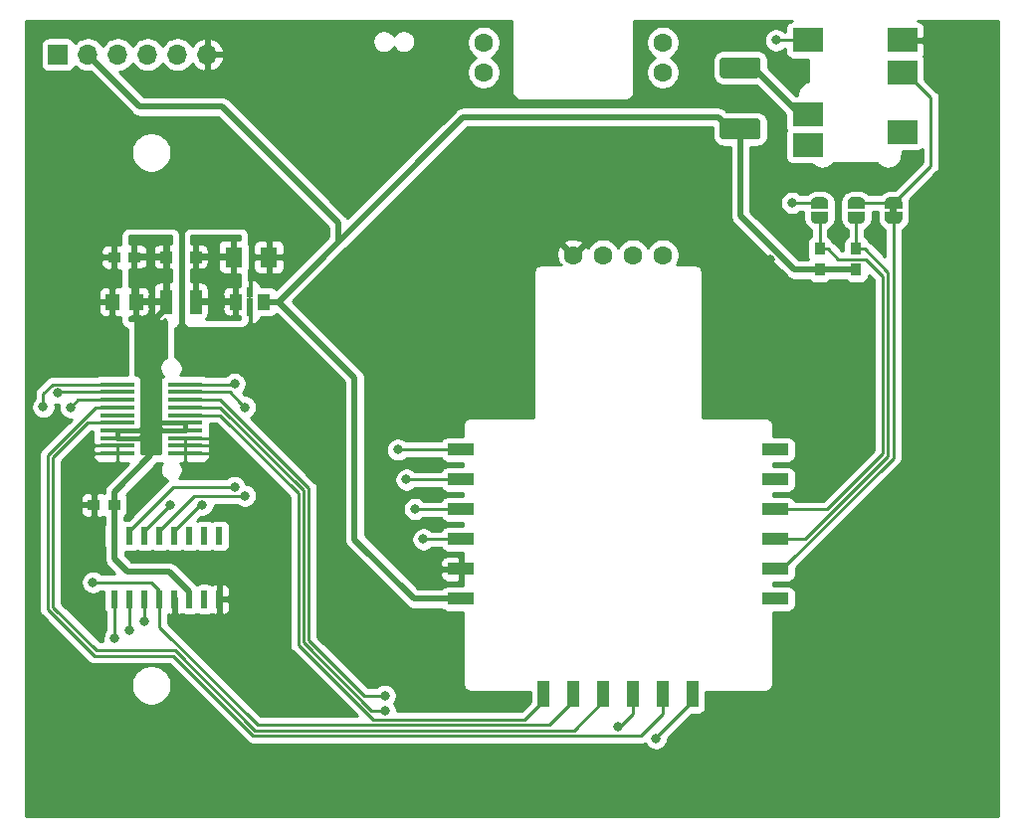
<source format=gtl>
G04 #@! TF.GenerationSoftware,KiCad,Pcbnew,(5.1.0-0)*
G04 #@! TF.CreationDate,2019-05-12T16:12:14+09:00*
G04 #@! TF.ProjectId,split_EC_left,73706c69-745f-4454-935f-6c6566742e6b,rev?*
G04 #@! TF.SameCoordinates,Original*
G04 #@! TF.FileFunction,Copper,L1,Top*
G04 #@! TF.FilePolarity,Positive*
%FSLAX46Y46*%
G04 Gerber Fmt 4.6, Leading zero omitted, Abs format (unit mm)*
G04 Created by KiCad (PCBNEW (5.1.0-0)) date 2019-05-12 16:12:14*
%MOMM*%
%LPD*%
G04 APERTURE LIST*
%ADD10C,0.100000*%
%ADD11R,0.500000X0.950000*%
%ADD12R,1.000000X1.400000*%
%ADD13R,0.250000X2.000000*%
%ADD14R,0.500000X0.700000*%
%ADD15R,2.600000X2.000000*%
%ADD16R,1.425000X1.750000*%
%ADD17R,1.150000X1.400000*%
%ADD18R,1.050000X0.950000*%
%ADD19R,1.000000X1.000000*%
%ADD20R,3.000000X0.400000*%
%ADD21C,0.500000*%
%ADD22R,1.000000X2.100000*%
%ADD23C,1.780000*%
%ADD24R,0.950000X1.050000*%
%ADD25R,0.600000X1.500000*%
%ADD26C,1.600000*%
%ADD27O,1.700000X1.700000*%
%ADD28R,1.700000X1.700000*%
%ADD29R,2.300000X1.000000*%
%ADD30R,1.000000X2.300000*%
%ADD31C,0.800000*%
%ADD32C,1.000000*%
%ADD33C,0.500000*%
%ADD34C,0.250000*%
%ADD35C,0.400000*%
%ADD36C,0.300000*%
G04 APERTURE END LIST*
D10*
G36*
X145900000Y-57000000D02*
G01*
X145900000Y-57500000D01*
X146500000Y-57500000D01*
X146500000Y-57000000D01*
X145900000Y-57000000D01*
G37*
D11*
X91450000Y-64200000D03*
X91450000Y-65850000D03*
D12*
X90250000Y-65025000D03*
X92650000Y-65025000D03*
D13*
X91450000Y-65025000D03*
D14*
X91450000Y-65025000D03*
D15*
X138925000Y-42750000D03*
X138925000Y-49100000D03*
X138925000Y-51700000D03*
X146925000Y-42750000D03*
X146925000Y-45500000D03*
X146925000Y-50550000D03*
D16*
X93037500Y-61225000D03*
X90062500Y-61225000D03*
D17*
X79725000Y-65025000D03*
X81775000Y-65025000D03*
D18*
X81625000Y-61225000D03*
X79875000Y-61225000D03*
X78150000Y-82325000D03*
X79900000Y-82325000D03*
D19*
X84350000Y-61225000D03*
X86850000Y-61225000D03*
D20*
X80150000Y-72075000D03*
X85950000Y-72075000D03*
X80150000Y-72725000D03*
X85950000Y-72725000D03*
X80150000Y-73375000D03*
X85950000Y-73375000D03*
X80150000Y-74025000D03*
X85950000Y-74025000D03*
X80150000Y-74675000D03*
X85950000Y-74675000D03*
X80150000Y-75325000D03*
X85950000Y-75325000D03*
X80150000Y-75975000D03*
X85950000Y-75975000D03*
X80150000Y-76625000D03*
X85950000Y-76625000D03*
X80150000Y-77275000D03*
X85950000Y-77275000D03*
X80150000Y-77925000D03*
X85950000Y-77925000D03*
D21*
X139900000Y-57900000D03*
D10*
G36*
X140650000Y-57400000D02*
G01*
X140650000Y-57900000D01*
X140649398Y-57900000D01*
X140649398Y-57924534D01*
X140644588Y-57973365D01*
X140635016Y-58021490D01*
X140620772Y-58068445D01*
X140601995Y-58113778D01*
X140578864Y-58157051D01*
X140551604Y-58197850D01*
X140520476Y-58235779D01*
X140485779Y-58270476D01*
X140447850Y-58301604D01*
X140407051Y-58328864D01*
X140363778Y-58351995D01*
X140318445Y-58370772D01*
X140271490Y-58385016D01*
X140223365Y-58394588D01*
X140174534Y-58399398D01*
X140150000Y-58399398D01*
X140150000Y-58400000D01*
X139650000Y-58400000D01*
X139650000Y-58399398D01*
X139625466Y-58399398D01*
X139576635Y-58394588D01*
X139528510Y-58385016D01*
X139481555Y-58370772D01*
X139436222Y-58351995D01*
X139392949Y-58328864D01*
X139352150Y-58301604D01*
X139314221Y-58270476D01*
X139279524Y-58235779D01*
X139248396Y-58197850D01*
X139221136Y-58157051D01*
X139198005Y-58113778D01*
X139179228Y-58068445D01*
X139164984Y-58021490D01*
X139155412Y-57973365D01*
X139150602Y-57924534D01*
X139150602Y-57900000D01*
X139150000Y-57900000D01*
X139150000Y-57400000D01*
X140650000Y-57400000D01*
X140650000Y-57400000D01*
G37*
D21*
X139900000Y-56600000D03*
D10*
G36*
X139150602Y-56600000D02*
G01*
X139150602Y-56575466D01*
X139155412Y-56526635D01*
X139164984Y-56478510D01*
X139179228Y-56431555D01*
X139198005Y-56386222D01*
X139221136Y-56342949D01*
X139248396Y-56302150D01*
X139279524Y-56264221D01*
X139314221Y-56229524D01*
X139352150Y-56198396D01*
X139392949Y-56171136D01*
X139436222Y-56148005D01*
X139481555Y-56129228D01*
X139528510Y-56114984D01*
X139576635Y-56105412D01*
X139625466Y-56100602D01*
X139650000Y-56100602D01*
X139650000Y-56100000D01*
X140150000Y-56100000D01*
X140150000Y-56100602D01*
X140174534Y-56100602D01*
X140223365Y-56105412D01*
X140271490Y-56114984D01*
X140318445Y-56129228D01*
X140363778Y-56148005D01*
X140407051Y-56171136D01*
X140447850Y-56198396D01*
X140485779Y-56229524D01*
X140520476Y-56264221D01*
X140551604Y-56302150D01*
X140578864Y-56342949D01*
X140601995Y-56386222D01*
X140620772Y-56431555D01*
X140635016Y-56478510D01*
X140644588Y-56526635D01*
X140649398Y-56575466D01*
X140649398Y-56600000D01*
X140650000Y-56600000D01*
X140650000Y-57100000D01*
X139150000Y-57100000D01*
X139150000Y-56600000D01*
X139150602Y-56600000D01*
X139150602Y-56600000D01*
G37*
D21*
X143025000Y-56600000D03*
D10*
G36*
X142275602Y-56600000D02*
G01*
X142275602Y-56575466D01*
X142280412Y-56526635D01*
X142289984Y-56478510D01*
X142304228Y-56431555D01*
X142323005Y-56386222D01*
X142346136Y-56342949D01*
X142373396Y-56302150D01*
X142404524Y-56264221D01*
X142439221Y-56229524D01*
X142477150Y-56198396D01*
X142517949Y-56171136D01*
X142561222Y-56148005D01*
X142606555Y-56129228D01*
X142653510Y-56114984D01*
X142701635Y-56105412D01*
X142750466Y-56100602D01*
X142775000Y-56100602D01*
X142775000Y-56100000D01*
X143275000Y-56100000D01*
X143275000Y-56100602D01*
X143299534Y-56100602D01*
X143348365Y-56105412D01*
X143396490Y-56114984D01*
X143443445Y-56129228D01*
X143488778Y-56148005D01*
X143532051Y-56171136D01*
X143572850Y-56198396D01*
X143610779Y-56229524D01*
X143645476Y-56264221D01*
X143676604Y-56302150D01*
X143703864Y-56342949D01*
X143726995Y-56386222D01*
X143745772Y-56431555D01*
X143760016Y-56478510D01*
X143769588Y-56526635D01*
X143774398Y-56575466D01*
X143774398Y-56600000D01*
X143775000Y-56600000D01*
X143775000Y-57100000D01*
X142275000Y-57100000D01*
X142275000Y-56600000D01*
X142275602Y-56600000D01*
X142275602Y-56600000D01*
G37*
D21*
X143025000Y-57900000D03*
D10*
G36*
X143775000Y-57400000D02*
G01*
X143775000Y-57900000D01*
X143774398Y-57900000D01*
X143774398Y-57924534D01*
X143769588Y-57973365D01*
X143760016Y-58021490D01*
X143745772Y-58068445D01*
X143726995Y-58113778D01*
X143703864Y-58157051D01*
X143676604Y-58197850D01*
X143645476Y-58235779D01*
X143610779Y-58270476D01*
X143572850Y-58301604D01*
X143532051Y-58328864D01*
X143488778Y-58351995D01*
X143443445Y-58370772D01*
X143396490Y-58385016D01*
X143348365Y-58394588D01*
X143299534Y-58399398D01*
X143275000Y-58399398D01*
X143275000Y-58400000D01*
X142775000Y-58400000D01*
X142775000Y-58399398D01*
X142750466Y-58399398D01*
X142701635Y-58394588D01*
X142653510Y-58385016D01*
X142606555Y-58370772D01*
X142561222Y-58351995D01*
X142517949Y-58328864D01*
X142477150Y-58301604D01*
X142439221Y-58270476D01*
X142404524Y-58235779D01*
X142373396Y-58197850D01*
X142346136Y-58157051D01*
X142323005Y-58113778D01*
X142304228Y-58068445D01*
X142289984Y-58021490D01*
X142280412Y-57973365D01*
X142275602Y-57924534D01*
X142275602Y-57900000D01*
X142275000Y-57900000D01*
X142275000Y-57400000D01*
X143775000Y-57400000D01*
X143775000Y-57400000D01*
G37*
D21*
X146200000Y-56600000D03*
D10*
G36*
X145450602Y-56600000D02*
G01*
X145450602Y-56575466D01*
X145455412Y-56526635D01*
X145464984Y-56478510D01*
X145479228Y-56431555D01*
X145498005Y-56386222D01*
X145521136Y-56342949D01*
X145548396Y-56302150D01*
X145579524Y-56264221D01*
X145614221Y-56229524D01*
X145652150Y-56198396D01*
X145692949Y-56171136D01*
X145736222Y-56148005D01*
X145781555Y-56129228D01*
X145828510Y-56114984D01*
X145876635Y-56105412D01*
X145925466Y-56100602D01*
X145950000Y-56100602D01*
X145950000Y-56100000D01*
X146450000Y-56100000D01*
X146450000Y-56100602D01*
X146474534Y-56100602D01*
X146523365Y-56105412D01*
X146571490Y-56114984D01*
X146618445Y-56129228D01*
X146663778Y-56148005D01*
X146707051Y-56171136D01*
X146747850Y-56198396D01*
X146785779Y-56229524D01*
X146820476Y-56264221D01*
X146851604Y-56302150D01*
X146878864Y-56342949D01*
X146901995Y-56386222D01*
X146920772Y-56431555D01*
X146935016Y-56478510D01*
X146944588Y-56526635D01*
X146949398Y-56575466D01*
X146949398Y-56600000D01*
X146950000Y-56600000D01*
X146950000Y-57100000D01*
X145450000Y-57100000D01*
X145450000Y-56600000D01*
X145450602Y-56600000D01*
X145450602Y-56600000D01*
G37*
D21*
X146200000Y-57900000D03*
D10*
G36*
X146950000Y-57400000D02*
G01*
X146950000Y-57900000D01*
X146949398Y-57900000D01*
X146949398Y-57924534D01*
X146944588Y-57973365D01*
X146935016Y-58021490D01*
X146920772Y-58068445D01*
X146901995Y-58113778D01*
X146878864Y-58157051D01*
X146851604Y-58197850D01*
X146820476Y-58235779D01*
X146785779Y-58270476D01*
X146747850Y-58301604D01*
X146707051Y-58328864D01*
X146663778Y-58351995D01*
X146618445Y-58370772D01*
X146571490Y-58385016D01*
X146523365Y-58394588D01*
X146474534Y-58399398D01*
X146450000Y-58399398D01*
X146450000Y-58400000D01*
X145950000Y-58400000D01*
X145950000Y-58399398D01*
X145925466Y-58399398D01*
X145876635Y-58394588D01*
X145828510Y-58385016D01*
X145781555Y-58370772D01*
X145736222Y-58351995D01*
X145692949Y-58328864D01*
X145652150Y-58301604D01*
X145614221Y-58270476D01*
X145579524Y-58235779D01*
X145548396Y-58197850D01*
X145521136Y-58157051D01*
X145498005Y-58113778D01*
X145479228Y-58068445D01*
X145464984Y-58021490D01*
X145455412Y-57973365D01*
X145450602Y-57924534D01*
X145450602Y-57900000D01*
X145450000Y-57900000D01*
X145450000Y-57400000D01*
X146950000Y-57400000D01*
X146950000Y-57400000D01*
G37*
D22*
X86850000Y-65025000D03*
X84350000Y-65025000D03*
D10*
G36*
X134591738Y-49426646D02*
G01*
X134624914Y-49431567D01*
X134657448Y-49439716D01*
X134689026Y-49451015D01*
X134719345Y-49465355D01*
X134748112Y-49482597D01*
X134775050Y-49502576D01*
X134799901Y-49525099D01*
X134822424Y-49549950D01*
X134842403Y-49576888D01*
X134859645Y-49605655D01*
X134873985Y-49635974D01*
X134885284Y-49667552D01*
X134893433Y-49700086D01*
X134898354Y-49733262D01*
X134900000Y-49766760D01*
X134900000Y-50863240D01*
X134898354Y-50896738D01*
X134893433Y-50929914D01*
X134885284Y-50962448D01*
X134873985Y-50994026D01*
X134859645Y-51024345D01*
X134842403Y-51053112D01*
X134822424Y-51080050D01*
X134799901Y-51104901D01*
X134775050Y-51127424D01*
X134748112Y-51147403D01*
X134719345Y-51164645D01*
X134689026Y-51178985D01*
X134657448Y-51190284D01*
X134624914Y-51198433D01*
X134591738Y-51203354D01*
X134558240Y-51205000D01*
X131741760Y-51205000D01*
X131708262Y-51203354D01*
X131675086Y-51198433D01*
X131642552Y-51190284D01*
X131610974Y-51178985D01*
X131580655Y-51164645D01*
X131551888Y-51147403D01*
X131524950Y-51127424D01*
X131500099Y-51104901D01*
X131477576Y-51080050D01*
X131457597Y-51053112D01*
X131440355Y-51024345D01*
X131426015Y-50994026D01*
X131414716Y-50962448D01*
X131406567Y-50929914D01*
X131401646Y-50896738D01*
X131400000Y-50863240D01*
X131400000Y-49766760D01*
X131401646Y-49733262D01*
X131406567Y-49700086D01*
X131414716Y-49667552D01*
X131426015Y-49635974D01*
X131440355Y-49605655D01*
X131457597Y-49576888D01*
X131477576Y-49549950D01*
X131500099Y-49525099D01*
X131524950Y-49502576D01*
X131551888Y-49482597D01*
X131580655Y-49465355D01*
X131610974Y-49451015D01*
X131642552Y-49439716D01*
X131675086Y-49431567D01*
X131708262Y-49426646D01*
X131741760Y-49425000D01*
X134558240Y-49425000D01*
X134591738Y-49426646D01*
X134591738Y-49426646D01*
G37*
D23*
X133150000Y-50315000D03*
D10*
G36*
X134591738Y-44196646D02*
G01*
X134624914Y-44201567D01*
X134657448Y-44209716D01*
X134689026Y-44221015D01*
X134719345Y-44235355D01*
X134748112Y-44252597D01*
X134775050Y-44272576D01*
X134799901Y-44295099D01*
X134822424Y-44319950D01*
X134842403Y-44346888D01*
X134859645Y-44375655D01*
X134873985Y-44405974D01*
X134885284Y-44437552D01*
X134893433Y-44470086D01*
X134898354Y-44503262D01*
X134900000Y-44536760D01*
X134900000Y-45633240D01*
X134898354Y-45666738D01*
X134893433Y-45699914D01*
X134885284Y-45732448D01*
X134873985Y-45764026D01*
X134859645Y-45794345D01*
X134842403Y-45823112D01*
X134822424Y-45850050D01*
X134799901Y-45874901D01*
X134775050Y-45897424D01*
X134748112Y-45917403D01*
X134719345Y-45934645D01*
X134689026Y-45948985D01*
X134657448Y-45960284D01*
X134624914Y-45968433D01*
X134591738Y-45973354D01*
X134558240Y-45975000D01*
X131741760Y-45975000D01*
X131708262Y-45973354D01*
X131675086Y-45968433D01*
X131642552Y-45960284D01*
X131610974Y-45948985D01*
X131580655Y-45934645D01*
X131551888Y-45917403D01*
X131524950Y-45897424D01*
X131500099Y-45874901D01*
X131477576Y-45850050D01*
X131457597Y-45823112D01*
X131440355Y-45794345D01*
X131426015Y-45764026D01*
X131414716Y-45732448D01*
X131406567Y-45699914D01*
X131401646Y-45666738D01*
X131400000Y-45633240D01*
X131400000Y-44536760D01*
X131401646Y-44503262D01*
X131406567Y-44470086D01*
X131414716Y-44437552D01*
X131426015Y-44405974D01*
X131440355Y-44375655D01*
X131457597Y-44346888D01*
X131477576Y-44319950D01*
X131500099Y-44295099D01*
X131524950Y-44272576D01*
X131551888Y-44252597D01*
X131580655Y-44235355D01*
X131610974Y-44221015D01*
X131642552Y-44209716D01*
X131675086Y-44201567D01*
X131708262Y-44196646D01*
X131741760Y-44195000D01*
X134558240Y-44195000D01*
X134591738Y-44196646D01*
X134591738Y-44196646D01*
G37*
D23*
X133150000Y-45085000D03*
D24*
X139900000Y-60525000D03*
X139900000Y-62275000D03*
X143025000Y-62275000D03*
X143025000Y-60525000D03*
D25*
X79930000Y-90350000D03*
X81200000Y-90350000D03*
X82470000Y-90350000D03*
X83740000Y-90350000D03*
X85010000Y-90350000D03*
X86280000Y-90350000D03*
X87550000Y-90350000D03*
X88820000Y-90350000D03*
X88820000Y-84950000D03*
X87550000Y-84950000D03*
X86280000Y-84950000D03*
X85010000Y-84950000D03*
X83740000Y-84950000D03*
X82470000Y-84950000D03*
X81200000Y-84950000D03*
X79930000Y-84950000D03*
D26*
X126545000Y-45480000D03*
X126545000Y-42940000D03*
X111305000Y-45480000D03*
X111305000Y-42940000D03*
X126545000Y-45480000D03*
X126545000Y-42940000D03*
X111305000Y-45480000D03*
X111305000Y-42940000D03*
D27*
X87800000Y-43975000D03*
X85260000Y-43975000D03*
X82720000Y-43975000D03*
X80180000Y-43975000D03*
X77640000Y-43975000D03*
D28*
X75100000Y-43975000D03*
D29*
X109400000Y-77630000D03*
X109400000Y-80170000D03*
X136100000Y-77630000D03*
X136100000Y-80170000D03*
X136100000Y-82710000D03*
X136100000Y-85250000D03*
X136100000Y-87790000D03*
X136100000Y-90330000D03*
D30*
X116400000Y-98400000D03*
X118940000Y-98400000D03*
X121480000Y-98400000D03*
X124020000Y-98400000D03*
X126560000Y-98400000D03*
D29*
X109400000Y-90330000D03*
X109400000Y-87790000D03*
X109400000Y-85250000D03*
D26*
X126560000Y-61050000D03*
X124020000Y-61050000D03*
X121480000Y-61050000D03*
X118940000Y-61050000D03*
D29*
X109400000Y-82710000D03*
D30*
X129100000Y-98400000D03*
D31*
X78475000Y-93075000D03*
X88750000Y-76150000D03*
X86275000Y-87700000D03*
X94425000Y-81800000D03*
X72675000Y-41450000D03*
X72675000Y-46613461D03*
X72675000Y-51776922D03*
X72675000Y-56940383D03*
X72675000Y-62103844D03*
X72675000Y-67267305D03*
X72675000Y-72430766D03*
X72675000Y-77594227D03*
X72675000Y-82757688D03*
X72675000Y-87921149D03*
X72675000Y-93084610D03*
X72675000Y-98248071D03*
X72675000Y-103411532D03*
X72675000Y-108575000D03*
X154725000Y-46625000D03*
X154725000Y-51775000D03*
X154725000Y-56925000D03*
X154725000Y-62075000D03*
X154725000Y-67225000D03*
X154725000Y-72375000D03*
X154725000Y-77525000D03*
X154725000Y-82675000D03*
X154725000Y-87825000D03*
X154725000Y-92975000D03*
X154725000Y-98125000D03*
X154725000Y-103275000D03*
X77785000Y-108575000D03*
X82895000Y-108575000D03*
X88005000Y-108575000D03*
X93115000Y-108575000D03*
X98225000Y-108575000D03*
X103335000Y-108575000D03*
X108445000Y-108575000D03*
X113555000Y-108575000D03*
X118665000Y-108575000D03*
X123775000Y-108575000D03*
X128885000Y-108575000D03*
X133995000Y-108575000D03*
X139105000Y-108575000D03*
X144215000Y-108575000D03*
X149325000Y-108575000D03*
X154775000Y-108500000D03*
X77785000Y-41450000D03*
X84225000Y-41450000D03*
X88005000Y-41450000D03*
X93115000Y-41450000D03*
X98225000Y-41450000D03*
X108445000Y-41450000D03*
X121300000Y-58450000D03*
X121300000Y-53825000D03*
X112475000Y-54850000D03*
X115225000Y-74500000D03*
X115200000Y-70700000D03*
X115200000Y-66975000D03*
X115200000Y-63100000D03*
X117775000Y-53800000D03*
X116300000Y-57550000D03*
X124225000Y-53800000D03*
X124225000Y-58400000D03*
X126300000Y-53800000D03*
X127225000Y-58400000D03*
X98775000Y-99250000D03*
X91925000Y-99225000D03*
X80600000Y-70850000D03*
X94900000Y-60725000D03*
X97575000Y-59000000D03*
X99775000Y-57250000D03*
X94875000Y-52350000D03*
X104400000Y-52625000D03*
X105950000Y-89025000D03*
X107250000Y-86500000D03*
X97550000Y-87650000D03*
X94325000Y-87200000D03*
X90525000Y-91175000D03*
X97600000Y-93300000D03*
X113900000Y-98600000D03*
X109350000Y-98225000D03*
X109200000Y-91850000D03*
X109175000Y-94925000D03*
X86150000Y-70800000D03*
X88325000Y-70825000D03*
X85675000Y-67675000D03*
X93700000Y-54850000D03*
X77785000Y-51776922D03*
X77785000Y-56940383D03*
X77675000Y-63000000D03*
X77785000Y-67267305D03*
X92275000Y-74850000D03*
X97475000Y-80250000D03*
X87875000Y-95050000D03*
X94575000Y-94825000D03*
X104875000Y-91550000D03*
X100950000Y-96500000D03*
X154765000Y-41450000D03*
X149300000Y-45875000D03*
X149225000Y-41475000D03*
X130375000Y-74450000D03*
X77785000Y-103411532D03*
X82895000Y-103411532D03*
X88005000Y-103411532D03*
X93115000Y-103411532D03*
X98225000Y-103411532D03*
X103335000Y-103411532D03*
X108445000Y-103411532D03*
X113555000Y-103411532D03*
X118665000Y-103411532D03*
X123775000Y-103411532D03*
X128885000Y-103411532D03*
X133995000Y-103411532D03*
X139105000Y-103411532D03*
X144215000Y-103411532D03*
X149325000Y-103411532D03*
X102875000Y-62000000D03*
X129550000Y-60900000D03*
X147700000Y-53075000D03*
X150550000Y-53750000D03*
X149325000Y-98251532D03*
X149325000Y-93091532D03*
X149325000Y-87931532D03*
X149325000Y-82771532D03*
X144215000Y-98251532D03*
X144215000Y-93091532D03*
X144215000Y-87931532D03*
X139105000Y-98251532D03*
X139105000Y-93091532D03*
X130650000Y-98650000D03*
X135975000Y-98425000D03*
X136300000Y-91875000D03*
X136425000Y-75775000D03*
X130400000Y-70650000D03*
X130475000Y-66125000D03*
X136275000Y-70650000D03*
X136275000Y-66175000D03*
X129750000Y-56550000D03*
X77825000Y-98250000D03*
X91225000Y-94925000D03*
X80875000Y-41450000D03*
X78750000Y-47000000D03*
X81400000Y-49475000D03*
X88500000Y-49675000D03*
X90975000Y-48350000D03*
X95600000Y-44775000D03*
X90875000Y-44800000D03*
X97750000Y-45900000D03*
X95075000Y-48450000D03*
X101775000Y-55275000D03*
X98350000Y-51700000D03*
X85600000Y-58550000D03*
X91875000Y-59100000D03*
X88400000Y-54900000D03*
X79775000Y-58950000D03*
X81775000Y-82025000D03*
X128575000Y-48000000D03*
X134550000Y-41525000D03*
X103700000Y-45950000D03*
X113350000Y-41475000D03*
X124525000Y-41450000D03*
X128885000Y-41450000D03*
X109100000Y-48150000D03*
X113400000Y-47975000D03*
X124450000Y-48000000D03*
X133050000Y-47875000D03*
X129925000Y-50875000D03*
X76550000Y-88975000D03*
X102900000Y-82325000D03*
X105700000Y-96700000D03*
X144625000Y-59350000D03*
X140075000Y-81575000D03*
X144125000Y-77450000D03*
X144100000Y-65025000D03*
X144100000Y-70750000D03*
X147375000Y-78775000D03*
X143350000Y-82875000D03*
X139350000Y-86850000D03*
X107125000Y-55400000D03*
X107350000Y-76100000D03*
X107350000Y-70700000D03*
X107350000Y-66950000D03*
X107350000Y-63075000D03*
X107325000Y-59175000D03*
X99075000Y-72075000D03*
X101650000Y-83625000D03*
X99100000Y-77850000D03*
X89175000Y-79650000D03*
X76550000Y-84600000D03*
X76550000Y-80325000D03*
X147425000Y-65000000D03*
X147350010Y-59400000D03*
X147450000Y-72325000D03*
X135736452Y-61463548D03*
D32*
X137550000Y-59175000D03*
D31*
X137700000Y-45700000D03*
X99025000Y-61575000D03*
X109400000Y-51325000D03*
X95775000Y-65050000D03*
X102850000Y-75150000D03*
X101600000Y-71050000D03*
X102875000Y-57750000D03*
X102875000Y-66125000D03*
X99300000Y-85975000D03*
X94175000Y-91000000D03*
X73850082Y-73975000D03*
X78090681Y-88925000D03*
X122725000Y-101200000D03*
X102900000Y-98575000D03*
X102900002Y-99850000D03*
X125975000Y-102200000D03*
X104750000Y-80175000D03*
X81200000Y-92975000D03*
X82450000Y-92250000D03*
X104025000Y-77625000D03*
X105475000Y-82671154D03*
X79925000Y-93700000D03*
X90125000Y-72000000D03*
X90125002Y-80800000D03*
X84650000Y-82300000D03*
X75100006Y-72800010D03*
X91000000Y-73999998D03*
X91000000Y-81549996D03*
X87400000Y-82300000D03*
X76175000Y-74000000D03*
X106200000Y-85250000D03*
X137575000Y-56600000D03*
X136200000Y-42750002D03*
D33*
X90250000Y-65025000D02*
X86875000Y-65025000D01*
X86850000Y-61225000D02*
X90050000Y-61225000D01*
X86850000Y-61225000D02*
X86850000Y-65050000D01*
D34*
X85950000Y-76625000D02*
X85950000Y-78750000D01*
X85950000Y-76625000D02*
X88000000Y-76625000D01*
X85950000Y-77275000D02*
X88000000Y-77275000D01*
X85950000Y-77925000D02*
X88000000Y-77925000D01*
X80150000Y-77275000D02*
X80150000Y-77925000D01*
X80150000Y-77925000D02*
X80150000Y-78750000D01*
X80150000Y-77275000D02*
X78800000Y-77275000D01*
X78800000Y-77275000D02*
X78250000Y-77275000D01*
X80150000Y-77925000D02*
X78400000Y-77925000D01*
X78400000Y-77925000D02*
X78250000Y-77925000D01*
D33*
X84350000Y-61225000D02*
X81625000Y-61225000D01*
X84350000Y-65025000D02*
X81775000Y-65025000D01*
X81625000Y-61225000D02*
X81625000Y-64875000D01*
X81625000Y-64875000D02*
X81775000Y-65025000D01*
X84350000Y-65575000D02*
X84350000Y-65050000D01*
X83000000Y-74375000D02*
X83000000Y-66925000D01*
D35*
X85950000Y-75975000D02*
X83950000Y-75975000D01*
X83950000Y-75975000D02*
X80150000Y-75975000D01*
D33*
X83000000Y-75775000D02*
X83000000Y-74375000D01*
X86280000Y-90350000D02*
X86280000Y-89900000D01*
X86275000Y-89700000D02*
X86275000Y-90375000D01*
X84600000Y-88025000D02*
X86275000Y-89700000D01*
X81025000Y-88025000D02*
X84600000Y-88025000D01*
X79930000Y-86930000D02*
X81025000Y-88025000D01*
X79930000Y-84950000D02*
X79930000Y-86930000D01*
X79900000Y-82325000D02*
X79900000Y-84925000D01*
X79900000Y-84925000D02*
X79925000Y-84950000D01*
X79900000Y-81350000D02*
X79900000Y-82325000D01*
X79900000Y-81225000D02*
X79900000Y-81350000D01*
X83000000Y-78125000D02*
X83000000Y-75775000D01*
X79930000Y-81195000D02*
X79900000Y-81225000D01*
X79930000Y-81195000D02*
X83000000Y-78125000D01*
X83000000Y-66925000D02*
X84350000Y-65575000D01*
D35*
X85950000Y-75325000D02*
X83000000Y-75325000D01*
X80150000Y-76625000D02*
X83000000Y-76625000D01*
X80150000Y-76625000D02*
X80150000Y-75975000D01*
X85950000Y-75325000D02*
X85950000Y-75975000D01*
D34*
X88900000Y-74675000D02*
X87700000Y-74675000D01*
X95549978Y-81324978D02*
X88900000Y-74675000D01*
X87700000Y-74675000D02*
X85950000Y-74675000D01*
X101925000Y-100625000D02*
X95549978Y-94249978D01*
X116400000Y-98400000D02*
X116400000Y-99050000D01*
X114825000Y-100625000D02*
X101925000Y-100625000D01*
X116400000Y-99050000D02*
X114825000Y-100625000D01*
X95549978Y-94249978D02*
X95549978Y-81324978D01*
X74650000Y-72075000D02*
X73850082Y-72874918D01*
X73850082Y-72874918D02*
X73850082Y-73409315D01*
X80150000Y-72075000D02*
X74650000Y-72075000D01*
X73850082Y-73409315D02*
X73850082Y-73975000D01*
X78656366Y-88925000D02*
X78090681Y-88925000D01*
X83740000Y-89590000D02*
X83075000Y-88925000D01*
X83075000Y-88925000D02*
X78656366Y-88925000D01*
X83740000Y-90350000D02*
X83740000Y-89590000D01*
X83725000Y-92725000D02*
X83725000Y-90350000D01*
X92075000Y-101075000D02*
X83725000Y-92725000D01*
X116915000Y-101075000D02*
X92075000Y-101075000D01*
X118940000Y-99050000D02*
X116915000Y-101075000D01*
X118940000Y-98400000D02*
X118940000Y-99050000D01*
X121480000Y-99050000D02*
X121480000Y-98400000D01*
X119005000Y-101525000D02*
X121480000Y-99050000D01*
X85088591Y-94725000D02*
X91888591Y-101525000D01*
X74675011Y-78299989D02*
X74675011Y-91025011D01*
X91888591Y-101525000D02*
X119005000Y-101525000D01*
X78375000Y-94725000D02*
X85088591Y-94725000D01*
X74675011Y-91025011D02*
X78375000Y-94725000D01*
X77650000Y-75325000D02*
X74675011Y-78299989D01*
X80150000Y-75325000D02*
X77650000Y-75325000D01*
X122950000Y-101200000D02*
X122725000Y-101200000D01*
X124050000Y-100100000D02*
X122950000Y-101200000D01*
X124050000Y-98300000D02*
X124050000Y-100100000D01*
X102334315Y-98575000D02*
X102900000Y-98575000D01*
X101150000Y-98575000D02*
X102334315Y-98575000D01*
X96450000Y-93875000D02*
X101150000Y-98575000D01*
X96450000Y-80913188D02*
X96450000Y-93875000D01*
X88911812Y-73375000D02*
X96450000Y-80913188D01*
X85950000Y-73375000D02*
X88911812Y-73375000D01*
X78300000Y-74025000D02*
X80150000Y-74025000D01*
X74225000Y-78100000D02*
X78300000Y-74025000D01*
X126560000Y-98400000D02*
X126560000Y-100155622D01*
X84902191Y-95175011D02*
X78188600Y-95175011D01*
X124740622Y-101975000D02*
X91702180Y-101975000D01*
X74225000Y-91211411D02*
X74225000Y-78100000D01*
X78188600Y-95175011D02*
X74225000Y-91211411D01*
X126560000Y-100155622D02*
X124740622Y-101975000D01*
X91702180Y-101975000D02*
X84902191Y-95175011D01*
X129100000Y-98400000D02*
X129100000Y-98500000D01*
X85950000Y-74025000D02*
X88925401Y-74025000D01*
X88925401Y-74025000D02*
X95999989Y-81099588D01*
X102334317Y-99850000D02*
X102900002Y-99850000D01*
X95999989Y-81099588D02*
X95999989Y-94061400D01*
X95999989Y-94061400D02*
X101788589Y-99850000D01*
X101788589Y-99850000D02*
X102334317Y-99850000D01*
X125975000Y-102175000D02*
X125975000Y-102200000D01*
X129100000Y-99050000D02*
X125975000Y-102175000D01*
X129100000Y-98400000D02*
X129100000Y-99050000D01*
X104755000Y-80170000D02*
X104750000Y-80175000D01*
X109400000Y-80170000D02*
X104755000Y-80170000D01*
X81200000Y-90350000D02*
X81200000Y-92975000D01*
X82470000Y-92230000D02*
X82450000Y-92250000D01*
X82470000Y-90350000D02*
X82470000Y-92230000D01*
X104025000Y-77625000D02*
X104025000Y-77625000D01*
X104025000Y-77625000D02*
X109400000Y-77625000D01*
X105513846Y-82710000D02*
X105475000Y-82671154D01*
X109400000Y-82710000D02*
X105513846Y-82710000D01*
X79930000Y-93695000D02*
X79925000Y-93700000D01*
X79930000Y-90350000D02*
X79930000Y-93695000D01*
D33*
X137775000Y-62300000D02*
X143025000Y-62300000D01*
X133175000Y-57700000D02*
X137775000Y-62300000D01*
X133175000Y-50325000D02*
X133175000Y-57700000D01*
X131275000Y-49300000D02*
X132300000Y-50325000D01*
X93850000Y-65025000D02*
X109575000Y-49300000D01*
X132300000Y-50325000D02*
X133150000Y-50325000D01*
X92650000Y-65025000D02*
X93850000Y-65025000D01*
X109575000Y-49300000D02*
X131275000Y-49300000D01*
X99000000Y-58325000D02*
X99000000Y-59875000D01*
X89075000Y-48400000D02*
X99000000Y-58325000D01*
X82065000Y-48400000D02*
X89075000Y-48400000D01*
X77640000Y-43975000D02*
X82065000Y-48400000D01*
X93875000Y-65025000D02*
X93850000Y-65025000D01*
X100350000Y-71500000D02*
X93875000Y-65025000D01*
X100350000Y-85275000D02*
X100350000Y-71500000D01*
X105405000Y-90330000D02*
X100350000Y-85275000D01*
X109400000Y-90330000D02*
X105405000Y-90330000D01*
D34*
X90050000Y-72075000D02*
X90125000Y-72000000D01*
X85950000Y-72075000D02*
X90050000Y-72075000D01*
X81200000Y-84500000D02*
X84900000Y-80800000D01*
X89559317Y-80800000D02*
X90125002Y-80800000D01*
X81200000Y-84950000D02*
X81200000Y-84500000D01*
X84900000Y-80800000D02*
X89559317Y-80800000D01*
X84650000Y-82320000D02*
X84650000Y-82300000D01*
X82470000Y-84500000D02*
X84650000Y-82320000D01*
X82470000Y-84950000D02*
X82470000Y-84500000D01*
X80150000Y-72725000D02*
X75175016Y-72725000D01*
X75175016Y-72725000D02*
X75100006Y-72800010D01*
X83740000Y-84950000D02*
X83740000Y-84990000D01*
X90600001Y-73599999D02*
X91000000Y-73999998D01*
X85950000Y-72725000D02*
X89725002Y-72725000D01*
X89725002Y-72725000D02*
X90600001Y-73599999D01*
X83740000Y-84500000D02*
X86690004Y-81549996D01*
X83740000Y-84950000D02*
X83740000Y-84500000D01*
X86690004Y-81549996D02*
X90434315Y-81549996D01*
X90434315Y-81549996D02*
X91000000Y-81549996D01*
X87210000Y-82300000D02*
X87400000Y-82300000D01*
X85010000Y-84500000D02*
X87210000Y-82300000D01*
X85010000Y-84950000D02*
X85010000Y-84500000D01*
X77450000Y-73375000D02*
X80150000Y-73375000D01*
X76800000Y-73375000D02*
X77450000Y-73375000D01*
X76175000Y-74000000D02*
X76800000Y-73375000D01*
X109400000Y-85250000D02*
X106200000Y-85250000D01*
X136100000Y-90330000D02*
X136100000Y-90125000D01*
X139900000Y-60525000D02*
X139900000Y-57900000D01*
X143850000Y-61400000D02*
X141500000Y-61400000D01*
X145275000Y-62825000D02*
X143850000Y-61400000D01*
X145275000Y-77975000D02*
X145275000Y-62825000D01*
X140540000Y-82710000D02*
X145275000Y-77975000D01*
X136100000Y-82710000D02*
X140540000Y-82710000D01*
X140625000Y-60525000D02*
X139900000Y-60525000D01*
X141500000Y-61400000D02*
X140625000Y-60525000D01*
X136100000Y-85250000D02*
X136175000Y-85250000D01*
X136175000Y-85250000D02*
X136525000Y-85250000D01*
X143025000Y-57900000D02*
X143250000Y-57900000D01*
X143025000Y-60525000D02*
X143025000Y-57900000D01*
X138636411Y-85250000D02*
X145725011Y-78161400D01*
X143750000Y-60525000D02*
X143025000Y-60525000D01*
X136100000Y-85250000D02*
X138636411Y-85250000D01*
X145725011Y-78161400D02*
X145725011Y-62500011D01*
X145725011Y-62500011D02*
X143750000Y-60525000D01*
X136100000Y-87790000D02*
X136750000Y-87790000D01*
X146200000Y-78325000D02*
X146200000Y-57900000D01*
X136735000Y-87790000D02*
X146200000Y-78325000D01*
X136100000Y-87790000D02*
X136735000Y-87790000D01*
X146200000Y-56600000D02*
X146225000Y-56600000D01*
X143025000Y-56600000D02*
X143872592Y-56600000D01*
X143872592Y-56600000D02*
X146200000Y-56600000D01*
X146200000Y-56600000D02*
X146724774Y-56075226D01*
X146724774Y-56075226D02*
X149375000Y-53425000D01*
X149375000Y-47650000D02*
X147225000Y-45500000D01*
X149375000Y-53425000D02*
X149375000Y-47650000D01*
X147225000Y-45500000D02*
X146925000Y-45500000D01*
D33*
X138275000Y-49100000D02*
X138925000Y-49100000D01*
X134260000Y-45085000D02*
X138275000Y-49100000D01*
X133150000Y-45085000D02*
X134260000Y-45085000D01*
D34*
X139900000Y-56600000D02*
X139775000Y-56600000D01*
X137575000Y-56600000D02*
X138140685Y-56600000D01*
X138140685Y-56600000D02*
X139775000Y-56600000D01*
X138925000Y-42750000D02*
X136200002Y-42750000D01*
X136200002Y-42750000D02*
X136200000Y-42750002D01*
D36*
G36*
X90552807Y-59698408D02*
G01*
X90325000Y-59700000D01*
X90162500Y-59862500D01*
X90162500Y-61125000D01*
X90182500Y-61125000D01*
X90182500Y-61325000D01*
X90162500Y-61325000D01*
X90162500Y-62587500D01*
X90325000Y-62750000D01*
X90550211Y-62751574D01*
X90549426Y-63674511D01*
X90512500Y-63675000D01*
X90350000Y-63837500D01*
X90350000Y-64925000D01*
X90370000Y-64925000D01*
X90370000Y-65125000D01*
X90350000Y-65125000D01*
X90350000Y-66212500D01*
X90512500Y-66375000D01*
X90547129Y-66375459D01*
X90547002Y-66525000D01*
X87821562Y-66525000D01*
X87893070Y-66437868D01*
X87953427Y-66324948D01*
X87990595Y-66202422D01*
X88003145Y-66075000D01*
X88001748Y-65725000D01*
X89096855Y-65725000D01*
X89109405Y-65852422D01*
X89146573Y-65974948D01*
X89206930Y-66087868D01*
X89288157Y-66186843D01*
X89387132Y-66268070D01*
X89500052Y-66328427D01*
X89622578Y-66365595D01*
X89750000Y-66378145D01*
X89987500Y-66375000D01*
X90150000Y-66212500D01*
X90150000Y-65125000D01*
X89262500Y-65125000D01*
X89100000Y-65287500D01*
X89096855Y-65725000D01*
X88001748Y-65725000D01*
X88000000Y-65287500D01*
X87837500Y-65125000D01*
X86950000Y-65125000D01*
X86950000Y-65145000D01*
X86750000Y-65145000D01*
X86750000Y-65125000D01*
X86730000Y-65125000D01*
X86730000Y-64925000D01*
X86750000Y-64925000D01*
X86750000Y-63487500D01*
X86950000Y-63487500D01*
X86950000Y-64925000D01*
X87837500Y-64925000D01*
X88000000Y-64762500D01*
X88001747Y-64325000D01*
X89096855Y-64325000D01*
X89100000Y-64762500D01*
X89262500Y-64925000D01*
X90150000Y-64925000D01*
X90150000Y-63837500D01*
X89987500Y-63675000D01*
X89750000Y-63671855D01*
X89622578Y-63684405D01*
X89500052Y-63721573D01*
X89387132Y-63781930D01*
X89288157Y-63863157D01*
X89206930Y-63962132D01*
X89146573Y-64075052D01*
X89109405Y-64197578D01*
X89096855Y-64325000D01*
X88001747Y-64325000D01*
X88003145Y-63975000D01*
X87990595Y-63847578D01*
X87953427Y-63725052D01*
X87893070Y-63612132D01*
X87811843Y-63513157D01*
X87712868Y-63431930D01*
X87599948Y-63371573D01*
X87477422Y-63334405D01*
X87350000Y-63321855D01*
X87112500Y-63325000D01*
X86950000Y-63487500D01*
X86750000Y-63487500D01*
X86587500Y-63325000D01*
X86499725Y-63323838D01*
X86500531Y-62376152D01*
X86587500Y-62375000D01*
X86750000Y-62212500D01*
X86750000Y-61325000D01*
X86950000Y-61325000D01*
X86950000Y-62212500D01*
X87112500Y-62375000D01*
X87350000Y-62378145D01*
X87477422Y-62365595D01*
X87599948Y-62328427D01*
X87712868Y-62268070D01*
X87811843Y-62186843D01*
X87883113Y-62100000D01*
X88696855Y-62100000D01*
X88709405Y-62227422D01*
X88746573Y-62349948D01*
X88806930Y-62462868D01*
X88888157Y-62561843D01*
X88987132Y-62643070D01*
X89100052Y-62703427D01*
X89222578Y-62740595D01*
X89350000Y-62753145D01*
X89800000Y-62750000D01*
X89962500Y-62587500D01*
X89962500Y-61325000D01*
X88862500Y-61325000D01*
X88700000Y-61487500D01*
X88696855Y-62100000D01*
X87883113Y-62100000D01*
X87893070Y-62087868D01*
X87953427Y-61974948D01*
X87990595Y-61852422D01*
X88003145Y-61725000D01*
X88000000Y-61487500D01*
X87837500Y-61325000D01*
X86950000Y-61325000D01*
X86750000Y-61325000D01*
X86730000Y-61325000D01*
X86730000Y-61125000D01*
X86750000Y-61125000D01*
X86750000Y-60237500D01*
X86950000Y-60237500D01*
X86950000Y-61125000D01*
X87837500Y-61125000D01*
X88000000Y-60962500D01*
X88003145Y-60725000D01*
X87990595Y-60597578D01*
X87953427Y-60475052D01*
X87893070Y-60362132D01*
X87883114Y-60350000D01*
X88696855Y-60350000D01*
X88700000Y-60962500D01*
X88862500Y-61125000D01*
X89962500Y-61125000D01*
X89962500Y-59862500D01*
X89800000Y-59700000D01*
X89350000Y-59696855D01*
X89222578Y-59709405D01*
X89100052Y-59746573D01*
X88987132Y-59806930D01*
X88888157Y-59888157D01*
X88806930Y-59987132D01*
X88746573Y-60100052D01*
X88709405Y-60222578D01*
X88696855Y-60350000D01*
X87883114Y-60350000D01*
X87811843Y-60263157D01*
X87712868Y-60181930D01*
X87599948Y-60121573D01*
X87477422Y-60084405D01*
X87350000Y-60071855D01*
X87112500Y-60075000D01*
X86950000Y-60237500D01*
X86750000Y-60237500D01*
X86587500Y-60075000D01*
X86502489Y-60073874D01*
X86502998Y-59475000D01*
X90552997Y-59475000D01*
X90552807Y-59698408D01*
X90552807Y-59698408D01*
G37*
X90552807Y-59698408D02*
X90325000Y-59700000D01*
X90162500Y-59862500D01*
X90162500Y-61125000D01*
X90182500Y-61125000D01*
X90182500Y-61325000D01*
X90162500Y-61325000D01*
X90162500Y-62587500D01*
X90325000Y-62750000D01*
X90550211Y-62751574D01*
X90549426Y-63674511D01*
X90512500Y-63675000D01*
X90350000Y-63837500D01*
X90350000Y-64925000D01*
X90370000Y-64925000D01*
X90370000Y-65125000D01*
X90350000Y-65125000D01*
X90350000Y-66212500D01*
X90512500Y-66375000D01*
X90547129Y-66375459D01*
X90547002Y-66525000D01*
X87821562Y-66525000D01*
X87893070Y-66437868D01*
X87953427Y-66324948D01*
X87990595Y-66202422D01*
X88003145Y-66075000D01*
X88001748Y-65725000D01*
X89096855Y-65725000D01*
X89109405Y-65852422D01*
X89146573Y-65974948D01*
X89206930Y-66087868D01*
X89288157Y-66186843D01*
X89387132Y-66268070D01*
X89500052Y-66328427D01*
X89622578Y-66365595D01*
X89750000Y-66378145D01*
X89987500Y-66375000D01*
X90150000Y-66212500D01*
X90150000Y-65125000D01*
X89262500Y-65125000D01*
X89100000Y-65287500D01*
X89096855Y-65725000D01*
X88001748Y-65725000D01*
X88000000Y-65287500D01*
X87837500Y-65125000D01*
X86950000Y-65125000D01*
X86950000Y-65145000D01*
X86750000Y-65145000D01*
X86750000Y-65125000D01*
X86730000Y-65125000D01*
X86730000Y-64925000D01*
X86750000Y-64925000D01*
X86750000Y-63487500D01*
X86950000Y-63487500D01*
X86950000Y-64925000D01*
X87837500Y-64925000D01*
X88000000Y-64762500D01*
X88001747Y-64325000D01*
X89096855Y-64325000D01*
X89100000Y-64762500D01*
X89262500Y-64925000D01*
X90150000Y-64925000D01*
X90150000Y-63837500D01*
X89987500Y-63675000D01*
X89750000Y-63671855D01*
X89622578Y-63684405D01*
X89500052Y-63721573D01*
X89387132Y-63781930D01*
X89288157Y-63863157D01*
X89206930Y-63962132D01*
X89146573Y-64075052D01*
X89109405Y-64197578D01*
X89096855Y-64325000D01*
X88001747Y-64325000D01*
X88003145Y-63975000D01*
X87990595Y-63847578D01*
X87953427Y-63725052D01*
X87893070Y-63612132D01*
X87811843Y-63513157D01*
X87712868Y-63431930D01*
X87599948Y-63371573D01*
X87477422Y-63334405D01*
X87350000Y-63321855D01*
X87112500Y-63325000D01*
X86950000Y-63487500D01*
X86750000Y-63487500D01*
X86587500Y-63325000D01*
X86499725Y-63323838D01*
X86500531Y-62376152D01*
X86587500Y-62375000D01*
X86750000Y-62212500D01*
X86750000Y-61325000D01*
X86950000Y-61325000D01*
X86950000Y-62212500D01*
X87112500Y-62375000D01*
X87350000Y-62378145D01*
X87477422Y-62365595D01*
X87599948Y-62328427D01*
X87712868Y-62268070D01*
X87811843Y-62186843D01*
X87883113Y-62100000D01*
X88696855Y-62100000D01*
X88709405Y-62227422D01*
X88746573Y-62349948D01*
X88806930Y-62462868D01*
X88888157Y-62561843D01*
X88987132Y-62643070D01*
X89100052Y-62703427D01*
X89222578Y-62740595D01*
X89350000Y-62753145D01*
X89800000Y-62750000D01*
X89962500Y-62587500D01*
X89962500Y-61325000D01*
X88862500Y-61325000D01*
X88700000Y-61487500D01*
X88696855Y-62100000D01*
X87883113Y-62100000D01*
X87893070Y-62087868D01*
X87953427Y-61974948D01*
X87990595Y-61852422D01*
X88003145Y-61725000D01*
X88000000Y-61487500D01*
X87837500Y-61325000D01*
X86950000Y-61325000D01*
X86750000Y-61325000D01*
X86730000Y-61325000D01*
X86730000Y-61125000D01*
X86750000Y-61125000D01*
X86750000Y-60237500D01*
X86950000Y-60237500D01*
X86950000Y-61125000D01*
X87837500Y-61125000D01*
X88000000Y-60962500D01*
X88003145Y-60725000D01*
X87990595Y-60597578D01*
X87953427Y-60475052D01*
X87893070Y-60362132D01*
X87883114Y-60350000D01*
X88696855Y-60350000D01*
X88700000Y-60962500D01*
X88862500Y-61125000D01*
X89962500Y-61125000D01*
X89962500Y-59862500D01*
X89800000Y-59700000D01*
X89350000Y-59696855D01*
X89222578Y-59709405D01*
X89100052Y-59746573D01*
X88987132Y-59806930D01*
X88888157Y-59888157D01*
X88806930Y-59987132D01*
X88746573Y-60100052D01*
X88709405Y-60222578D01*
X88696855Y-60350000D01*
X87883114Y-60350000D01*
X87811843Y-60263157D01*
X87712868Y-60181930D01*
X87599948Y-60121573D01*
X87477422Y-60084405D01*
X87350000Y-60071855D01*
X87112500Y-60075000D01*
X86950000Y-60237500D01*
X86750000Y-60237500D01*
X86587500Y-60075000D01*
X86502489Y-60073874D01*
X86502998Y-59475000D01*
X90552997Y-59475000D01*
X90552807Y-59698408D01*
D34*
G36*
X113725000Y-47115610D02*
G01*
X113721613Y-47150000D01*
X113735128Y-47287224D01*
X113775155Y-47419175D01*
X113840155Y-47540781D01*
X113927630Y-47647370D01*
X114034219Y-47734845D01*
X114155825Y-47799845D01*
X114287776Y-47839872D01*
X114383818Y-47849331D01*
X114425000Y-47853387D01*
X114459390Y-47850000D01*
X123390610Y-47850000D01*
X123425000Y-47853387D01*
X123459390Y-47850000D01*
X123562224Y-47839872D01*
X123694175Y-47799845D01*
X123815781Y-47734845D01*
X123922370Y-47647370D01*
X124009845Y-47540781D01*
X124074845Y-47419175D01*
X124114872Y-47287224D01*
X124128387Y-47150000D01*
X124125000Y-47115610D01*
X124125000Y-42799650D01*
X125120000Y-42799650D01*
X125120000Y-43080350D01*
X125174762Y-43355657D01*
X125282181Y-43614991D01*
X125438130Y-43848385D01*
X125636615Y-44046870D01*
X125870009Y-44202819D01*
X125887346Y-44210000D01*
X125870009Y-44217181D01*
X125636615Y-44373130D01*
X125438130Y-44571615D01*
X125282181Y-44805009D01*
X125174762Y-45064343D01*
X125120000Y-45339650D01*
X125120000Y-45620350D01*
X125174762Y-45895657D01*
X125282181Y-46154991D01*
X125438130Y-46388385D01*
X125636615Y-46586870D01*
X125870009Y-46742819D01*
X126129343Y-46850238D01*
X126404650Y-46905000D01*
X126685350Y-46905000D01*
X126960657Y-46850238D01*
X127219991Y-46742819D01*
X127453385Y-46586870D01*
X127651870Y-46388385D01*
X127807819Y-46154991D01*
X127915238Y-45895657D01*
X127970000Y-45620350D01*
X127970000Y-45339650D01*
X127915238Y-45064343D01*
X127807819Y-44805009D01*
X127651870Y-44571615D01*
X127453385Y-44373130D01*
X127219991Y-44217181D01*
X127202654Y-44210000D01*
X127219991Y-44202819D01*
X127453385Y-44046870D01*
X127651870Y-43848385D01*
X127807819Y-43614991D01*
X127915238Y-43355657D01*
X127970000Y-43080350D01*
X127970000Y-42799650D01*
X127915238Y-42524343D01*
X127807819Y-42265009D01*
X127651870Y-42031615D01*
X127453385Y-41833130D01*
X127219991Y-41677181D01*
X126960657Y-41569762D01*
X126685350Y-41515000D01*
X126404650Y-41515000D01*
X126129343Y-41569762D01*
X125870009Y-41677181D01*
X125636615Y-41833130D01*
X125438130Y-42031615D01*
X125282181Y-42265009D01*
X125174762Y-42524343D01*
X125120000Y-42799650D01*
X124125000Y-42799650D01*
X124125000Y-41125000D01*
X137594296Y-41125000D01*
X137502479Y-41134043D01*
X137384666Y-41169781D01*
X137276089Y-41227817D01*
X137180920Y-41305920D01*
X137102817Y-41401089D01*
X137044781Y-41509666D01*
X137009043Y-41627479D01*
X136996976Y-41750000D01*
X136996976Y-42000000D01*
X136899568Y-42000000D01*
X136853400Y-41953832D01*
X136685520Y-41841658D01*
X136498982Y-41764392D01*
X136300954Y-41725002D01*
X136099046Y-41725002D01*
X135901018Y-41764392D01*
X135714480Y-41841658D01*
X135546600Y-41953832D01*
X135403830Y-42096602D01*
X135291656Y-42264482D01*
X135214390Y-42451020D01*
X135175000Y-42649048D01*
X135175000Y-42850956D01*
X135214390Y-43048984D01*
X135291656Y-43235522D01*
X135403830Y-43403402D01*
X135546600Y-43546172D01*
X135714480Y-43658346D01*
X135901018Y-43735612D01*
X136099046Y-43775002D01*
X136300954Y-43775002D01*
X136498982Y-43735612D01*
X136685520Y-43658346D01*
X136853400Y-43546172D01*
X136899572Y-43500000D01*
X136996976Y-43500000D01*
X136996976Y-43750000D01*
X137009043Y-43872521D01*
X137044781Y-43990334D01*
X137102817Y-44098911D01*
X137180920Y-44194080D01*
X137276089Y-44272183D01*
X137384666Y-44330219D01*
X137502479Y-44365957D01*
X137625000Y-44378024D01*
X138925001Y-44378024D01*
X138925001Y-46233846D01*
X138857278Y-46255329D01*
X138798978Y-46280317D01*
X138740310Y-46304497D01*
X138731713Y-46309146D01*
X138620546Y-46370260D01*
X138568210Y-46406095D01*
X138515347Y-46441217D01*
X138507816Y-46447448D01*
X138410639Y-46528991D01*
X138366270Y-46574299D01*
X138321235Y-46619020D01*
X138315058Y-46626594D01*
X138315054Y-46626599D01*
X138315051Y-46626604D01*
X138235568Y-46725460D01*
X138200824Y-46778553D01*
X138165349Y-46831146D01*
X138160764Y-46839771D01*
X138160761Y-46839775D01*
X138160761Y-46839776D01*
X138101988Y-46952198D01*
X138078210Y-47011050D01*
X138053635Y-47069511D01*
X138050812Y-47078860D01*
X138050810Y-47078866D01*
X138050810Y-47078868D01*
X138014993Y-47200563D01*
X138003103Y-47262892D01*
X137990347Y-47325034D01*
X137989394Y-47334762D01*
X137977897Y-47461098D01*
X137977973Y-47471976D01*
X137884413Y-47471976D01*
X135528024Y-45115588D01*
X135528024Y-44536760D01*
X135509390Y-44347565D01*
X135454204Y-44165640D01*
X135364586Y-43997977D01*
X135243981Y-43851019D01*
X135097023Y-43730414D01*
X134929360Y-43640796D01*
X134747435Y-43585610D01*
X134558240Y-43566976D01*
X131741760Y-43566976D01*
X131552565Y-43585610D01*
X131370640Y-43640796D01*
X131202977Y-43730414D01*
X131056019Y-43851019D01*
X130935414Y-43997977D01*
X130845796Y-44165640D01*
X130790610Y-44347565D01*
X130771976Y-44536760D01*
X130771976Y-45633240D01*
X130790610Y-45822435D01*
X130845796Y-46004360D01*
X130935414Y-46172023D01*
X131056019Y-46318981D01*
X131202977Y-46439586D01*
X131370640Y-46529204D01*
X131552565Y-46584390D01*
X131741760Y-46603024D01*
X134540588Y-46603024D01*
X136996976Y-49059413D01*
X136996976Y-50100000D01*
X137009043Y-50222521D01*
X137044781Y-50340334D01*
X137076673Y-50400000D01*
X137044781Y-50459666D01*
X137009043Y-50577479D01*
X136996976Y-50700000D01*
X136996976Y-52700000D01*
X137009043Y-52822521D01*
X137044781Y-52940334D01*
X137102817Y-53048911D01*
X137180920Y-53144080D01*
X137276089Y-53222183D01*
X137384666Y-53280219D01*
X137502479Y-53315957D01*
X137625000Y-53328024D01*
X139260214Y-53328024D01*
X139284287Y-53351597D01*
X139328970Y-53396594D01*
X139336544Y-53402772D01*
X139412594Y-53463918D01*
X139465701Y-53498670D01*
X139518281Y-53534136D01*
X139526904Y-53538721D01*
X139526909Y-53538724D01*
X139526914Y-53538726D01*
X139613391Y-53583935D01*
X139672239Y-53607712D01*
X139730698Y-53632286D01*
X139740051Y-53635110D01*
X139740059Y-53635113D01*
X139740067Y-53635115D01*
X139833666Y-53662663D01*
X139896001Y-53674554D01*
X139958140Y-53687310D01*
X139967856Y-53688262D01*
X139967862Y-53688263D01*
X139967868Y-53688263D01*
X140065050Y-53697107D01*
X140128524Y-53696664D01*
X140191932Y-53697107D01*
X140201649Y-53696154D01*
X140201663Y-53696154D01*
X140201676Y-53696151D01*
X140298708Y-53685953D01*
X140360878Y-53673192D01*
X140423177Y-53661308D01*
X140432524Y-53658486D01*
X140432534Y-53658484D01*
X140432543Y-53658480D01*
X140525753Y-53629627D01*
X140584283Y-53605024D01*
X140643068Y-53581273D01*
X140651686Y-53576690D01*
X140651694Y-53576687D01*
X140651700Y-53576683D01*
X140737536Y-53530272D01*
X140790156Y-53494779D01*
X140843220Y-53460055D01*
X140850792Y-53453879D01*
X140850795Y-53453877D01*
X140850800Y-53453872D01*
X140925983Y-53391675D01*
X140970698Y-53346647D01*
X141016012Y-53302273D01*
X141022243Y-53294742D01*
X141083918Y-53219121D01*
X141096622Y-53200000D01*
X144753436Y-53200000D01*
X144769984Y-53224907D01*
X144776214Y-53232438D01*
X144838939Y-53307190D01*
X144884287Y-53351597D01*
X144928970Y-53396594D01*
X144936544Y-53402772D01*
X145012594Y-53463918D01*
X145065701Y-53498670D01*
X145118281Y-53534136D01*
X145126904Y-53538721D01*
X145126909Y-53538724D01*
X145126914Y-53538726D01*
X145213391Y-53583935D01*
X145272239Y-53607712D01*
X145330698Y-53632286D01*
X145340051Y-53635110D01*
X145340059Y-53635113D01*
X145340067Y-53635115D01*
X145433666Y-53662663D01*
X145496001Y-53674554D01*
X145558140Y-53687310D01*
X145567856Y-53688262D01*
X145567862Y-53688263D01*
X145567868Y-53688263D01*
X145665050Y-53697107D01*
X145728524Y-53696664D01*
X145791932Y-53697107D01*
X145801649Y-53696154D01*
X145801663Y-53696154D01*
X145801676Y-53696151D01*
X145898708Y-53685953D01*
X145960878Y-53673192D01*
X146023177Y-53661308D01*
X146032524Y-53658486D01*
X146032534Y-53658484D01*
X146032543Y-53658480D01*
X146125753Y-53629627D01*
X146184283Y-53605024D01*
X146243068Y-53581273D01*
X146251686Y-53576690D01*
X146251694Y-53576687D01*
X146251700Y-53576683D01*
X146337536Y-53530272D01*
X146390156Y-53494779D01*
X146443220Y-53460055D01*
X146450792Y-53453879D01*
X146450795Y-53453877D01*
X146450800Y-53453872D01*
X146525983Y-53391675D01*
X146570698Y-53346647D01*
X146616012Y-53302273D01*
X146622243Y-53294742D01*
X146683918Y-53219121D01*
X146719022Y-53166287D01*
X146754878Y-53113921D01*
X146759526Y-53105323D01*
X146805338Y-53019162D01*
X146829515Y-52960504D01*
X146854506Y-52902197D01*
X146857396Y-52892860D01*
X146885601Y-52799442D01*
X146897927Y-52737190D01*
X146911116Y-52675143D01*
X146912136Y-52665435D01*
X146912137Y-52665428D01*
X146912137Y-52665422D01*
X146921492Y-52570005D01*
X146925000Y-52534390D01*
X146925000Y-52178024D01*
X148225000Y-52178024D01*
X148347521Y-52165957D01*
X148465334Y-52130219D01*
X148573911Y-52072183D01*
X148625000Y-52030255D01*
X148625000Y-53114340D01*
X146267365Y-55471976D01*
X145950000Y-55471976D01*
X145925551Y-55474384D01*
X145900991Y-55474384D01*
X145778470Y-55486451D01*
X145682337Y-55505573D01*
X145564526Y-55541310D01*
X145473970Y-55578819D01*
X145365390Y-55636856D01*
X145283891Y-55691312D01*
X145188723Y-55769415D01*
X145119415Y-55838723D01*
X145110160Y-55850000D01*
X144114840Y-55850000D01*
X144105585Y-55838723D01*
X144036277Y-55769415D01*
X143941109Y-55691312D01*
X143859610Y-55636856D01*
X143751030Y-55578819D01*
X143660474Y-55541310D01*
X143542663Y-55505573D01*
X143446530Y-55486451D01*
X143324009Y-55474384D01*
X143299449Y-55474384D01*
X143275000Y-55471976D01*
X142775000Y-55471976D01*
X142750551Y-55474384D01*
X142725991Y-55474384D01*
X142603470Y-55486451D01*
X142507337Y-55505573D01*
X142389526Y-55541310D01*
X142298970Y-55578819D01*
X142190390Y-55636856D01*
X142108891Y-55691312D01*
X142013723Y-55769415D01*
X141944415Y-55838723D01*
X141866312Y-55933891D01*
X141811856Y-56015390D01*
X141753819Y-56123970D01*
X141716310Y-56214526D01*
X141680573Y-56332337D01*
X141661451Y-56428470D01*
X141649384Y-56550991D01*
X141649384Y-56575551D01*
X141646976Y-56600000D01*
X141646976Y-57100000D01*
X141659043Y-57222521D01*
X141667379Y-57250000D01*
X141659043Y-57277479D01*
X141646976Y-57400000D01*
X141646976Y-57900000D01*
X141649384Y-57924449D01*
X141649384Y-57949009D01*
X141661451Y-58071530D01*
X141680573Y-58167663D01*
X141716310Y-58285474D01*
X141753819Y-58376030D01*
X141811856Y-58484610D01*
X141866312Y-58566109D01*
X141944415Y-58661277D01*
X142013723Y-58730585D01*
X142108891Y-58808688D01*
X142190390Y-58863144D01*
X142275001Y-58908369D01*
X142275000Y-59438310D01*
X142201089Y-59477817D01*
X142105920Y-59555920D01*
X142027817Y-59651089D01*
X141969781Y-59759666D01*
X141934043Y-59877479D01*
X141921976Y-60000000D01*
X141921976Y-60650000D01*
X141810660Y-60650000D01*
X141181378Y-60020719D01*
X141157895Y-59992105D01*
X141043693Y-59898381D01*
X140988319Y-59868783D01*
X140955219Y-59759666D01*
X140897183Y-59651089D01*
X140819080Y-59555920D01*
X140723911Y-59477817D01*
X140650000Y-59438310D01*
X140650000Y-58908369D01*
X140734610Y-58863144D01*
X140816109Y-58808688D01*
X140911277Y-58730585D01*
X140980585Y-58661277D01*
X141058688Y-58566109D01*
X141113144Y-58484610D01*
X141171181Y-58376030D01*
X141208690Y-58285474D01*
X141244427Y-58167663D01*
X141263549Y-58071530D01*
X141275616Y-57949009D01*
X141275616Y-57924449D01*
X141278024Y-57900000D01*
X141278024Y-57400000D01*
X141265957Y-57277479D01*
X141257621Y-57250000D01*
X141265957Y-57222521D01*
X141278024Y-57100000D01*
X141278024Y-56600000D01*
X141275616Y-56575551D01*
X141275616Y-56550991D01*
X141263549Y-56428470D01*
X141244427Y-56332337D01*
X141208690Y-56214526D01*
X141171181Y-56123970D01*
X141113144Y-56015390D01*
X141058688Y-55933891D01*
X140980585Y-55838723D01*
X140911277Y-55769415D01*
X140816109Y-55691312D01*
X140734610Y-55636856D01*
X140626030Y-55578819D01*
X140535474Y-55541310D01*
X140417663Y-55505573D01*
X140321530Y-55486451D01*
X140199009Y-55474384D01*
X140174449Y-55474384D01*
X140150000Y-55471976D01*
X139650000Y-55471976D01*
X139625551Y-55474384D01*
X139600991Y-55474384D01*
X139478470Y-55486451D01*
X139382337Y-55505573D01*
X139264526Y-55541310D01*
X139173970Y-55578819D01*
X139065390Y-55636856D01*
X138983891Y-55691312D01*
X138888723Y-55769415D01*
X138819415Y-55838723D01*
X138810160Y-55850000D01*
X138274570Y-55850000D01*
X138228400Y-55803830D01*
X138060520Y-55691656D01*
X137873982Y-55614390D01*
X137675954Y-55575000D01*
X137474046Y-55575000D01*
X137276018Y-55614390D01*
X137089480Y-55691656D01*
X136921600Y-55803830D01*
X136778830Y-55946600D01*
X136666656Y-56114480D01*
X136589390Y-56301018D01*
X136550000Y-56499046D01*
X136550000Y-56700954D01*
X136589390Y-56898982D01*
X136666656Y-57085520D01*
X136778830Y-57253400D01*
X136921600Y-57396170D01*
X137089480Y-57508344D01*
X137276018Y-57585610D01*
X137474046Y-57625000D01*
X137675954Y-57625000D01*
X137873982Y-57585610D01*
X138060520Y-57508344D01*
X138228400Y-57396170D01*
X138274570Y-57350000D01*
X138526900Y-57350000D01*
X138521976Y-57400000D01*
X138521976Y-57900000D01*
X138524384Y-57924449D01*
X138524384Y-57949009D01*
X138536451Y-58071530D01*
X138555573Y-58167663D01*
X138591310Y-58285474D01*
X138628819Y-58376030D01*
X138686856Y-58484610D01*
X138741312Y-58566109D01*
X138819415Y-58661277D01*
X138888723Y-58730585D01*
X138983891Y-58808688D01*
X139065390Y-58863144D01*
X139150001Y-58908369D01*
X139150000Y-59438310D01*
X139076089Y-59477817D01*
X138980920Y-59555920D01*
X138902817Y-59651089D01*
X138844781Y-59759666D01*
X138809043Y-59877479D01*
X138796976Y-60000000D01*
X138796976Y-61050000D01*
X138809043Y-61172521D01*
X138844781Y-61290334D01*
X138902817Y-61398911D01*
X138903711Y-61400000D01*
X138902817Y-61401089D01*
X138890036Y-61425000D01*
X138137436Y-61425000D01*
X134050000Y-57337564D01*
X134050000Y-51833024D01*
X134558240Y-51833024D01*
X134747435Y-51814390D01*
X134929360Y-51759204D01*
X135097023Y-51669586D01*
X135243981Y-51548981D01*
X135364586Y-51402023D01*
X135454204Y-51234360D01*
X135509390Y-51052435D01*
X135528024Y-50863240D01*
X135528024Y-49766760D01*
X135509390Y-49577565D01*
X135454204Y-49395640D01*
X135364586Y-49227977D01*
X135243981Y-49081019D01*
X135097023Y-48960414D01*
X134929360Y-48870796D01*
X134747435Y-48815610D01*
X134558240Y-48796976D01*
X132009412Y-48796976D01*
X131924116Y-48711680D01*
X131896712Y-48678288D01*
X131763476Y-48568944D01*
X131611468Y-48487695D01*
X131446530Y-48437661D01*
X131317979Y-48425000D01*
X131275000Y-48420767D01*
X131232021Y-48425000D01*
X109617978Y-48425000D01*
X109574999Y-48420767D01*
X109403469Y-48437661D01*
X109378413Y-48445262D01*
X109238532Y-48487695D01*
X109086524Y-48568944D01*
X108953288Y-48678288D01*
X108925883Y-48711681D01*
X99755433Y-57882131D01*
X99731056Y-57836524D01*
X99656940Y-57746214D01*
X99621712Y-57703288D01*
X99588326Y-57675889D01*
X89724117Y-47811681D01*
X89696712Y-47778288D01*
X89563476Y-47668944D01*
X89411468Y-47587695D01*
X89246530Y-47537661D01*
X89117979Y-47525000D01*
X89075000Y-47520767D01*
X89032021Y-47525000D01*
X82427437Y-47525000D01*
X80343472Y-45441035D01*
X80469150Y-45428657D01*
X80747189Y-45344315D01*
X81003431Y-45207351D01*
X81228028Y-45023028D01*
X81412351Y-44798431D01*
X81450000Y-44727995D01*
X81487649Y-44798431D01*
X81671972Y-45023028D01*
X81896569Y-45207351D01*
X82152811Y-45344315D01*
X82430850Y-45428657D01*
X82647548Y-45450000D01*
X82792452Y-45450000D01*
X83009150Y-45428657D01*
X83287189Y-45344315D01*
X83543431Y-45207351D01*
X83768028Y-45023028D01*
X83952351Y-44798431D01*
X83990000Y-44727995D01*
X84027649Y-44798431D01*
X84211972Y-45023028D01*
X84436569Y-45207351D01*
X84692811Y-45344315D01*
X84970850Y-45428657D01*
X85187548Y-45450000D01*
X85332452Y-45450000D01*
X85549150Y-45428657D01*
X85827189Y-45344315D01*
X86083431Y-45207351D01*
X86308028Y-45023028D01*
X86492351Y-44798431D01*
X86534706Y-44719190D01*
X86612188Y-44849496D01*
X86805617Y-45064423D01*
X87037260Y-45237485D01*
X87298214Y-45362030D01*
X87446628Y-45407045D01*
X87675000Y-45287812D01*
X87675000Y-44100000D01*
X87925000Y-44100000D01*
X87925000Y-45287812D01*
X88153372Y-45407045D01*
X88301786Y-45362030D01*
X88562740Y-45237485D01*
X88794383Y-45064423D01*
X88987812Y-44849496D01*
X89135594Y-44600962D01*
X89232050Y-44328373D01*
X89113449Y-44100000D01*
X87925000Y-44100000D01*
X87675000Y-44100000D01*
X87655000Y-44100000D01*
X87655000Y-43850000D01*
X87675000Y-43850000D01*
X87675000Y-42662188D01*
X87925000Y-42662188D01*
X87925000Y-43850000D01*
X89113449Y-43850000D01*
X89232050Y-43621627D01*
X89135594Y-43349038D01*
X88987812Y-43100504D01*
X88794383Y-42885577D01*
X88618229Y-42753971D01*
X101850000Y-42753971D01*
X101850000Y-42946029D01*
X101887468Y-43134397D01*
X101960966Y-43311836D01*
X102067668Y-43471527D01*
X102203473Y-43607332D01*
X102363164Y-43714034D01*
X102540603Y-43787532D01*
X102728971Y-43825000D01*
X102921029Y-43825000D01*
X103109397Y-43787532D01*
X103286836Y-43714034D01*
X103446527Y-43607332D01*
X103582332Y-43471527D01*
X103675000Y-43332839D01*
X103767668Y-43471527D01*
X103903473Y-43607332D01*
X104063164Y-43714034D01*
X104240603Y-43787532D01*
X104428971Y-43825000D01*
X104621029Y-43825000D01*
X104809397Y-43787532D01*
X104986836Y-43714034D01*
X105146527Y-43607332D01*
X105282332Y-43471527D01*
X105389034Y-43311836D01*
X105462532Y-43134397D01*
X105500000Y-42946029D01*
X105500000Y-42799650D01*
X109880000Y-42799650D01*
X109880000Y-43080350D01*
X109934762Y-43355657D01*
X110042181Y-43614991D01*
X110198130Y-43848385D01*
X110396615Y-44046870D01*
X110630009Y-44202819D01*
X110647346Y-44210000D01*
X110630009Y-44217181D01*
X110396615Y-44373130D01*
X110198130Y-44571615D01*
X110042181Y-44805009D01*
X109934762Y-45064343D01*
X109880000Y-45339650D01*
X109880000Y-45620350D01*
X109934762Y-45895657D01*
X110042181Y-46154991D01*
X110198130Y-46388385D01*
X110396615Y-46586870D01*
X110630009Y-46742819D01*
X110889343Y-46850238D01*
X111164650Y-46905000D01*
X111445350Y-46905000D01*
X111720657Y-46850238D01*
X111979991Y-46742819D01*
X112213385Y-46586870D01*
X112411870Y-46388385D01*
X112567819Y-46154991D01*
X112675238Y-45895657D01*
X112730000Y-45620350D01*
X112730000Y-45339650D01*
X112675238Y-45064343D01*
X112567819Y-44805009D01*
X112411870Y-44571615D01*
X112213385Y-44373130D01*
X111979991Y-44217181D01*
X111962654Y-44210000D01*
X111979991Y-44202819D01*
X112213385Y-44046870D01*
X112411870Y-43848385D01*
X112567819Y-43614991D01*
X112675238Y-43355657D01*
X112730000Y-43080350D01*
X112730000Y-42799650D01*
X112675238Y-42524343D01*
X112567819Y-42265009D01*
X112411870Y-42031615D01*
X112213385Y-41833130D01*
X111979991Y-41677181D01*
X111720657Y-41569762D01*
X111445350Y-41515000D01*
X111164650Y-41515000D01*
X110889343Y-41569762D01*
X110630009Y-41677181D01*
X110396615Y-41833130D01*
X110198130Y-42031615D01*
X110042181Y-42265009D01*
X109934762Y-42524343D01*
X109880000Y-42799650D01*
X105500000Y-42799650D01*
X105500000Y-42753971D01*
X105462532Y-42565603D01*
X105389034Y-42388164D01*
X105282332Y-42228473D01*
X105146527Y-42092668D01*
X104986836Y-41985966D01*
X104809397Y-41912468D01*
X104621029Y-41875000D01*
X104428971Y-41875000D01*
X104240603Y-41912468D01*
X104063164Y-41985966D01*
X103903473Y-42092668D01*
X103767668Y-42228473D01*
X103675000Y-42367161D01*
X103582332Y-42228473D01*
X103446527Y-42092668D01*
X103286836Y-41985966D01*
X103109397Y-41912468D01*
X102921029Y-41875000D01*
X102728971Y-41875000D01*
X102540603Y-41912468D01*
X102363164Y-41985966D01*
X102203473Y-42092668D01*
X102067668Y-42228473D01*
X101960966Y-42388164D01*
X101887468Y-42565603D01*
X101850000Y-42753971D01*
X88618229Y-42753971D01*
X88562740Y-42712515D01*
X88301786Y-42587970D01*
X88153372Y-42542955D01*
X87925000Y-42662188D01*
X87675000Y-42662188D01*
X87446628Y-42542955D01*
X87298214Y-42587970D01*
X87037260Y-42712515D01*
X86805617Y-42885577D01*
X86612188Y-43100504D01*
X86534706Y-43230810D01*
X86492351Y-43151569D01*
X86308028Y-42926972D01*
X86083431Y-42742649D01*
X85827189Y-42605685D01*
X85549150Y-42521343D01*
X85332452Y-42500000D01*
X85187548Y-42500000D01*
X84970850Y-42521343D01*
X84692811Y-42605685D01*
X84436569Y-42742649D01*
X84211972Y-42926972D01*
X84027649Y-43151569D01*
X83990000Y-43222005D01*
X83952351Y-43151569D01*
X83768028Y-42926972D01*
X83543431Y-42742649D01*
X83287189Y-42605685D01*
X83009150Y-42521343D01*
X82792452Y-42500000D01*
X82647548Y-42500000D01*
X82430850Y-42521343D01*
X82152811Y-42605685D01*
X81896569Y-42742649D01*
X81671972Y-42926972D01*
X81487649Y-43151569D01*
X81450000Y-43222005D01*
X81412351Y-43151569D01*
X81228028Y-42926972D01*
X81003431Y-42742649D01*
X80747189Y-42605685D01*
X80469150Y-42521343D01*
X80252452Y-42500000D01*
X80107548Y-42500000D01*
X79890850Y-42521343D01*
X79612811Y-42605685D01*
X79356569Y-42742649D01*
X79131972Y-42926972D01*
X78947649Y-43151569D01*
X78910000Y-43222005D01*
X78872351Y-43151569D01*
X78688028Y-42926972D01*
X78463431Y-42742649D01*
X78207189Y-42605685D01*
X77929150Y-42521343D01*
X77712452Y-42500000D01*
X77567548Y-42500000D01*
X77350850Y-42521343D01*
X77072811Y-42605685D01*
X76816569Y-42742649D01*
X76591972Y-42926972D01*
X76556254Y-42970494D01*
X76530219Y-42884666D01*
X76472183Y-42776089D01*
X76394080Y-42680920D01*
X76298911Y-42602817D01*
X76190334Y-42544781D01*
X76072521Y-42509043D01*
X75950000Y-42496976D01*
X74250000Y-42496976D01*
X74127479Y-42509043D01*
X74009666Y-42544781D01*
X73901089Y-42602817D01*
X73805920Y-42680920D01*
X73727817Y-42776089D01*
X73669781Y-42884666D01*
X73634043Y-43002479D01*
X73621976Y-43125000D01*
X73621976Y-44825000D01*
X73634043Y-44947521D01*
X73669781Y-45065334D01*
X73727817Y-45173911D01*
X73805920Y-45269080D01*
X73901089Y-45347183D01*
X74009666Y-45405219D01*
X74127479Y-45440957D01*
X74250000Y-45453024D01*
X75950000Y-45453024D01*
X76072521Y-45440957D01*
X76190334Y-45405219D01*
X76298911Y-45347183D01*
X76394080Y-45269080D01*
X76472183Y-45173911D01*
X76530219Y-45065334D01*
X76556254Y-44979506D01*
X76591972Y-45023028D01*
X76816569Y-45207351D01*
X77072811Y-45344315D01*
X77350850Y-45428657D01*
X77567548Y-45450000D01*
X77712452Y-45450000D01*
X77862760Y-45435196D01*
X81415888Y-48988325D01*
X81443288Y-49021712D01*
X81576524Y-49131056D01*
X81707548Y-49201089D01*
X81728532Y-49212305D01*
X81893470Y-49262339D01*
X82064999Y-49279233D01*
X82107978Y-49275000D01*
X88712564Y-49275000D01*
X98125000Y-58687437D01*
X98125001Y-59512563D01*
X93667356Y-63970208D01*
X93594080Y-63880920D01*
X93498911Y-63802817D01*
X93390334Y-63744781D01*
X93272521Y-63709043D01*
X93150000Y-63696976D01*
X92325264Y-63696976D01*
X92315957Y-63602479D01*
X92280219Y-63484666D01*
X92222183Y-63376089D01*
X92144080Y-63280920D01*
X92048911Y-63202817D01*
X91940334Y-63144781D01*
X91822521Y-63109043D01*
X91700000Y-63096976D01*
X91631250Y-63100000D01*
X91475000Y-63256250D01*
X91475000Y-64046976D01*
X91425000Y-64046976D01*
X91425000Y-63256250D01*
X91324868Y-63156118D01*
X91325514Y-62395908D01*
X91355219Y-62340334D01*
X91390957Y-62222521D01*
X91403024Y-62100000D01*
X91696976Y-62100000D01*
X91709043Y-62222521D01*
X91744781Y-62340334D01*
X91802817Y-62448911D01*
X91880920Y-62544080D01*
X91976089Y-62622183D01*
X92084666Y-62680219D01*
X92202479Y-62715957D01*
X92325000Y-62728024D01*
X92756250Y-62725000D01*
X92912500Y-62568750D01*
X92912500Y-61350000D01*
X93162500Y-61350000D01*
X93162500Y-62568750D01*
X93318750Y-62725000D01*
X93750000Y-62728024D01*
X93872521Y-62715957D01*
X93990334Y-62680219D01*
X94098911Y-62622183D01*
X94194080Y-62544080D01*
X94272183Y-62448911D01*
X94330219Y-62340334D01*
X94365957Y-62222521D01*
X94378024Y-62100000D01*
X94375000Y-61506250D01*
X94218750Y-61350000D01*
X93162500Y-61350000D01*
X92912500Y-61350000D01*
X91856250Y-61350000D01*
X91700000Y-61506250D01*
X91696976Y-62100000D01*
X91403024Y-62100000D01*
X91403024Y-60350000D01*
X91696976Y-60350000D01*
X91700000Y-60943750D01*
X91856250Y-61100000D01*
X92912500Y-61100000D01*
X92912500Y-59881250D01*
X93162500Y-59881250D01*
X93162500Y-61100000D01*
X94218750Y-61100000D01*
X94375000Y-60943750D01*
X94378024Y-60350000D01*
X94365957Y-60227479D01*
X94330219Y-60109666D01*
X94272183Y-60001089D01*
X94194080Y-59905920D01*
X94098911Y-59827817D01*
X93990334Y-59769781D01*
X93872521Y-59734043D01*
X93750000Y-59721976D01*
X93318750Y-59725000D01*
X93162500Y-59881250D01*
X92912500Y-59881250D01*
X92756250Y-59725000D01*
X92325000Y-59721976D01*
X92202479Y-59734043D01*
X92084666Y-59769781D01*
X91976089Y-59827817D01*
X91880920Y-59905920D01*
X91802817Y-60001089D01*
X91744781Y-60109666D01*
X91709043Y-60227479D01*
X91696976Y-60350000D01*
X91403024Y-60350000D01*
X91390957Y-60227479D01*
X91355219Y-60109666D01*
X91327502Y-60057812D01*
X91328125Y-59325531D01*
X91316116Y-59203069D01*
X91280550Y-59085823D01*
X91222794Y-58977769D01*
X91145067Y-58883058D01*
X91050356Y-58805331D01*
X90942302Y-58747575D01*
X90825056Y-58712009D01*
X90703125Y-58700000D01*
X86353125Y-58700000D01*
X86231715Y-58711906D01*
X86114439Y-58747372D01*
X86006336Y-58805036D01*
X85911559Y-58882683D01*
X85833752Y-58977327D01*
X85775904Y-59085332D01*
X85740238Y-59202547D01*
X85728125Y-59324469D01*
X85726977Y-60674220D01*
X85721976Y-60725000D01*
X85721976Y-61725000D01*
X85726049Y-61766350D01*
X85724190Y-63952525D01*
X85721976Y-63975000D01*
X85721976Y-66075000D01*
X85722381Y-66079115D01*
X85721875Y-66674469D01*
X85733884Y-66796931D01*
X85769450Y-66914177D01*
X85827206Y-67022231D01*
X85904933Y-67116942D01*
X85999644Y-67194669D01*
X86107698Y-67252425D01*
X86224944Y-67287991D01*
X86346875Y-67300000D01*
X90696875Y-67300000D01*
X90818285Y-67288094D01*
X90935561Y-67252628D01*
X91043664Y-67194964D01*
X91138441Y-67117317D01*
X91216248Y-67022673D01*
X91254844Y-66950612D01*
X91268750Y-66950000D01*
X91425000Y-66793750D01*
X91425000Y-66003024D01*
X91475000Y-66003024D01*
X91475000Y-66793750D01*
X91631250Y-66950000D01*
X91700000Y-66953024D01*
X91822521Y-66940957D01*
X91940334Y-66905219D01*
X92048911Y-66847183D01*
X92144080Y-66769080D01*
X92222183Y-66673911D01*
X92280219Y-66565334D01*
X92315957Y-66447521D01*
X92325264Y-66353024D01*
X93150000Y-66353024D01*
X93272521Y-66340957D01*
X93390334Y-66305219D01*
X93498911Y-66247183D01*
X93594080Y-66169080D01*
X93672183Y-66073911D01*
X93677161Y-66064597D01*
X99475001Y-71862438D01*
X99475000Y-85232021D01*
X99470767Y-85275000D01*
X99484406Y-85413476D01*
X99487661Y-85446529D01*
X99537695Y-85611467D01*
X99618944Y-85763475D01*
X99728288Y-85896712D01*
X99761681Y-85924117D01*
X104755888Y-90918325D01*
X104783288Y-90951712D01*
X104838121Y-90996712D01*
X104916524Y-91061056D01*
X105068532Y-91142305D01*
X105233470Y-91192339D01*
X105405000Y-91209233D01*
X105447979Y-91205000D01*
X107749228Y-91205000D01*
X107805920Y-91274080D01*
X107901089Y-91352183D01*
X108009666Y-91410219D01*
X108127479Y-91445957D01*
X108250000Y-91458024D01*
X109550000Y-91458024D01*
X109550000Y-97515610D01*
X109546613Y-97550000D01*
X109560128Y-97687224D01*
X109600155Y-97819175D01*
X109665155Y-97940781D01*
X109752630Y-98047370D01*
X109830894Y-98111599D01*
X109859219Y-98134845D01*
X109980825Y-98199845D01*
X110112776Y-98239872D01*
X110250000Y-98253387D01*
X110284390Y-98250000D01*
X115271976Y-98250000D01*
X115271976Y-99117364D01*
X114514341Y-99875000D01*
X103925002Y-99875000D01*
X103925002Y-99749046D01*
X103885612Y-99551018D01*
X103808346Y-99364480D01*
X103706795Y-99212499D01*
X103808344Y-99060520D01*
X103885610Y-98873982D01*
X103925000Y-98675954D01*
X103925000Y-98474046D01*
X103885610Y-98276018D01*
X103808344Y-98089480D01*
X103696170Y-97921600D01*
X103553400Y-97778830D01*
X103385520Y-97666656D01*
X103198982Y-97589390D01*
X103000954Y-97550000D01*
X102799046Y-97550000D01*
X102601018Y-97589390D01*
X102414480Y-97666656D01*
X102246600Y-97778830D01*
X102200430Y-97825000D01*
X101460660Y-97825000D01*
X97200000Y-93564341D01*
X97200000Y-80950016D01*
X97203627Y-80913188D01*
X97200000Y-80876360D01*
X97200000Y-80876353D01*
X97189147Y-80766162D01*
X97146261Y-80624787D01*
X97076619Y-80494495D01*
X96982895Y-80380293D01*
X96954287Y-80356815D01*
X91497685Y-74900214D01*
X91653400Y-74796168D01*
X91796170Y-74653398D01*
X91908344Y-74485518D01*
X91985610Y-74298980D01*
X92025000Y-74100952D01*
X92025000Y-73899044D01*
X91985610Y-73701016D01*
X91908344Y-73514478D01*
X91796170Y-73346598D01*
X91653400Y-73203828D01*
X91485520Y-73091654D01*
X91298982Y-73014388D01*
X91100954Y-72974998D01*
X91035661Y-72974998D01*
X90817616Y-72756954D01*
X90921170Y-72653400D01*
X91033344Y-72485520D01*
X91110610Y-72298982D01*
X91150000Y-72100954D01*
X91150000Y-71899046D01*
X91110610Y-71701018D01*
X91033344Y-71514480D01*
X90921170Y-71346600D01*
X90778400Y-71203830D01*
X90610520Y-71091656D01*
X90423982Y-71014390D01*
X90225954Y-70975000D01*
X90024046Y-70975000D01*
X89826018Y-71014390D01*
X89639480Y-71091656D01*
X89471600Y-71203830D01*
X89350430Y-71325000D01*
X87746869Y-71325000D01*
X87690334Y-71294781D01*
X87572521Y-71259043D01*
X87450000Y-71246976D01*
X85540441Y-71246976D01*
X85614034Y-71136836D01*
X85687532Y-70959397D01*
X85725000Y-70771029D01*
X85725000Y-70578971D01*
X85687532Y-70390603D01*
X85614034Y-70213164D01*
X85507332Y-70053473D01*
X85371527Y-69917668D01*
X85211836Y-69810966D01*
X85075000Y-69754286D01*
X85075000Y-67306726D01*
X85089177Y-67302425D01*
X85197231Y-67244669D01*
X85291942Y-67166942D01*
X85369669Y-67072231D01*
X85427425Y-66964177D01*
X85462991Y-66846931D01*
X85475000Y-66725000D01*
X85475000Y-66105704D01*
X85478024Y-66075000D01*
X85478024Y-63975000D01*
X85475000Y-63944296D01*
X85475000Y-61755704D01*
X85478024Y-61725000D01*
X85478024Y-60725000D01*
X85475000Y-60694296D01*
X85475000Y-59325000D01*
X85462991Y-59203069D01*
X85427425Y-59085823D01*
X85369669Y-58977769D01*
X85291942Y-58883058D01*
X85197231Y-58805331D01*
X85089177Y-58747575D01*
X84971931Y-58712009D01*
X84850000Y-58700000D01*
X81075000Y-58700000D01*
X80953069Y-58712009D01*
X80835823Y-58747575D01*
X80727769Y-58805331D01*
X80633058Y-58883058D01*
X80555331Y-58977769D01*
X80497575Y-59085823D01*
X80462009Y-59203069D01*
X80450000Y-59325000D01*
X80450000Y-60126900D01*
X80400000Y-60121976D01*
X80156250Y-60125000D01*
X80000000Y-60281250D01*
X80000000Y-61100000D01*
X80020000Y-61100000D01*
X80020000Y-61350000D01*
X80000000Y-61350000D01*
X80000000Y-62168750D01*
X80156250Y-62325000D01*
X80400000Y-62328024D01*
X80450000Y-62323100D01*
X80450000Y-63717379D01*
X80422521Y-63709043D01*
X80300000Y-63696976D01*
X80006250Y-63700000D01*
X79850000Y-63856250D01*
X79850000Y-64900000D01*
X79870000Y-64900000D01*
X79870000Y-65150000D01*
X79850000Y-65150000D01*
X79850000Y-66193750D01*
X80006250Y-66350000D01*
X80300000Y-66353024D01*
X80422521Y-66340957D01*
X80450000Y-66332621D01*
X80450000Y-66725000D01*
X80462009Y-66846931D01*
X80497575Y-66964177D01*
X80555331Y-67072231D01*
X80633058Y-67166942D01*
X80727769Y-67244669D01*
X80835823Y-67302425D01*
X80953069Y-67337991D01*
X81025000Y-67345075D01*
X81025000Y-71246976D01*
X78650000Y-71246976D01*
X78527479Y-71259043D01*
X78409666Y-71294781D01*
X78353131Y-71325000D01*
X74686827Y-71325000D01*
X74650000Y-71321373D01*
X74613172Y-71325000D01*
X74613165Y-71325000D01*
X74502974Y-71335853D01*
X74361599Y-71378739D01*
X74231307Y-71448381D01*
X74150766Y-71514480D01*
X74117105Y-71542105D01*
X74093626Y-71570714D01*
X73345801Y-72318540D01*
X73317187Y-72342023D01*
X73223463Y-72456226D01*
X73153821Y-72586518D01*
X73110935Y-72727893D01*
X73100082Y-72838084D01*
X73100082Y-72838091D01*
X73096455Y-72874918D01*
X73100082Y-72911745D01*
X73100082Y-73275430D01*
X73053912Y-73321600D01*
X72941738Y-73489480D01*
X72864472Y-73676018D01*
X72825082Y-73874046D01*
X72825082Y-74075954D01*
X72864472Y-74273982D01*
X72941738Y-74460520D01*
X73053912Y-74628400D01*
X73196682Y-74771170D01*
X73364562Y-74883344D01*
X73551100Y-74960610D01*
X73749128Y-75000000D01*
X73951036Y-75000000D01*
X74149064Y-74960610D01*
X74335602Y-74883344D01*
X74503482Y-74771170D01*
X74646252Y-74628400D01*
X74758426Y-74460520D01*
X74835692Y-74273982D01*
X74875082Y-74075954D01*
X74875082Y-73874046D01*
X74859819Y-73797315D01*
X74999052Y-73825010D01*
X75164727Y-73825010D01*
X75150000Y-73899046D01*
X75150000Y-74100954D01*
X75189390Y-74298982D01*
X75266656Y-74485520D01*
X75378830Y-74653400D01*
X75521600Y-74796170D01*
X75689480Y-74908344D01*
X75876018Y-74985610D01*
X76074046Y-75025000D01*
X76239340Y-75025000D01*
X73720715Y-77543626D01*
X73692106Y-77567105D01*
X73668627Y-77595714D01*
X73668624Y-77595717D01*
X73667144Y-77597521D01*
X73598382Y-77681307D01*
X73575028Y-77725000D01*
X73528739Y-77811600D01*
X73485853Y-77952975D01*
X73471373Y-78100000D01*
X73475001Y-78136837D01*
X73475000Y-91174584D01*
X73471373Y-91211411D01*
X73475000Y-91248238D01*
X73475000Y-91248245D01*
X73485853Y-91358436D01*
X73528739Y-91499811D01*
X73598381Y-91630103D01*
X73692105Y-91744306D01*
X73720720Y-91767790D01*
X77632226Y-95679297D01*
X77655705Y-95707906D01*
X77769907Y-95801630D01*
X77900199Y-95871272D01*
X78041574Y-95914158D01*
X78151765Y-95925011D01*
X78151772Y-95925011D01*
X78188600Y-95928638D01*
X78225427Y-95925011D01*
X84591532Y-95925011D01*
X91145806Y-102479286D01*
X91169285Y-102507895D01*
X91283487Y-102601619D01*
X91413779Y-102671261D01*
X91555154Y-102714147D01*
X91665345Y-102725000D01*
X91665352Y-102725000D01*
X91702180Y-102728627D01*
X91739008Y-102725000D01*
X124703795Y-102725000D01*
X124740622Y-102728627D01*
X124777449Y-102725000D01*
X124777457Y-102725000D01*
X124887648Y-102714147D01*
X125029023Y-102671261D01*
X125054999Y-102657377D01*
X125066656Y-102685520D01*
X125178830Y-102853400D01*
X125321600Y-102996170D01*
X125489480Y-103108344D01*
X125676018Y-103185610D01*
X125874046Y-103225000D01*
X126075954Y-103225000D01*
X126273982Y-103185610D01*
X126460520Y-103108344D01*
X126628400Y-102996170D01*
X126771170Y-102853400D01*
X126883344Y-102685520D01*
X126960610Y-102498982D01*
X127000000Y-102300954D01*
X127000000Y-102210659D01*
X129032637Y-100178024D01*
X129600000Y-100178024D01*
X129722521Y-100165957D01*
X129840334Y-100130219D01*
X129948911Y-100072183D01*
X130044080Y-99994080D01*
X130122183Y-99898911D01*
X130180219Y-99790334D01*
X130215957Y-99672521D01*
X130228024Y-99550000D01*
X130228024Y-98250000D01*
X135215610Y-98250000D01*
X135250000Y-98253387D01*
X135284390Y-98250000D01*
X135387224Y-98239872D01*
X135519175Y-98199845D01*
X135640781Y-98134845D01*
X135747370Y-98047370D01*
X135834845Y-97940781D01*
X135899845Y-97819175D01*
X135939872Y-97687224D01*
X135953387Y-97550000D01*
X135950000Y-97515610D01*
X135950000Y-91458024D01*
X137250000Y-91458024D01*
X137372521Y-91445957D01*
X137490334Y-91410219D01*
X137598911Y-91352183D01*
X137694080Y-91274080D01*
X137772183Y-91178911D01*
X137830219Y-91070334D01*
X137865957Y-90952521D01*
X137878024Y-90830000D01*
X137878024Y-89830000D01*
X137865957Y-89707479D01*
X137830219Y-89589666D01*
X137772183Y-89481089D01*
X137694080Y-89385920D01*
X137598911Y-89307817D01*
X137490334Y-89249781D01*
X137372521Y-89214043D01*
X137250000Y-89201976D01*
X135950000Y-89201976D01*
X135950000Y-88918024D01*
X137250000Y-88918024D01*
X137372521Y-88905957D01*
X137490334Y-88870219D01*
X137598911Y-88812183D01*
X137694080Y-88734080D01*
X137772183Y-88638911D01*
X137830219Y-88530334D01*
X137865957Y-88412521D01*
X137878024Y-88290000D01*
X137878024Y-87707635D01*
X146704293Y-78881368D01*
X146732895Y-78857895D01*
X146756369Y-78829292D01*
X146756376Y-78829285D01*
X146826618Y-78743694D01*
X146826619Y-78743693D01*
X146896261Y-78613401D01*
X146939147Y-78472026D01*
X146950000Y-78361835D01*
X146950000Y-78361826D01*
X146953627Y-78325001D01*
X146950000Y-78288176D01*
X146950000Y-58908369D01*
X147034610Y-58863144D01*
X147116109Y-58808688D01*
X147211277Y-58730585D01*
X147280585Y-58661277D01*
X147358688Y-58566109D01*
X147413144Y-58484610D01*
X147471181Y-58376030D01*
X147508690Y-58285474D01*
X147544427Y-58167663D01*
X147563549Y-58071530D01*
X147575616Y-57949009D01*
X147575616Y-57924449D01*
X147578024Y-57900000D01*
X147578024Y-57400000D01*
X147565957Y-57277479D01*
X147557621Y-57250000D01*
X147565957Y-57222521D01*
X147578024Y-57100000D01*
X147578024Y-56600000D01*
X147575616Y-56575551D01*
X147575616Y-56550991D01*
X147563549Y-56428470D01*
X147544427Y-56332337D01*
X147540679Y-56319980D01*
X149879287Y-53981373D01*
X149907895Y-53957895D01*
X150001619Y-53843693D01*
X150071261Y-53713401D01*
X150114147Y-53572026D01*
X150125000Y-53461835D01*
X150125000Y-53461828D01*
X150128627Y-53425000D01*
X150125000Y-53388172D01*
X150125000Y-47686827D01*
X150128627Y-47649999D01*
X150125000Y-47613172D01*
X150125000Y-47613165D01*
X150114147Y-47502974D01*
X150071261Y-47361599D01*
X150001619Y-47231307D01*
X149938029Y-47153823D01*
X149931376Y-47145716D01*
X149931374Y-47145714D01*
X149907895Y-47117105D01*
X149879286Y-47093626D01*
X148853024Y-46067364D01*
X148853024Y-44500000D01*
X148840957Y-44377479D01*
X148805219Y-44259666D01*
X148747183Y-44151089D01*
X148725772Y-44125000D01*
X148747183Y-44098911D01*
X148805219Y-43990334D01*
X148840957Y-43872521D01*
X148853024Y-43750000D01*
X148850000Y-43031250D01*
X148693750Y-42875000D01*
X147050000Y-42875000D01*
X147050000Y-42895000D01*
X146925000Y-42895000D01*
X146925000Y-42605000D01*
X147050000Y-42605000D01*
X147050000Y-42625000D01*
X148693750Y-42625000D01*
X148850000Y-42468750D01*
X148853024Y-41750000D01*
X148840957Y-41627479D01*
X148805219Y-41509666D01*
X148747183Y-41401089D01*
X148669080Y-41305920D01*
X148573911Y-41227817D01*
X148465334Y-41169781D01*
X148347521Y-41134043D01*
X148255704Y-41125000D01*
X155125000Y-41125000D01*
X155125000Y-108875000D01*
X72375000Y-108875000D01*
X72375000Y-97520102D01*
X81325000Y-97520102D01*
X81325000Y-97859898D01*
X81391290Y-98193164D01*
X81521324Y-98507094D01*
X81710105Y-98789624D01*
X81950376Y-99029895D01*
X82232906Y-99218676D01*
X82546836Y-99348710D01*
X82880102Y-99415000D01*
X83219898Y-99415000D01*
X83553164Y-99348710D01*
X83867094Y-99218676D01*
X84149624Y-99029895D01*
X84389895Y-98789624D01*
X84578676Y-98507094D01*
X84708710Y-98193164D01*
X84775000Y-97859898D01*
X84775000Y-97520102D01*
X84708710Y-97186836D01*
X84578676Y-96872906D01*
X84389895Y-96590376D01*
X84149624Y-96350105D01*
X83867094Y-96161324D01*
X83553164Y-96031290D01*
X83219898Y-95965000D01*
X82880102Y-95965000D01*
X82546836Y-96031290D01*
X82232906Y-96161324D01*
X81950376Y-96350105D01*
X81710105Y-96590376D01*
X81521324Y-96872906D01*
X81391290Y-97186836D01*
X81325000Y-97520102D01*
X72375000Y-97520102D01*
X72375000Y-65725000D01*
X78521976Y-65725000D01*
X78534043Y-65847521D01*
X78569781Y-65965334D01*
X78627817Y-66073911D01*
X78705920Y-66169080D01*
X78801089Y-66247183D01*
X78909666Y-66305219D01*
X79027479Y-66340957D01*
X79150000Y-66353024D01*
X79443750Y-66350000D01*
X79600000Y-66193750D01*
X79600000Y-65150000D01*
X78681250Y-65150000D01*
X78525000Y-65306250D01*
X78521976Y-65725000D01*
X72375000Y-65725000D01*
X72375000Y-64325000D01*
X78521976Y-64325000D01*
X78525000Y-64743750D01*
X78681250Y-64900000D01*
X79600000Y-64900000D01*
X79600000Y-63856250D01*
X79443750Y-63700000D01*
X79150000Y-63696976D01*
X79027479Y-63709043D01*
X78909666Y-63744781D01*
X78801089Y-63802817D01*
X78705920Y-63880920D01*
X78627817Y-63976089D01*
X78569781Y-64084666D01*
X78534043Y-64202479D01*
X78521976Y-64325000D01*
X72375000Y-64325000D01*
X72375000Y-61700000D01*
X78721976Y-61700000D01*
X78734043Y-61822521D01*
X78769781Y-61940334D01*
X78827817Y-62048911D01*
X78905920Y-62144080D01*
X79001089Y-62222183D01*
X79109666Y-62280219D01*
X79227479Y-62315957D01*
X79350000Y-62328024D01*
X79593750Y-62325000D01*
X79750000Y-62168750D01*
X79750000Y-61350000D01*
X78881250Y-61350000D01*
X78725000Y-61506250D01*
X78721976Y-61700000D01*
X72375000Y-61700000D01*
X72375000Y-60750000D01*
X78721976Y-60750000D01*
X78725000Y-60943750D01*
X78881250Y-61100000D01*
X79750000Y-61100000D01*
X79750000Y-60281250D01*
X79593750Y-60125000D01*
X79350000Y-60121976D01*
X79227479Y-60134043D01*
X79109666Y-60169781D01*
X79001089Y-60227817D01*
X78905920Y-60305920D01*
X78827817Y-60401089D01*
X78769781Y-60509666D01*
X78734043Y-60627479D01*
X78721976Y-60750000D01*
X72375000Y-60750000D01*
X72375000Y-52140102D01*
X81325000Y-52140102D01*
X81325000Y-52479898D01*
X81391290Y-52813164D01*
X81521324Y-53127094D01*
X81710105Y-53409624D01*
X81950376Y-53649895D01*
X82232906Y-53838676D01*
X82546836Y-53968710D01*
X82880102Y-54035000D01*
X83219898Y-54035000D01*
X83553164Y-53968710D01*
X83867094Y-53838676D01*
X84149624Y-53649895D01*
X84389895Y-53409624D01*
X84578676Y-53127094D01*
X84708710Y-52813164D01*
X84775000Y-52479898D01*
X84775000Y-52140102D01*
X84708710Y-51806836D01*
X84578676Y-51492906D01*
X84389895Y-51210376D01*
X84149624Y-50970105D01*
X83867094Y-50781324D01*
X83553164Y-50651290D01*
X83219898Y-50585000D01*
X82880102Y-50585000D01*
X82546836Y-50651290D01*
X82232906Y-50781324D01*
X81950376Y-50970105D01*
X81710105Y-51210376D01*
X81521324Y-51492906D01*
X81391290Y-51806836D01*
X81325000Y-52140102D01*
X72375000Y-52140102D01*
X72375000Y-41125000D01*
X113725001Y-41125000D01*
X113725000Y-47115610D01*
X113725000Y-47115610D01*
G37*
X113725000Y-47115610D02*
X113721613Y-47150000D01*
X113735128Y-47287224D01*
X113775155Y-47419175D01*
X113840155Y-47540781D01*
X113927630Y-47647370D01*
X114034219Y-47734845D01*
X114155825Y-47799845D01*
X114287776Y-47839872D01*
X114383818Y-47849331D01*
X114425000Y-47853387D01*
X114459390Y-47850000D01*
X123390610Y-47850000D01*
X123425000Y-47853387D01*
X123459390Y-47850000D01*
X123562224Y-47839872D01*
X123694175Y-47799845D01*
X123815781Y-47734845D01*
X123922370Y-47647370D01*
X124009845Y-47540781D01*
X124074845Y-47419175D01*
X124114872Y-47287224D01*
X124128387Y-47150000D01*
X124125000Y-47115610D01*
X124125000Y-42799650D01*
X125120000Y-42799650D01*
X125120000Y-43080350D01*
X125174762Y-43355657D01*
X125282181Y-43614991D01*
X125438130Y-43848385D01*
X125636615Y-44046870D01*
X125870009Y-44202819D01*
X125887346Y-44210000D01*
X125870009Y-44217181D01*
X125636615Y-44373130D01*
X125438130Y-44571615D01*
X125282181Y-44805009D01*
X125174762Y-45064343D01*
X125120000Y-45339650D01*
X125120000Y-45620350D01*
X125174762Y-45895657D01*
X125282181Y-46154991D01*
X125438130Y-46388385D01*
X125636615Y-46586870D01*
X125870009Y-46742819D01*
X126129343Y-46850238D01*
X126404650Y-46905000D01*
X126685350Y-46905000D01*
X126960657Y-46850238D01*
X127219991Y-46742819D01*
X127453385Y-46586870D01*
X127651870Y-46388385D01*
X127807819Y-46154991D01*
X127915238Y-45895657D01*
X127970000Y-45620350D01*
X127970000Y-45339650D01*
X127915238Y-45064343D01*
X127807819Y-44805009D01*
X127651870Y-44571615D01*
X127453385Y-44373130D01*
X127219991Y-44217181D01*
X127202654Y-44210000D01*
X127219991Y-44202819D01*
X127453385Y-44046870D01*
X127651870Y-43848385D01*
X127807819Y-43614991D01*
X127915238Y-43355657D01*
X127970000Y-43080350D01*
X127970000Y-42799650D01*
X127915238Y-42524343D01*
X127807819Y-42265009D01*
X127651870Y-42031615D01*
X127453385Y-41833130D01*
X127219991Y-41677181D01*
X126960657Y-41569762D01*
X126685350Y-41515000D01*
X126404650Y-41515000D01*
X126129343Y-41569762D01*
X125870009Y-41677181D01*
X125636615Y-41833130D01*
X125438130Y-42031615D01*
X125282181Y-42265009D01*
X125174762Y-42524343D01*
X125120000Y-42799650D01*
X124125000Y-42799650D01*
X124125000Y-41125000D01*
X137594296Y-41125000D01*
X137502479Y-41134043D01*
X137384666Y-41169781D01*
X137276089Y-41227817D01*
X137180920Y-41305920D01*
X137102817Y-41401089D01*
X137044781Y-41509666D01*
X137009043Y-41627479D01*
X136996976Y-41750000D01*
X136996976Y-42000000D01*
X136899568Y-42000000D01*
X136853400Y-41953832D01*
X136685520Y-41841658D01*
X136498982Y-41764392D01*
X136300954Y-41725002D01*
X136099046Y-41725002D01*
X135901018Y-41764392D01*
X135714480Y-41841658D01*
X135546600Y-41953832D01*
X135403830Y-42096602D01*
X135291656Y-42264482D01*
X135214390Y-42451020D01*
X135175000Y-42649048D01*
X135175000Y-42850956D01*
X135214390Y-43048984D01*
X135291656Y-43235522D01*
X135403830Y-43403402D01*
X135546600Y-43546172D01*
X135714480Y-43658346D01*
X135901018Y-43735612D01*
X136099046Y-43775002D01*
X136300954Y-43775002D01*
X136498982Y-43735612D01*
X136685520Y-43658346D01*
X136853400Y-43546172D01*
X136899572Y-43500000D01*
X136996976Y-43500000D01*
X136996976Y-43750000D01*
X137009043Y-43872521D01*
X137044781Y-43990334D01*
X137102817Y-44098911D01*
X137180920Y-44194080D01*
X137276089Y-44272183D01*
X137384666Y-44330219D01*
X137502479Y-44365957D01*
X137625000Y-44378024D01*
X138925001Y-44378024D01*
X138925001Y-46233846D01*
X138857278Y-46255329D01*
X138798978Y-46280317D01*
X138740310Y-46304497D01*
X138731713Y-46309146D01*
X138620546Y-46370260D01*
X138568210Y-46406095D01*
X138515347Y-46441217D01*
X138507816Y-46447448D01*
X138410639Y-46528991D01*
X138366270Y-46574299D01*
X138321235Y-46619020D01*
X138315058Y-46626594D01*
X138315054Y-46626599D01*
X138315051Y-46626604D01*
X138235568Y-46725460D01*
X138200824Y-46778553D01*
X138165349Y-46831146D01*
X138160764Y-46839771D01*
X138160761Y-46839775D01*
X138160761Y-46839776D01*
X138101988Y-46952198D01*
X138078210Y-47011050D01*
X138053635Y-47069511D01*
X138050812Y-47078860D01*
X138050810Y-47078866D01*
X138050810Y-47078868D01*
X138014993Y-47200563D01*
X138003103Y-47262892D01*
X137990347Y-47325034D01*
X137989394Y-47334762D01*
X137977897Y-47461098D01*
X137977973Y-47471976D01*
X137884413Y-47471976D01*
X135528024Y-45115588D01*
X135528024Y-44536760D01*
X135509390Y-44347565D01*
X135454204Y-44165640D01*
X135364586Y-43997977D01*
X135243981Y-43851019D01*
X135097023Y-43730414D01*
X134929360Y-43640796D01*
X134747435Y-43585610D01*
X134558240Y-43566976D01*
X131741760Y-43566976D01*
X131552565Y-43585610D01*
X131370640Y-43640796D01*
X131202977Y-43730414D01*
X131056019Y-43851019D01*
X130935414Y-43997977D01*
X130845796Y-44165640D01*
X130790610Y-44347565D01*
X130771976Y-44536760D01*
X130771976Y-45633240D01*
X130790610Y-45822435D01*
X130845796Y-46004360D01*
X130935414Y-46172023D01*
X131056019Y-46318981D01*
X131202977Y-46439586D01*
X131370640Y-46529204D01*
X131552565Y-46584390D01*
X131741760Y-46603024D01*
X134540588Y-46603024D01*
X136996976Y-49059413D01*
X136996976Y-50100000D01*
X137009043Y-50222521D01*
X137044781Y-50340334D01*
X137076673Y-50400000D01*
X137044781Y-50459666D01*
X137009043Y-50577479D01*
X136996976Y-50700000D01*
X136996976Y-52700000D01*
X137009043Y-52822521D01*
X137044781Y-52940334D01*
X137102817Y-53048911D01*
X137180920Y-53144080D01*
X137276089Y-53222183D01*
X137384666Y-53280219D01*
X137502479Y-53315957D01*
X137625000Y-53328024D01*
X139260214Y-53328024D01*
X139284287Y-53351597D01*
X139328970Y-53396594D01*
X139336544Y-53402772D01*
X139412594Y-53463918D01*
X139465701Y-53498670D01*
X139518281Y-53534136D01*
X139526904Y-53538721D01*
X139526909Y-53538724D01*
X139526914Y-53538726D01*
X139613391Y-53583935D01*
X139672239Y-53607712D01*
X139730698Y-53632286D01*
X139740051Y-53635110D01*
X139740059Y-53635113D01*
X139740067Y-53635115D01*
X139833666Y-53662663D01*
X139896001Y-53674554D01*
X139958140Y-53687310D01*
X139967856Y-53688262D01*
X139967862Y-53688263D01*
X139967868Y-53688263D01*
X140065050Y-53697107D01*
X140128524Y-53696664D01*
X140191932Y-53697107D01*
X140201649Y-53696154D01*
X140201663Y-53696154D01*
X140201676Y-53696151D01*
X140298708Y-53685953D01*
X140360878Y-53673192D01*
X140423177Y-53661308D01*
X140432524Y-53658486D01*
X140432534Y-53658484D01*
X140432543Y-53658480D01*
X140525753Y-53629627D01*
X140584283Y-53605024D01*
X140643068Y-53581273D01*
X140651686Y-53576690D01*
X140651694Y-53576687D01*
X140651700Y-53576683D01*
X140737536Y-53530272D01*
X140790156Y-53494779D01*
X140843220Y-53460055D01*
X140850792Y-53453879D01*
X140850795Y-53453877D01*
X140850800Y-53453872D01*
X140925983Y-53391675D01*
X140970698Y-53346647D01*
X141016012Y-53302273D01*
X141022243Y-53294742D01*
X141083918Y-53219121D01*
X141096622Y-53200000D01*
X144753436Y-53200000D01*
X144769984Y-53224907D01*
X144776214Y-53232438D01*
X144838939Y-53307190D01*
X144884287Y-53351597D01*
X144928970Y-53396594D01*
X144936544Y-53402772D01*
X145012594Y-53463918D01*
X145065701Y-53498670D01*
X145118281Y-53534136D01*
X145126904Y-53538721D01*
X145126909Y-53538724D01*
X145126914Y-53538726D01*
X145213391Y-53583935D01*
X145272239Y-53607712D01*
X145330698Y-53632286D01*
X145340051Y-53635110D01*
X145340059Y-53635113D01*
X145340067Y-53635115D01*
X145433666Y-53662663D01*
X145496001Y-53674554D01*
X145558140Y-53687310D01*
X145567856Y-53688262D01*
X145567862Y-53688263D01*
X145567868Y-53688263D01*
X145665050Y-53697107D01*
X145728524Y-53696664D01*
X145791932Y-53697107D01*
X145801649Y-53696154D01*
X145801663Y-53696154D01*
X145801676Y-53696151D01*
X145898708Y-53685953D01*
X145960878Y-53673192D01*
X146023177Y-53661308D01*
X146032524Y-53658486D01*
X146032534Y-53658484D01*
X146032543Y-53658480D01*
X146125753Y-53629627D01*
X146184283Y-53605024D01*
X146243068Y-53581273D01*
X146251686Y-53576690D01*
X146251694Y-53576687D01*
X146251700Y-53576683D01*
X146337536Y-53530272D01*
X146390156Y-53494779D01*
X146443220Y-53460055D01*
X146450792Y-53453879D01*
X146450795Y-53453877D01*
X146450800Y-53453872D01*
X146525983Y-53391675D01*
X146570698Y-53346647D01*
X146616012Y-53302273D01*
X146622243Y-53294742D01*
X146683918Y-53219121D01*
X146719022Y-53166287D01*
X146754878Y-53113921D01*
X146759526Y-53105323D01*
X146805338Y-53019162D01*
X146829515Y-52960504D01*
X146854506Y-52902197D01*
X146857396Y-52892860D01*
X146885601Y-52799442D01*
X146897927Y-52737190D01*
X146911116Y-52675143D01*
X146912136Y-52665435D01*
X146912137Y-52665428D01*
X146912137Y-52665422D01*
X146921492Y-52570005D01*
X146925000Y-52534390D01*
X146925000Y-52178024D01*
X148225000Y-52178024D01*
X148347521Y-52165957D01*
X148465334Y-52130219D01*
X148573911Y-52072183D01*
X148625000Y-52030255D01*
X148625000Y-53114340D01*
X146267365Y-55471976D01*
X145950000Y-55471976D01*
X145925551Y-55474384D01*
X145900991Y-55474384D01*
X145778470Y-55486451D01*
X145682337Y-55505573D01*
X145564526Y-55541310D01*
X145473970Y-55578819D01*
X145365390Y-55636856D01*
X145283891Y-55691312D01*
X145188723Y-55769415D01*
X145119415Y-55838723D01*
X145110160Y-55850000D01*
X144114840Y-55850000D01*
X144105585Y-55838723D01*
X144036277Y-55769415D01*
X143941109Y-55691312D01*
X143859610Y-55636856D01*
X143751030Y-55578819D01*
X143660474Y-55541310D01*
X143542663Y-55505573D01*
X143446530Y-55486451D01*
X143324009Y-55474384D01*
X143299449Y-55474384D01*
X143275000Y-55471976D01*
X142775000Y-55471976D01*
X142750551Y-55474384D01*
X142725991Y-55474384D01*
X142603470Y-55486451D01*
X142507337Y-55505573D01*
X142389526Y-55541310D01*
X142298970Y-55578819D01*
X142190390Y-55636856D01*
X142108891Y-55691312D01*
X142013723Y-55769415D01*
X141944415Y-55838723D01*
X141866312Y-55933891D01*
X141811856Y-56015390D01*
X141753819Y-56123970D01*
X141716310Y-56214526D01*
X141680573Y-56332337D01*
X141661451Y-56428470D01*
X141649384Y-56550991D01*
X141649384Y-56575551D01*
X141646976Y-56600000D01*
X141646976Y-57100000D01*
X141659043Y-57222521D01*
X141667379Y-57250000D01*
X141659043Y-57277479D01*
X141646976Y-57400000D01*
X141646976Y-57900000D01*
X141649384Y-57924449D01*
X141649384Y-57949009D01*
X141661451Y-58071530D01*
X141680573Y-58167663D01*
X141716310Y-58285474D01*
X141753819Y-58376030D01*
X141811856Y-58484610D01*
X141866312Y-58566109D01*
X141944415Y-58661277D01*
X142013723Y-58730585D01*
X142108891Y-58808688D01*
X142190390Y-58863144D01*
X142275001Y-58908369D01*
X142275000Y-59438310D01*
X142201089Y-59477817D01*
X142105920Y-59555920D01*
X142027817Y-59651089D01*
X141969781Y-59759666D01*
X141934043Y-59877479D01*
X141921976Y-60000000D01*
X141921976Y-60650000D01*
X141810660Y-60650000D01*
X141181378Y-60020719D01*
X141157895Y-59992105D01*
X141043693Y-59898381D01*
X140988319Y-59868783D01*
X140955219Y-59759666D01*
X140897183Y-59651089D01*
X140819080Y-59555920D01*
X140723911Y-59477817D01*
X140650000Y-59438310D01*
X140650000Y-58908369D01*
X140734610Y-58863144D01*
X140816109Y-58808688D01*
X140911277Y-58730585D01*
X140980585Y-58661277D01*
X141058688Y-58566109D01*
X141113144Y-58484610D01*
X141171181Y-58376030D01*
X141208690Y-58285474D01*
X141244427Y-58167663D01*
X141263549Y-58071530D01*
X141275616Y-57949009D01*
X141275616Y-57924449D01*
X141278024Y-57900000D01*
X141278024Y-57400000D01*
X141265957Y-57277479D01*
X141257621Y-57250000D01*
X141265957Y-57222521D01*
X141278024Y-57100000D01*
X141278024Y-56600000D01*
X141275616Y-56575551D01*
X141275616Y-56550991D01*
X141263549Y-56428470D01*
X141244427Y-56332337D01*
X141208690Y-56214526D01*
X141171181Y-56123970D01*
X141113144Y-56015390D01*
X141058688Y-55933891D01*
X140980585Y-55838723D01*
X140911277Y-55769415D01*
X140816109Y-55691312D01*
X140734610Y-55636856D01*
X140626030Y-55578819D01*
X140535474Y-55541310D01*
X140417663Y-55505573D01*
X140321530Y-55486451D01*
X140199009Y-55474384D01*
X140174449Y-55474384D01*
X140150000Y-55471976D01*
X139650000Y-55471976D01*
X139625551Y-55474384D01*
X139600991Y-55474384D01*
X139478470Y-55486451D01*
X139382337Y-55505573D01*
X139264526Y-55541310D01*
X139173970Y-55578819D01*
X139065390Y-55636856D01*
X138983891Y-55691312D01*
X138888723Y-55769415D01*
X138819415Y-55838723D01*
X138810160Y-55850000D01*
X138274570Y-55850000D01*
X138228400Y-55803830D01*
X138060520Y-55691656D01*
X137873982Y-55614390D01*
X137675954Y-55575000D01*
X137474046Y-55575000D01*
X137276018Y-55614390D01*
X137089480Y-55691656D01*
X136921600Y-55803830D01*
X136778830Y-55946600D01*
X136666656Y-56114480D01*
X136589390Y-56301018D01*
X136550000Y-56499046D01*
X136550000Y-56700954D01*
X136589390Y-56898982D01*
X136666656Y-57085520D01*
X136778830Y-57253400D01*
X136921600Y-57396170D01*
X137089480Y-57508344D01*
X137276018Y-57585610D01*
X137474046Y-57625000D01*
X137675954Y-57625000D01*
X137873982Y-57585610D01*
X138060520Y-57508344D01*
X138228400Y-57396170D01*
X138274570Y-57350000D01*
X138526900Y-57350000D01*
X138521976Y-57400000D01*
X138521976Y-57900000D01*
X138524384Y-57924449D01*
X138524384Y-57949009D01*
X138536451Y-58071530D01*
X138555573Y-58167663D01*
X138591310Y-58285474D01*
X138628819Y-58376030D01*
X138686856Y-58484610D01*
X138741312Y-58566109D01*
X138819415Y-58661277D01*
X138888723Y-58730585D01*
X138983891Y-58808688D01*
X139065390Y-58863144D01*
X139150001Y-58908369D01*
X139150000Y-59438310D01*
X139076089Y-59477817D01*
X138980920Y-59555920D01*
X138902817Y-59651089D01*
X138844781Y-59759666D01*
X138809043Y-59877479D01*
X138796976Y-60000000D01*
X138796976Y-61050000D01*
X138809043Y-61172521D01*
X138844781Y-61290334D01*
X138902817Y-61398911D01*
X138903711Y-61400000D01*
X138902817Y-61401089D01*
X138890036Y-61425000D01*
X138137436Y-61425000D01*
X134050000Y-57337564D01*
X134050000Y-51833024D01*
X134558240Y-51833024D01*
X134747435Y-51814390D01*
X134929360Y-51759204D01*
X135097023Y-51669586D01*
X135243981Y-51548981D01*
X135364586Y-51402023D01*
X135454204Y-51234360D01*
X135509390Y-51052435D01*
X135528024Y-50863240D01*
X135528024Y-49766760D01*
X135509390Y-49577565D01*
X135454204Y-49395640D01*
X135364586Y-49227977D01*
X135243981Y-49081019D01*
X135097023Y-48960414D01*
X134929360Y-48870796D01*
X134747435Y-48815610D01*
X134558240Y-48796976D01*
X132009412Y-48796976D01*
X131924116Y-48711680D01*
X131896712Y-48678288D01*
X131763476Y-48568944D01*
X131611468Y-48487695D01*
X131446530Y-48437661D01*
X131317979Y-48425000D01*
X131275000Y-48420767D01*
X131232021Y-48425000D01*
X109617978Y-48425000D01*
X109574999Y-48420767D01*
X109403469Y-48437661D01*
X109378413Y-48445262D01*
X109238532Y-48487695D01*
X109086524Y-48568944D01*
X108953288Y-48678288D01*
X108925883Y-48711681D01*
X99755433Y-57882131D01*
X99731056Y-57836524D01*
X99656940Y-57746214D01*
X99621712Y-57703288D01*
X99588326Y-57675889D01*
X89724117Y-47811681D01*
X89696712Y-47778288D01*
X89563476Y-47668944D01*
X89411468Y-47587695D01*
X89246530Y-47537661D01*
X89117979Y-47525000D01*
X89075000Y-47520767D01*
X89032021Y-47525000D01*
X82427437Y-47525000D01*
X80343472Y-45441035D01*
X80469150Y-45428657D01*
X80747189Y-45344315D01*
X81003431Y-45207351D01*
X81228028Y-45023028D01*
X81412351Y-44798431D01*
X81450000Y-44727995D01*
X81487649Y-44798431D01*
X81671972Y-45023028D01*
X81896569Y-45207351D01*
X82152811Y-45344315D01*
X82430850Y-45428657D01*
X82647548Y-45450000D01*
X82792452Y-45450000D01*
X83009150Y-45428657D01*
X83287189Y-45344315D01*
X83543431Y-45207351D01*
X83768028Y-45023028D01*
X83952351Y-44798431D01*
X83990000Y-44727995D01*
X84027649Y-44798431D01*
X84211972Y-45023028D01*
X84436569Y-45207351D01*
X84692811Y-45344315D01*
X84970850Y-45428657D01*
X85187548Y-45450000D01*
X85332452Y-45450000D01*
X85549150Y-45428657D01*
X85827189Y-45344315D01*
X86083431Y-45207351D01*
X86308028Y-45023028D01*
X86492351Y-44798431D01*
X86534706Y-44719190D01*
X86612188Y-44849496D01*
X86805617Y-45064423D01*
X87037260Y-45237485D01*
X87298214Y-45362030D01*
X87446628Y-45407045D01*
X87675000Y-45287812D01*
X87675000Y-44100000D01*
X87925000Y-44100000D01*
X87925000Y-45287812D01*
X88153372Y-45407045D01*
X88301786Y-45362030D01*
X88562740Y-45237485D01*
X88794383Y-45064423D01*
X88987812Y-44849496D01*
X89135594Y-44600962D01*
X89232050Y-44328373D01*
X89113449Y-44100000D01*
X87925000Y-44100000D01*
X87675000Y-44100000D01*
X87655000Y-44100000D01*
X87655000Y-43850000D01*
X87675000Y-43850000D01*
X87675000Y-42662188D01*
X87925000Y-42662188D01*
X87925000Y-43850000D01*
X89113449Y-43850000D01*
X89232050Y-43621627D01*
X89135594Y-43349038D01*
X88987812Y-43100504D01*
X88794383Y-42885577D01*
X88618229Y-42753971D01*
X101850000Y-42753971D01*
X101850000Y-42946029D01*
X101887468Y-43134397D01*
X101960966Y-43311836D01*
X102067668Y-43471527D01*
X102203473Y-43607332D01*
X102363164Y-43714034D01*
X102540603Y-43787532D01*
X102728971Y-43825000D01*
X102921029Y-43825000D01*
X103109397Y-43787532D01*
X103286836Y-43714034D01*
X103446527Y-43607332D01*
X103582332Y-43471527D01*
X103675000Y-43332839D01*
X103767668Y-43471527D01*
X103903473Y-43607332D01*
X104063164Y-43714034D01*
X104240603Y-43787532D01*
X104428971Y-43825000D01*
X104621029Y-43825000D01*
X104809397Y-43787532D01*
X104986836Y-43714034D01*
X105146527Y-43607332D01*
X105282332Y-43471527D01*
X105389034Y-43311836D01*
X105462532Y-43134397D01*
X105500000Y-42946029D01*
X105500000Y-42799650D01*
X109880000Y-42799650D01*
X109880000Y-43080350D01*
X109934762Y-43355657D01*
X110042181Y-43614991D01*
X110198130Y-43848385D01*
X110396615Y-44046870D01*
X110630009Y-44202819D01*
X110647346Y-44210000D01*
X110630009Y-44217181D01*
X110396615Y-44373130D01*
X110198130Y-44571615D01*
X110042181Y-44805009D01*
X109934762Y-45064343D01*
X109880000Y-45339650D01*
X109880000Y-45620350D01*
X109934762Y-45895657D01*
X110042181Y-46154991D01*
X110198130Y-46388385D01*
X110396615Y-46586870D01*
X110630009Y-46742819D01*
X110889343Y-46850238D01*
X111164650Y-46905000D01*
X111445350Y-46905000D01*
X111720657Y-46850238D01*
X111979991Y-46742819D01*
X112213385Y-46586870D01*
X112411870Y-46388385D01*
X112567819Y-46154991D01*
X112675238Y-45895657D01*
X112730000Y-45620350D01*
X112730000Y-45339650D01*
X112675238Y-45064343D01*
X112567819Y-44805009D01*
X112411870Y-44571615D01*
X112213385Y-44373130D01*
X111979991Y-44217181D01*
X111962654Y-44210000D01*
X111979991Y-44202819D01*
X112213385Y-44046870D01*
X112411870Y-43848385D01*
X112567819Y-43614991D01*
X112675238Y-43355657D01*
X112730000Y-43080350D01*
X112730000Y-42799650D01*
X112675238Y-42524343D01*
X112567819Y-42265009D01*
X112411870Y-42031615D01*
X112213385Y-41833130D01*
X111979991Y-41677181D01*
X111720657Y-41569762D01*
X111445350Y-41515000D01*
X111164650Y-41515000D01*
X110889343Y-41569762D01*
X110630009Y-41677181D01*
X110396615Y-41833130D01*
X110198130Y-42031615D01*
X110042181Y-42265009D01*
X109934762Y-42524343D01*
X109880000Y-42799650D01*
X105500000Y-42799650D01*
X105500000Y-42753971D01*
X105462532Y-42565603D01*
X105389034Y-42388164D01*
X105282332Y-42228473D01*
X105146527Y-42092668D01*
X104986836Y-41985966D01*
X104809397Y-41912468D01*
X104621029Y-41875000D01*
X104428971Y-41875000D01*
X104240603Y-41912468D01*
X104063164Y-41985966D01*
X103903473Y-42092668D01*
X103767668Y-42228473D01*
X103675000Y-42367161D01*
X103582332Y-42228473D01*
X103446527Y-42092668D01*
X103286836Y-41985966D01*
X103109397Y-41912468D01*
X102921029Y-41875000D01*
X102728971Y-41875000D01*
X102540603Y-41912468D01*
X102363164Y-41985966D01*
X102203473Y-42092668D01*
X102067668Y-42228473D01*
X101960966Y-42388164D01*
X101887468Y-42565603D01*
X101850000Y-42753971D01*
X88618229Y-42753971D01*
X88562740Y-42712515D01*
X88301786Y-42587970D01*
X88153372Y-42542955D01*
X87925000Y-42662188D01*
X87675000Y-42662188D01*
X87446628Y-42542955D01*
X87298214Y-42587970D01*
X87037260Y-42712515D01*
X86805617Y-42885577D01*
X86612188Y-43100504D01*
X86534706Y-43230810D01*
X86492351Y-43151569D01*
X86308028Y-42926972D01*
X86083431Y-42742649D01*
X85827189Y-42605685D01*
X85549150Y-42521343D01*
X85332452Y-42500000D01*
X85187548Y-42500000D01*
X84970850Y-42521343D01*
X84692811Y-42605685D01*
X84436569Y-42742649D01*
X84211972Y-42926972D01*
X84027649Y-43151569D01*
X83990000Y-43222005D01*
X83952351Y-43151569D01*
X83768028Y-42926972D01*
X83543431Y-42742649D01*
X83287189Y-42605685D01*
X83009150Y-42521343D01*
X82792452Y-42500000D01*
X82647548Y-42500000D01*
X82430850Y-42521343D01*
X82152811Y-42605685D01*
X81896569Y-42742649D01*
X81671972Y-42926972D01*
X81487649Y-43151569D01*
X81450000Y-43222005D01*
X81412351Y-43151569D01*
X81228028Y-42926972D01*
X81003431Y-42742649D01*
X80747189Y-42605685D01*
X80469150Y-42521343D01*
X80252452Y-42500000D01*
X80107548Y-42500000D01*
X79890850Y-42521343D01*
X79612811Y-42605685D01*
X79356569Y-42742649D01*
X79131972Y-42926972D01*
X78947649Y-43151569D01*
X78910000Y-43222005D01*
X78872351Y-43151569D01*
X78688028Y-42926972D01*
X78463431Y-42742649D01*
X78207189Y-42605685D01*
X77929150Y-42521343D01*
X77712452Y-42500000D01*
X77567548Y-42500000D01*
X77350850Y-42521343D01*
X77072811Y-42605685D01*
X76816569Y-42742649D01*
X76591972Y-42926972D01*
X76556254Y-42970494D01*
X76530219Y-42884666D01*
X76472183Y-42776089D01*
X76394080Y-42680920D01*
X76298911Y-42602817D01*
X76190334Y-42544781D01*
X76072521Y-42509043D01*
X75950000Y-42496976D01*
X74250000Y-42496976D01*
X74127479Y-42509043D01*
X74009666Y-42544781D01*
X73901089Y-42602817D01*
X73805920Y-42680920D01*
X73727817Y-42776089D01*
X73669781Y-42884666D01*
X73634043Y-43002479D01*
X73621976Y-43125000D01*
X73621976Y-44825000D01*
X73634043Y-44947521D01*
X73669781Y-45065334D01*
X73727817Y-45173911D01*
X73805920Y-45269080D01*
X73901089Y-45347183D01*
X74009666Y-45405219D01*
X74127479Y-45440957D01*
X74250000Y-45453024D01*
X75950000Y-45453024D01*
X76072521Y-45440957D01*
X76190334Y-45405219D01*
X76298911Y-45347183D01*
X76394080Y-45269080D01*
X76472183Y-45173911D01*
X76530219Y-45065334D01*
X76556254Y-44979506D01*
X76591972Y-45023028D01*
X76816569Y-45207351D01*
X77072811Y-45344315D01*
X77350850Y-45428657D01*
X77567548Y-45450000D01*
X77712452Y-45450000D01*
X77862760Y-45435196D01*
X81415888Y-48988325D01*
X81443288Y-49021712D01*
X81576524Y-49131056D01*
X81707548Y-49201089D01*
X81728532Y-49212305D01*
X81893470Y-49262339D01*
X82064999Y-49279233D01*
X82107978Y-49275000D01*
X88712564Y-49275000D01*
X98125000Y-58687437D01*
X98125001Y-59512563D01*
X93667356Y-63970208D01*
X93594080Y-63880920D01*
X93498911Y-63802817D01*
X93390334Y-63744781D01*
X93272521Y-63709043D01*
X93150000Y-63696976D01*
X92325264Y-63696976D01*
X92315957Y-63602479D01*
X92280219Y-63484666D01*
X92222183Y-63376089D01*
X92144080Y-63280920D01*
X92048911Y-63202817D01*
X91940334Y-63144781D01*
X91822521Y-63109043D01*
X91700000Y-63096976D01*
X91631250Y-63100000D01*
X91475000Y-63256250D01*
X91475000Y-64046976D01*
X91425000Y-64046976D01*
X91425000Y-63256250D01*
X91324868Y-63156118D01*
X91325514Y-62395908D01*
X91355219Y-62340334D01*
X91390957Y-62222521D01*
X91403024Y-62100000D01*
X91696976Y-62100000D01*
X91709043Y-62222521D01*
X91744781Y-62340334D01*
X91802817Y-62448911D01*
X91880920Y-62544080D01*
X91976089Y-62622183D01*
X92084666Y-62680219D01*
X92202479Y-62715957D01*
X92325000Y-62728024D01*
X92756250Y-62725000D01*
X92912500Y-62568750D01*
X92912500Y-61350000D01*
X93162500Y-61350000D01*
X93162500Y-62568750D01*
X93318750Y-62725000D01*
X93750000Y-62728024D01*
X93872521Y-62715957D01*
X93990334Y-62680219D01*
X94098911Y-62622183D01*
X94194080Y-62544080D01*
X94272183Y-62448911D01*
X94330219Y-62340334D01*
X94365957Y-62222521D01*
X94378024Y-62100000D01*
X94375000Y-61506250D01*
X94218750Y-61350000D01*
X93162500Y-61350000D01*
X92912500Y-61350000D01*
X91856250Y-61350000D01*
X91700000Y-61506250D01*
X91696976Y-62100000D01*
X91403024Y-62100000D01*
X91403024Y-60350000D01*
X91696976Y-60350000D01*
X91700000Y-60943750D01*
X91856250Y-61100000D01*
X92912500Y-61100000D01*
X92912500Y-59881250D01*
X93162500Y-59881250D01*
X93162500Y-61100000D01*
X94218750Y-61100000D01*
X94375000Y-60943750D01*
X94378024Y-60350000D01*
X94365957Y-60227479D01*
X94330219Y-60109666D01*
X94272183Y-60001089D01*
X94194080Y-59905920D01*
X94098911Y-59827817D01*
X93990334Y-59769781D01*
X93872521Y-59734043D01*
X93750000Y-59721976D01*
X93318750Y-59725000D01*
X93162500Y-59881250D01*
X92912500Y-59881250D01*
X92756250Y-59725000D01*
X92325000Y-59721976D01*
X92202479Y-59734043D01*
X92084666Y-59769781D01*
X91976089Y-59827817D01*
X91880920Y-59905920D01*
X91802817Y-60001089D01*
X91744781Y-60109666D01*
X91709043Y-60227479D01*
X91696976Y-60350000D01*
X91403024Y-60350000D01*
X91390957Y-60227479D01*
X91355219Y-60109666D01*
X91327502Y-60057812D01*
X91328125Y-59325531D01*
X91316116Y-59203069D01*
X91280550Y-59085823D01*
X91222794Y-58977769D01*
X91145067Y-58883058D01*
X91050356Y-58805331D01*
X90942302Y-58747575D01*
X90825056Y-58712009D01*
X90703125Y-58700000D01*
X86353125Y-58700000D01*
X86231715Y-58711906D01*
X86114439Y-58747372D01*
X86006336Y-58805036D01*
X85911559Y-58882683D01*
X85833752Y-58977327D01*
X85775904Y-59085332D01*
X85740238Y-59202547D01*
X85728125Y-59324469D01*
X85726977Y-60674220D01*
X85721976Y-60725000D01*
X85721976Y-61725000D01*
X85726049Y-61766350D01*
X85724190Y-63952525D01*
X85721976Y-63975000D01*
X85721976Y-66075000D01*
X85722381Y-66079115D01*
X85721875Y-66674469D01*
X85733884Y-66796931D01*
X85769450Y-66914177D01*
X85827206Y-67022231D01*
X85904933Y-67116942D01*
X85999644Y-67194669D01*
X86107698Y-67252425D01*
X86224944Y-67287991D01*
X86346875Y-67300000D01*
X90696875Y-67300000D01*
X90818285Y-67288094D01*
X90935561Y-67252628D01*
X91043664Y-67194964D01*
X91138441Y-67117317D01*
X91216248Y-67022673D01*
X91254844Y-66950612D01*
X91268750Y-66950000D01*
X91425000Y-66793750D01*
X91425000Y-66003024D01*
X91475000Y-66003024D01*
X91475000Y-66793750D01*
X91631250Y-66950000D01*
X91700000Y-66953024D01*
X91822521Y-66940957D01*
X91940334Y-66905219D01*
X92048911Y-66847183D01*
X92144080Y-66769080D01*
X92222183Y-66673911D01*
X92280219Y-66565334D01*
X92315957Y-66447521D01*
X92325264Y-66353024D01*
X93150000Y-66353024D01*
X93272521Y-66340957D01*
X93390334Y-66305219D01*
X93498911Y-66247183D01*
X93594080Y-66169080D01*
X93672183Y-66073911D01*
X93677161Y-66064597D01*
X99475001Y-71862438D01*
X99475000Y-85232021D01*
X99470767Y-85275000D01*
X99484406Y-85413476D01*
X99487661Y-85446529D01*
X99537695Y-85611467D01*
X99618944Y-85763475D01*
X99728288Y-85896712D01*
X99761681Y-85924117D01*
X104755888Y-90918325D01*
X104783288Y-90951712D01*
X104838121Y-90996712D01*
X104916524Y-91061056D01*
X105068532Y-91142305D01*
X105233470Y-91192339D01*
X105405000Y-91209233D01*
X105447979Y-91205000D01*
X107749228Y-91205000D01*
X107805920Y-91274080D01*
X107901089Y-91352183D01*
X108009666Y-91410219D01*
X108127479Y-91445957D01*
X108250000Y-91458024D01*
X109550000Y-91458024D01*
X109550000Y-97515610D01*
X109546613Y-97550000D01*
X109560128Y-97687224D01*
X109600155Y-97819175D01*
X109665155Y-97940781D01*
X109752630Y-98047370D01*
X109830894Y-98111599D01*
X109859219Y-98134845D01*
X109980825Y-98199845D01*
X110112776Y-98239872D01*
X110250000Y-98253387D01*
X110284390Y-98250000D01*
X115271976Y-98250000D01*
X115271976Y-99117364D01*
X114514341Y-99875000D01*
X103925002Y-99875000D01*
X103925002Y-99749046D01*
X103885612Y-99551018D01*
X103808346Y-99364480D01*
X103706795Y-99212499D01*
X103808344Y-99060520D01*
X103885610Y-98873982D01*
X103925000Y-98675954D01*
X103925000Y-98474046D01*
X103885610Y-98276018D01*
X103808344Y-98089480D01*
X103696170Y-97921600D01*
X103553400Y-97778830D01*
X103385520Y-97666656D01*
X103198982Y-97589390D01*
X103000954Y-97550000D01*
X102799046Y-97550000D01*
X102601018Y-97589390D01*
X102414480Y-97666656D01*
X102246600Y-97778830D01*
X102200430Y-97825000D01*
X101460660Y-97825000D01*
X97200000Y-93564341D01*
X97200000Y-80950016D01*
X97203627Y-80913188D01*
X97200000Y-80876360D01*
X97200000Y-80876353D01*
X97189147Y-80766162D01*
X97146261Y-80624787D01*
X97076619Y-80494495D01*
X96982895Y-80380293D01*
X96954287Y-80356815D01*
X91497685Y-74900214D01*
X91653400Y-74796168D01*
X91796170Y-74653398D01*
X91908344Y-74485518D01*
X91985610Y-74298980D01*
X92025000Y-74100952D01*
X92025000Y-73899044D01*
X91985610Y-73701016D01*
X91908344Y-73514478D01*
X91796170Y-73346598D01*
X91653400Y-73203828D01*
X91485520Y-73091654D01*
X91298982Y-73014388D01*
X91100954Y-72974998D01*
X91035661Y-72974998D01*
X90817616Y-72756954D01*
X90921170Y-72653400D01*
X91033344Y-72485520D01*
X91110610Y-72298982D01*
X91150000Y-72100954D01*
X91150000Y-71899046D01*
X91110610Y-71701018D01*
X91033344Y-71514480D01*
X90921170Y-71346600D01*
X90778400Y-71203830D01*
X90610520Y-71091656D01*
X90423982Y-71014390D01*
X90225954Y-70975000D01*
X90024046Y-70975000D01*
X89826018Y-71014390D01*
X89639480Y-71091656D01*
X89471600Y-71203830D01*
X89350430Y-71325000D01*
X87746869Y-71325000D01*
X87690334Y-71294781D01*
X87572521Y-71259043D01*
X87450000Y-71246976D01*
X85540441Y-71246976D01*
X85614034Y-71136836D01*
X85687532Y-70959397D01*
X85725000Y-70771029D01*
X85725000Y-70578971D01*
X85687532Y-70390603D01*
X85614034Y-70213164D01*
X85507332Y-70053473D01*
X85371527Y-69917668D01*
X85211836Y-69810966D01*
X85075000Y-69754286D01*
X85075000Y-67306726D01*
X85089177Y-67302425D01*
X85197231Y-67244669D01*
X85291942Y-67166942D01*
X85369669Y-67072231D01*
X85427425Y-66964177D01*
X85462991Y-66846931D01*
X85475000Y-66725000D01*
X85475000Y-66105704D01*
X85478024Y-66075000D01*
X85478024Y-63975000D01*
X85475000Y-63944296D01*
X85475000Y-61755704D01*
X85478024Y-61725000D01*
X85478024Y-60725000D01*
X85475000Y-60694296D01*
X85475000Y-59325000D01*
X85462991Y-59203069D01*
X85427425Y-59085823D01*
X85369669Y-58977769D01*
X85291942Y-58883058D01*
X85197231Y-58805331D01*
X85089177Y-58747575D01*
X84971931Y-58712009D01*
X84850000Y-58700000D01*
X81075000Y-58700000D01*
X80953069Y-58712009D01*
X80835823Y-58747575D01*
X80727769Y-58805331D01*
X80633058Y-58883058D01*
X80555331Y-58977769D01*
X80497575Y-59085823D01*
X80462009Y-59203069D01*
X80450000Y-59325000D01*
X80450000Y-60126900D01*
X80400000Y-60121976D01*
X80156250Y-60125000D01*
X80000000Y-60281250D01*
X80000000Y-61100000D01*
X80020000Y-61100000D01*
X80020000Y-61350000D01*
X80000000Y-61350000D01*
X80000000Y-62168750D01*
X80156250Y-62325000D01*
X80400000Y-62328024D01*
X80450000Y-62323100D01*
X80450000Y-63717379D01*
X80422521Y-63709043D01*
X80300000Y-63696976D01*
X80006250Y-63700000D01*
X79850000Y-63856250D01*
X79850000Y-64900000D01*
X79870000Y-64900000D01*
X79870000Y-65150000D01*
X79850000Y-65150000D01*
X79850000Y-66193750D01*
X80006250Y-66350000D01*
X80300000Y-66353024D01*
X80422521Y-66340957D01*
X80450000Y-66332621D01*
X80450000Y-66725000D01*
X80462009Y-66846931D01*
X80497575Y-66964177D01*
X80555331Y-67072231D01*
X80633058Y-67166942D01*
X80727769Y-67244669D01*
X80835823Y-67302425D01*
X80953069Y-67337991D01*
X81025000Y-67345075D01*
X81025000Y-71246976D01*
X78650000Y-71246976D01*
X78527479Y-71259043D01*
X78409666Y-71294781D01*
X78353131Y-71325000D01*
X74686827Y-71325000D01*
X74650000Y-71321373D01*
X74613172Y-71325000D01*
X74613165Y-71325000D01*
X74502974Y-71335853D01*
X74361599Y-71378739D01*
X74231307Y-71448381D01*
X74150766Y-71514480D01*
X74117105Y-71542105D01*
X74093626Y-71570714D01*
X73345801Y-72318540D01*
X73317187Y-72342023D01*
X73223463Y-72456226D01*
X73153821Y-72586518D01*
X73110935Y-72727893D01*
X73100082Y-72838084D01*
X73100082Y-72838091D01*
X73096455Y-72874918D01*
X73100082Y-72911745D01*
X73100082Y-73275430D01*
X73053912Y-73321600D01*
X72941738Y-73489480D01*
X72864472Y-73676018D01*
X72825082Y-73874046D01*
X72825082Y-74075954D01*
X72864472Y-74273982D01*
X72941738Y-74460520D01*
X73053912Y-74628400D01*
X73196682Y-74771170D01*
X73364562Y-74883344D01*
X73551100Y-74960610D01*
X73749128Y-75000000D01*
X73951036Y-75000000D01*
X74149064Y-74960610D01*
X74335602Y-74883344D01*
X74503482Y-74771170D01*
X74646252Y-74628400D01*
X74758426Y-74460520D01*
X74835692Y-74273982D01*
X74875082Y-74075954D01*
X74875082Y-73874046D01*
X74859819Y-73797315D01*
X74999052Y-73825010D01*
X75164727Y-73825010D01*
X75150000Y-73899046D01*
X75150000Y-74100954D01*
X75189390Y-74298982D01*
X75266656Y-74485520D01*
X75378830Y-74653400D01*
X75521600Y-74796170D01*
X75689480Y-74908344D01*
X75876018Y-74985610D01*
X76074046Y-75025000D01*
X76239340Y-75025000D01*
X73720715Y-77543626D01*
X73692106Y-77567105D01*
X73668627Y-77595714D01*
X73668624Y-77595717D01*
X73667144Y-77597521D01*
X73598382Y-77681307D01*
X73575028Y-77725000D01*
X73528739Y-77811600D01*
X73485853Y-77952975D01*
X73471373Y-78100000D01*
X73475001Y-78136837D01*
X73475000Y-91174584D01*
X73471373Y-91211411D01*
X73475000Y-91248238D01*
X73475000Y-91248245D01*
X73485853Y-91358436D01*
X73528739Y-91499811D01*
X73598381Y-91630103D01*
X73692105Y-91744306D01*
X73720720Y-91767790D01*
X77632226Y-95679297D01*
X77655705Y-95707906D01*
X77769907Y-95801630D01*
X77900199Y-95871272D01*
X78041574Y-95914158D01*
X78151765Y-95925011D01*
X78151772Y-95925011D01*
X78188600Y-95928638D01*
X78225427Y-95925011D01*
X84591532Y-95925011D01*
X91145806Y-102479286D01*
X91169285Y-102507895D01*
X91283487Y-102601619D01*
X91413779Y-102671261D01*
X91555154Y-102714147D01*
X91665345Y-102725000D01*
X91665352Y-102725000D01*
X91702180Y-102728627D01*
X91739008Y-102725000D01*
X124703795Y-102725000D01*
X124740622Y-102728627D01*
X124777449Y-102725000D01*
X124777457Y-102725000D01*
X124887648Y-102714147D01*
X125029023Y-102671261D01*
X125054999Y-102657377D01*
X125066656Y-102685520D01*
X125178830Y-102853400D01*
X125321600Y-102996170D01*
X125489480Y-103108344D01*
X125676018Y-103185610D01*
X125874046Y-103225000D01*
X126075954Y-103225000D01*
X126273982Y-103185610D01*
X126460520Y-103108344D01*
X126628400Y-102996170D01*
X126771170Y-102853400D01*
X126883344Y-102685520D01*
X126960610Y-102498982D01*
X127000000Y-102300954D01*
X127000000Y-102210659D01*
X129032637Y-100178024D01*
X129600000Y-100178024D01*
X129722521Y-100165957D01*
X129840334Y-100130219D01*
X129948911Y-100072183D01*
X130044080Y-99994080D01*
X130122183Y-99898911D01*
X130180219Y-99790334D01*
X130215957Y-99672521D01*
X130228024Y-99550000D01*
X130228024Y-98250000D01*
X135215610Y-98250000D01*
X135250000Y-98253387D01*
X135284390Y-98250000D01*
X135387224Y-98239872D01*
X135519175Y-98199845D01*
X135640781Y-98134845D01*
X135747370Y-98047370D01*
X135834845Y-97940781D01*
X135899845Y-97819175D01*
X135939872Y-97687224D01*
X135953387Y-97550000D01*
X135950000Y-97515610D01*
X135950000Y-91458024D01*
X137250000Y-91458024D01*
X137372521Y-91445957D01*
X137490334Y-91410219D01*
X137598911Y-91352183D01*
X137694080Y-91274080D01*
X137772183Y-91178911D01*
X137830219Y-91070334D01*
X137865957Y-90952521D01*
X137878024Y-90830000D01*
X137878024Y-89830000D01*
X137865957Y-89707479D01*
X137830219Y-89589666D01*
X137772183Y-89481089D01*
X137694080Y-89385920D01*
X137598911Y-89307817D01*
X137490334Y-89249781D01*
X137372521Y-89214043D01*
X137250000Y-89201976D01*
X135950000Y-89201976D01*
X135950000Y-88918024D01*
X137250000Y-88918024D01*
X137372521Y-88905957D01*
X137490334Y-88870219D01*
X137598911Y-88812183D01*
X137694080Y-88734080D01*
X137772183Y-88638911D01*
X137830219Y-88530334D01*
X137865957Y-88412521D01*
X137878024Y-88290000D01*
X137878024Y-87707635D01*
X146704293Y-78881368D01*
X146732895Y-78857895D01*
X146756369Y-78829292D01*
X146756376Y-78829285D01*
X146826618Y-78743694D01*
X146826619Y-78743693D01*
X146896261Y-78613401D01*
X146939147Y-78472026D01*
X146950000Y-78361835D01*
X146950000Y-78361826D01*
X146953627Y-78325001D01*
X146950000Y-78288176D01*
X146950000Y-58908369D01*
X147034610Y-58863144D01*
X147116109Y-58808688D01*
X147211277Y-58730585D01*
X147280585Y-58661277D01*
X147358688Y-58566109D01*
X147413144Y-58484610D01*
X147471181Y-58376030D01*
X147508690Y-58285474D01*
X147544427Y-58167663D01*
X147563549Y-58071530D01*
X147575616Y-57949009D01*
X147575616Y-57924449D01*
X147578024Y-57900000D01*
X147578024Y-57400000D01*
X147565957Y-57277479D01*
X147557621Y-57250000D01*
X147565957Y-57222521D01*
X147578024Y-57100000D01*
X147578024Y-56600000D01*
X147575616Y-56575551D01*
X147575616Y-56550991D01*
X147563549Y-56428470D01*
X147544427Y-56332337D01*
X147540679Y-56319980D01*
X149879287Y-53981373D01*
X149907895Y-53957895D01*
X150001619Y-53843693D01*
X150071261Y-53713401D01*
X150114147Y-53572026D01*
X150125000Y-53461835D01*
X150125000Y-53461828D01*
X150128627Y-53425000D01*
X150125000Y-53388172D01*
X150125000Y-47686827D01*
X150128627Y-47649999D01*
X150125000Y-47613172D01*
X150125000Y-47613165D01*
X150114147Y-47502974D01*
X150071261Y-47361599D01*
X150001619Y-47231307D01*
X149938029Y-47153823D01*
X149931376Y-47145716D01*
X149931374Y-47145714D01*
X149907895Y-47117105D01*
X149879286Y-47093626D01*
X148853024Y-46067364D01*
X148853024Y-44500000D01*
X148840957Y-44377479D01*
X148805219Y-44259666D01*
X148747183Y-44151089D01*
X148725772Y-44125000D01*
X148747183Y-44098911D01*
X148805219Y-43990334D01*
X148840957Y-43872521D01*
X148853024Y-43750000D01*
X148850000Y-43031250D01*
X148693750Y-42875000D01*
X147050000Y-42875000D01*
X147050000Y-42895000D01*
X146925000Y-42895000D01*
X146925000Y-42605000D01*
X147050000Y-42605000D01*
X147050000Y-42625000D01*
X148693750Y-42625000D01*
X148850000Y-42468750D01*
X148853024Y-41750000D01*
X148840957Y-41627479D01*
X148805219Y-41509666D01*
X148747183Y-41401089D01*
X148669080Y-41305920D01*
X148573911Y-41227817D01*
X148465334Y-41169781D01*
X148347521Y-41134043D01*
X148255704Y-41125000D01*
X155125000Y-41125000D01*
X155125000Y-108875000D01*
X72375000Y-108875000D01*
X72375000Y-97520102D01*
X81325000Y-97520102D01*
X81325000Y-97859898D01*
X81391290Y-98193164D01*
X81521324Y-98507094D01*
X81710105Y-98789624D01*
X81950376Y-99029895D01*
X82232906Y-99218676D01*
X82546836Y-99348710D01*
X82880102Y-99415000D01*
X83219898Y-99415000D01*
X83553164Y-99348710D01*
X83867094Y-99218676D01*
X84149624Y-99029895D01*
X84389895Y-98789624D01*
X84578676Y-98507094D01*
X84708710Y-98193164D01*
X84775000Y-97859898D01*
X84775000Y-97520102D01*
X84708710Y-97186836D01*
X84578676Y-96872906D01*
X84389895Y-96590376D01*
X84149624Y-96350105D01*
X83867094Y-96161324D01*
X83553164Y-96031290D01*
X83219898Y-95965000D01*
X82880102Y-95965000D01*
X82546836Y-96031290D01*
X82232906Y-96161324D01*
X81950376Y-96350105D01*
X81710105Y-96590376D01*
X81521324Y-96872906D01*
X81391290Y-97186836D01*
X81325000Y-97520102D01*
X72375000Y-97520102D01*
X72375000Y-65725000D01*
X78521976Y-65725000D01*
X78534043Y-65847521D01*
X78569781Y-65965334D01*
X78627817Y-66073911D01*
X78705920Y-66169080D01*
X78801089Y-66247183D01*
X78909666Y-66305219D01*
X79027479Y-66340957D01*
X79150000Y-66353024D01*
X79443750Y-66350000D01*
X79600000Y-66193750D01*
X79600000Y-65150000D01*
X78681250Y-65150000D01*
X78525000Y-65306250D01*
X78521976Y-65725000D01*
X72375000Y-65725000D01*
X72375000Y-64325000D01*
X78521976Y-64325000D01*
X78525000Y-64743750D01*
X78681250Y-64900000D01*
X79600000Y-64900000D01*
X79600000Y-63856250D01*
X79443750Y-63700000D01*
X79150000Y-63696976D01*
X79027479Y-63709043D01*
X78909666Y-63744781D01*
X78801089Y-63802817D01*
X78705920Y-63880920D01*
X78627817Y-63976089D01*
X78569781Y-64084666D01*
X78534043Y-64202479D01*
X78521976Y-64325000D01*
X72375000Y-64325000D01*
X72375000Y-61700000D01*
X78721976Y-61700000D01*
X78734043Y-61822521D01*
X78769781Y-61940334D01*
X78827817Y-62048911D01*
X78905920Y-62144080D01*
X79001089Y-62222183D01*
X79109666Y-62280219D01*
X79227479Y-62315957D01*
X79350000Y-62328024D01*
X79593750Y-62325000D01*
X79750000Y-62168750D01*
X79750000Y-61350000D01*
X78881250Y-61350000D01*
X78725000Y-61506250D01*
X78721976Y-61700000D01*
X72375000Y-61700000D01*
X72375000Y-60750000D01*
X78721976Y-60750000D01*
X78725000Y-60943750D01*
X78881250Y-61100000D01*
X79750000Y-61100000D01*
X79750000Y-60281250D01*
X79593750Y-60125000D01*
X79350000Y-60121976D01*
X79227479Y-60134043D01*
X79109666Y-60169781D01*
X79001089Y-60227817D01*
X78905920Y-60305920D01*
X78827817Y-60401089D01*
X78769781Y-60509666D01*
X78734043Y-60627479D01*
X78721976Y-60750000D01*
X72375000Y-60750000D01*
X72375000Y-52140102D01*
X81325000Y-52140102D01*
X81325000Y-52479898D01*
X81391290Y-52813164D01*
X81521324Y-53127094D01*
X81710105Y-53409624D01*
X81950376Y-53649895D01*
X82232906Y-53838676D01*
X82546836Y-53968710D01*
X82880102Y-54035000D01*
X83219898Y-54035000D01*
X83553164Y-53968710D01*
X83867094Y-53838676D01*
X84149624Y-53649895D01*
X84389895Y-53409624D01*
X84578676Y-53127094D01*
X84708710Y-52813164D01*
X84775000Y-52479898D01*
X84775000Y-52140102D01*
X84708710Y-51806836D01*
X84578676Y-51492906D01*
X84389895Y-51210376D01*
X84149624Y-50970105D01*
X83867094Y-50781324D01*
X83553164Y-50651290D01*
X83219898Y-50585000D01*
X82880102Y-50585000D01*
X82546836Y-50651290D01*
X82232906Y-50781324D01*
X81950376Y-50970105D01*
X81710105Y-51210376D01*
X81521324Y-51492906D01*
X81391290Y-51806836D01*
X81325000Y-52140102D01*
X72375000Y-52140102D01*
X72375000Y-41125000D01*
X113725001Y-41125000D01*
X113725000Y-47115610D01*
G36*
X94799979Y-81635639D02*
G01*
X94799978Y-94213151D01*
X94796351Y-94249978D01*
X94799978Y-94286805D01*
X94799978Y-94286812D01*
X94810831Y-94397003D01*
X94853717Y-94538378D01*
X94923359Y-94668670D01*
X95017083Y-94782873D01*
X95045698Y-94806357D01*
X100564340Y-100325000D01*
X92385660Y-100325000D01*
X84475000Y-92414341D01*
X84475000Y-91681837D01*
X84587479Y-91715957D01*
X84710000Y-91728024D01*
X84728750Y-91725000D01*
X84885000Y-91568750D01*
X84885000Y-90475000D01*
X84865000Y-90475000D01*
X84865000Y-90225000D01*
X84885000Y-90225000D01*
X84885000Y-90205000D01*
X85135000Y-90205000D01*
X85135000Y-90225000D01*
X85155000Y-90225000D01*
X85155000Y-90475000D01*
X85135000Y-90475000D01*
X85135000Y-91568750D01*
X85291250Y-91725000D01*
X85310000Y-91728024D01*
X85432521Y-91715957D01*
X85550334Y-91680219D01*
X85645000Y-91629619D01*
X85739666Y-91680219D01*
X85857479Y-91715957D01*
X85980000Y-91728024D01*
X86580000Y-91728024D01*
X86702521Y-91715957D01*
X86820334Y-91680219D01*
X86915000Y-91629619D01*
X87009666Y-91680219D01*
X87127479Y-91715957D01*
X87250000Y-91728024D01*
X87850000Y-91728024D01*
X87972521Y-91715957D01*
X88090334Y-91680219D01*
X88185000Y-91629619D01*
X88279666Y-91680219D01*
X88397479Y-91715957D01*
X88520000Y-91728024D01*
X88538750Y-91725000D01*
X88695000Y-91568750D01*
X88695000Y-90475000D01*
X88945000Y-90475000D01*
X88945000Y-91568750D01*
X89101250Y-91725000D01*
X89120000Y-91728024D01*
X89242521Y-91715957D01*
X89360334Y-91680219D01*
X89468911Y-91622183D01*
X89564080Y-91544080D01*
X89642183Y-91448911D01*
X89700219Y-91340334D01*
X89735957Y-91222521D01*
X89748024Y-91100000D01*
X89745000Y-90631250D01*
X89588750Y-90475000D01*
X88945000Y-90475000D01*
X88695000Y-90475000D01*
X88675000Y-90475000D01*
X88675000Y-90225000D01*
X88695000Y-90225000D01*
X88695000Y-89131250D01*
X88945000Y-89131250D01*
X88945000Y-90225000D01*
X89588750Y-90225000D01*
X89745000Y-90068750D01*
X89748024Y-89600000D01*
X89735957Y-89477479D01*
X89700219Y-89359666D01*
X89642183Y-89251089D01*
X89564080Y-89155920D01*
X89468911Y-89077817D01*
X89360334Y-89019781D01*
X89242521Y-88984043D01*
X89120000Y-88971976D01*
X89101250Y-88975000D01*
X88945000Y-89131250D01*
X88695000Y-89131250D01*
X88538750Y-88975000D01*
X88520000Y-88971976D01*
X88397479Y-88984043D01*
X88279666Y-89019781D01*
X88185000Y-89070381D01*
X88090334Y-89019781D01*
X87972521Y-88984043D01*
X87850000Y-88971976D01*
X87250000Y-88971976D01*
X87127479Y-88984043D01*
X87009666Y-89019781D01*
X86915000Y-89070381D01*
X86845864Y-89033427D01*
X85249116Y-87436680D01*
X85221712Y-87403288D01*
X85088476Y-87293944D01*
X84936468Y-87212695D01*
X84771530Y-87162661D01*
X84642979Y-87150000D01*
X84600000Y-87145767D01*
X84557021Y-87150000D01*
X81387437Y-87150000D01*
X80805000Y-86567564D01*
X80805000Y-86318668D01*
X80900000Y-86328024D01*
X81500000Y-86328024D01*
X81622521Y-86315957D01*
X81740334Y-86280219D01*
X81835000Y-86229619D01*
X81929666Y-86280219D01*
X82047479Y-86315957D01*
X82170000Y-86328024D01*
X82770000Y-86328024D01*
X82892521Y-86315957D01*
X83010334Y-86280219D01*
X83105000Y-86229619D01*
X83199666Y-86280219D01*
X83317479Y-86315957D01*
X83440000Y-86328024D01*
X84040000Y-86328024D01*
X84162521Y-86315957D01*
X84280334Y-86280219D01*
X84375000Y-86229619D01*
X84469666Y-86280219D01*
X84587479Y-86315957D01*
X84710000Y-86328024D01*
X85310000Y-86328024D01*
X85432521Y-86315957D01*
X85550334Y-86280219D01*
X85645000Y-86229619D01*
X85739666Y-86280219D01*
X85857479Y-86315957D01*
X85980000Y-86328024D01*
X86580000Y-86328024D01*
X86702521Y-86315957D01*
X86820334Y-86280219D01*
X86915000Y-86229619D01*
X87009666Y-86280219D01*
X87127479Y-86315957D01*
X87250000Y-86328024D01*
X87850000Y-86328024D01*
X87972521Y-86315957D01*
X88090334Y-86280219D01*
X88185000Y-86229619D01*
X88279666Y-86280219D01*
X88397479Y-86315957D01*
X88520000Y-86328024D01*
X89120000Y-86328024D01*
X89242521Y-86315957D01*
X89360334Y-86280219D01*
X89468911Y-86222183D01*
X89564080Y-86144080D01*
X89642183Y-86048911D01*
X89700219Y-85940334D01*
X89735957Y-85822521D01*
X89748024Y-85700000D01*
X89748024Y-84200000D01*
X89735957Y-84077479D01*
X89700219Y-83959666D01*
X89642183Y-83851089D01*
X89564080Y-83755920D01*
X89468911Y-83677817D01*
X89360334Y-83619781D01*
X89242521Y-83584043D01*
X89120000Y-83571976D01*
X88520000Y-83571976D01*
X88397479Y-83584043D01*
X88279666Y-83619781D01*
X88185000Y-83670381D01*
X88090334Y-83619781D01*
X87972521Y-83584043D01*
X87850000Y-83571976D01*
X87250000Y-83571976D01*
X87127479Y-83584043D01*
X87009666Y-83619781D01*
X86915000Y-83670381D01*
X86905406Y-83665253D01*
X87254517Y-83316143D01*
X87299046Y-83325000D01*
X87500954Y-83325000D01*
X87698982Y-83285610D01*
X87885520Y-83208344D01*
X88053400Y-83096170D01*
X88196170Y-82953400D01*
X88308344Y-82785520D01*
X88385610Y-82598982D01*
X88425000Y-82400954D01*
X88425000Y-82299996D01*
X90300430Y-82299996D01*
X90346600Y-82346166D01*
X90514480Y-82458340D01*
X90701018Y-82535606D01*
X90899046Y-82574996D01*
X91100954Y-82574996D01*
X91298982Y-82535606D01*
X91485520Y-82458340D01*
X91653400Y-82346166D01*
X91796170Y-82203396D01*
X91908344Y-82035516D01*
X91985610Y-81848978D01*
X92025000Y-81650950D01*
X92025000Y-81449042D01*
X91985610Y-81251014D01*
X91908344Y-81064476D01*
X91796170Y-80896596D01*
X91653400Y-80753826D01*
X91485520Y-80641652D01*
X91298982Y-80564386D01*
X91115976Y-80527984D01*
X91110612Y-80501018D01*
X91033346Y-80314480D01*
X90921172Y-80146600D01*
X90778402Y-80003830D01*
X90610522Y-79891656D01*
X90423984Y-79814390D01*
X90225956Y-79775000D01*
X90024048Y-79775000D01*
X89826020Y-79814390D01*
X89639482Y-79891656D01*
X89471602Y-80003830D01*
X89425432Y-80050000D01*
X85403859Y-80050000D01*
X85507332Y-79946527D01*
X85614034Y-79786836D01*
X85687532Y-79609397D01*
X85725000Y-79421029D01*
X85725000Y-79228971D01*
X85687532Y-79040603D01*
X85614034Y-78863164D01*
X85538804Y-78750574D01*
X85793750Y-78750000D01*
X85950000Y-78593750D01*
X86106250Y-78750000D01*
X87450000Y-78753024D01*
X87572521Y-78740957D01*
X87690334Y-78705219D01*
X87798911Y-78647183D01*
X87894080Y-78569080D01*
X87972183Y-78473911D01*
X88030219Y-78365334D01*
X88065957Y-78247521D01*
X88078024Y-78125000D01*
X88075000Y-78081250D01*
X87918750Y-77925000D01*
X88075000Y-77768750D01*
X88078024Y-77725000D01*
X88065957Y-77602479D01*
X88065205Y-77600000D01*
X88065957Y-77597521D01*
X88078024Y-77475000D01*
X88075000Y-77431250D01*
X87918750Y-77275000D01*
X88075000Y-77118750D01*
X88078024Y-77075000D01*
X88065957Y-76952479D01*
X88065205Y-76950000D01*
X88065957Y-76947521D01*
X88078024Y-76825000D01*
X88075000Y-76781250D01*
X87918750Y-76625000D01*
X88075000Y-76468750D01*
X88078024Y-76425000D01*
X88065957Y-76302479D01*
X88065205Y-76300000D01*
X88065957Y-76297521D01*
X88078024Y-76175000D01*
X88078024Y-75775000D01*
X88065957Y-75652479D01*
X88065205Y-75650000D01*
X88065957Y-75647521D01*
X88078024Y-75525000D01*
X88078024Y-75425000D01*
X88589341Y-75425000D01*
X94799979Y-81635639D01*
X94799979Y-81635639D01*
G37*
X94799979Y-81635639D02*
X94799978Y-94213151D01*
X94796351Y-94249978D01*
X94799978Y-94286805D01*
X94799978Y-94286812D01*
X94810831Y-94397003D01*
X94853717Y-94538378D01*
X94923359Y-94668670D01*
X95017083Y-94782873D01*
X95045698Y-94806357D01*
X100564340Y-100325000D01*
X92385660Y-100325000D01*
X84475000Y-92414341D01*
X84475000Y-91681837D01*
X84587479Y-91715957D01*
X84710000Y-91728024D01*
X84728750Y-91725000D01*
X84885000Y-91568750D01*
X84885000Y-90475000D01*
X84865000Y-90475000D01*
X84865000Y-90225000D01*
X84885000Y-90225000D01*
X84885000Y-90205000D01*
X85135000Y-90205000D01*
X85135000Y-90225000D01*
X85155000Y-90225000D01*
X85155000Y-90475000D01*
X85135000Y-90475000D01*
X85135000Y-91568750D01*
X85291250Y-91725000D01*
X85310000Y-91728024D01*
X85432521Y-91715957D01*
X85550334Y-91680219D01*
X85645000Y-91629619D01*
X85739666Y-91680219D01*
X85857479Y-91715957D01*
X85980000Y-91728024D01*
X86580000Y-91728024D01*
X86702521Y-91715957D01*
X86820334Y-91680219D01*
X86915000Y-91629619D01*
X87009666Y-91680219D01*
X87127479Y-91715957D01*
X87250000Y-91728024D01*
X87850000Y-91728024D01*
X87972521Y-91715957D01*
X88090334Y-91680219D01*
X88185000Y-91629619D01*
X88279666Y-91680219D01*
X88397479Y-91715957D01*
X88520000Y-91728024D01*
X88538750Y-91725000D01*
X88695000Y-91568750D01*
X88695000Y-90475000D01*
X88945000Y-90475000D01*
X88945000Y-91568750D01*
X89101250Y-91725000D01*
X89120000Y-91728024D01*
X89242521Y-91715957D01*
X89360334Y-91680219D01*
X89468911Y-91622183D01*
X89564080Y-91544080D01*
X89642183Y-91448911D01*
X89700219Y-91340334D01*
X89735957Y-91222521D01*
X89748024Y-91100000D01*
X89745000Y-90631250D01*
X89588750Y-90475000D01*
X88945000Y-90475000D01*
X88695000Y-90475000D01*
X88675000Y-90475000D01*
X88675000Y-90225000D01*
X88695000Y-90225000D01*
X88695000Y-89131250D01*
X88945000Y-89131250D01*
X88945000Y-90225000D01*
X89588750Y-90225000D01*
X89745000Y-90068750D01*
X89748024Y-89600000D01*
X89735957Y-89477479D01*
X89700219Y-89359666D01*
X89642183Y-89251089D01*
X89564080Y-89155920D01*
X89468911Y-89077817D01*
X89360334Y-89019781D01*
X89242521Y-88984043D01*
X89120000Y-88971976D01*
X89101250Y-88975000D01*
X88945000Y-89131250D01*
X88695000Y-89131250D01*
X88538750Y-88975000D01*
X88520000Y-88971976D01*
X88397479Y-88984043D01*
X88279666Y-89019781D01*
X88185000Y-89070381D01*
X88090334Y-89019781D01*
X87972521Y-88984043D01*
X87850000Y-88971976D01*
X87250000Y-88971976D01*
X87127479Y-88984043D01*
X87009666Y-89019781D01*
X86915000Y-89070381D01*
X86845864Y-89033427D01*
X85249116Y-87436680D01*
X85221712Y-87403288D01*
X85088476Y-87293944D01*
X84936468Y-87212695D01*
X84771530Y-87162661D01*
X84642979Y-87150000D01*
X84600000Y-87145767D01*
X84557021Y-87150000D01*
X81387437Y-87150000D01*
X80805000Y-86567564D01*
X80805000Y-86318668D01*
X80900000Y-86328024D01*
X81500000Y-86328024D01*
X81622521Y-86315957D01*
X81740334Y-86280219D01*
X81835000Y-86229619D01*
X81929666Y-86280219D01*
X82047479Y-86315957D01*
X82170000Y-86328024D01*
X82770000Y-86328024D01*
X82892521Y-86315957D01*
X83010334Y-86280219D01*
X83105000Y-86229619D01*
X83199666Y-86280219D01*
X83317479Y-86315957D01*
X83440000Y-86328024D01*
X84040000Y-86328024D01*
X84162521Y-86315957D01*
X84280334Y-86280219D01*
X84375000Y-86229619D01*
X84469666Y-86280219D01*
X84587479Y-86315957D01*
X84710000Y-86328024D01*
X85310000Y-86328024D01*
X85432521Y-86315957D01*
X85550334Y-86280219D01*
X85645000Y-86229619D01*
X85739666Y-86280219D01*
X85857479Y-86315957D01*
X85980000Y-86328024D01*
X86580000Y-86328024D01*
X86702521Y-86315957D01*
X86820334Y-86280219D01*
X86915000Y-86229619D01*
X87009666Y-86280219D01*
X87127479Y-86315957D01*
X87250000Y-86328024D01*
X87850000Y-86328024D01*
X87972521Y-86315957D01*
X88090334Y-86280219D01*
X88185000Y-86229619D01*
X88279666Y-86280219D01*
X88397479Y-86315957D01*
X88520000Y-86328024D01*
X89120000Y-86328024D01*
X89242521Y-86315957D01*
X89360334Y-86280219D01*
X89468911Y-86222183D01*
X89564080Y-86144080D01*
X89642183Y-86048911D01*
X89700219Y-85940334D01*
X89735957Y-85822521D01*
X89748024Y-85700000D01*
X89748024Y-84200000D01*
X89735957Y-84077479D01*
X89700219Y-83959666D01*
X89642183Y-83851089D01*
X89564080Y-83755920D01*
X89468911Y-83677817D01*
X89360334Y-83619781D01*
X89242521Y-83584043D01*
X89120000Y-83571976D01*
X88520000Y-83571976D01*
X88397479Y-83584043D01*
X88279666Y-83619781D01*
X88185000Y-83670381D01*
X88090334Y-83619781D01*
X87972521Y-83584043D01*
X87850000Y-83571976D01*
X87250000Y-83571976D01*
X87127479Y-83584043D01*
X87009666Y-83619781D01*
X86915000Y-83670381D01*
X86905406Y-83665253D01*
X87254517Y-83316143D01*
X87299046Y-83325000D01*
X87500954Y-83325000D01*
X87698982Y-83285610D01*
X87885520Y-83208344D01*
X88053400Y-83096170D01*
X88196170Y-82953400D01*
X88308344Y-82785520D01*
X88385610Y-82598982D01*
X88425000Y-82400954D01*
X88425000Y-82299996D01*
X90300430Y-82299996D01*
X90346600Y-82346166D01*
X90514480Y-82458340D01*
X90701018Y-82535606D01*
X90899046Y-82574996D01*
X91100954Y-82574996D01*
X91298982Y-82535606D01*
X91485520Y-82458340D01*
X91653400Y-82346166D01*
X91796170Y-82203396D01*
X91908344Y-82035516D01*
X91985610Y-81848978D01*
X92025000Y-81650950D01*
X92025000Y-81449042D01*
X91985610Y-81251014D01*
X91908344Y-81064476D01*
X91796170Y-80896596D01*
X91653400Y-80753826D01*
X91485520Y-80641652D01*
X91298982Y-80564386D01*
X91115976Y-80527984D01*
X91110612Y-80501018D01*
X91033346Y-80314480D01*
X90921172Y-80146600D01*
X90778402Y-80003830D01*
X90610522Y-79891656D01*
X90423984Y-79814390D01*
X90225956Y-79775000D01*
X90024048Y-79775000D01*
X89826020Y-79814390D01*
X89639482Y-79891656D01*
X89471602Y-80003830D01*
X89425432Y-80050000D01*
X85403859Y-80050000D01*
X85507332Y-79946527D01*
X85614034Y-79786836D01*
X85687532Y-79609397D01*
X85725000Y-79421029D01*
X85725000Y-79228971D01*
X85687532Y-79040603D01*
X85614034Y-78863164D01*
X85538804Y-78750574D01*
X85793750Y-78750000D01*
X85950000Y-78593750D01*
X86106250Y-78750000D01*
X87450000Y-78753024D01*
X87572521Y-78740957D01*
X87690334Y-78705219D01*
X87798911Y-78647183D01*
X87894080Y-78569080D01*
X87972183Y-78473911D01*
X88030219Y-78365334D01*
X88065957Y-78247521D01*
X88078024Y-78125000D01*
X88075000Y-78081250D01*
X87918750Y-77925000D01*
X88075000Y-77768750D01*
X88078024Y-77725000D01*
X88065957Y-77602479D01*
X88065205Y-77600000D01*
X88065957Y-77597521D01*
X88078024Y-77475000D01*
X88075000Y-77431250D01*
X87918750Y-77275000D01*
X88075000Y-77118750D01*
X88078024Y-77075000D01*
X88065957Y-76952479D01*
X88065205Y-76950000D01*
X88065957Y-76947521D01*
X88078024Y-76825000D01*
X88075000Y-76781250D01*
X87918750Y-76625000D01*
X88075000Y-76468750D01*
X88078024Y-76425000D01*
X88065957Y-76302479D01*
X88065205Y-76300000D01*
X88065957Y-76297521D01*
X88078024Y-76175000D01*
X88078024Y-75775000D01*
X88065957Y-75652479D01*
X88065205Y-75650000D01*
X88065957Y-75647521D01*
X88078024Y-75525000D01*
X88078024Y-75425000D01*
X88589341Y-75425000D01*
X94799979Y-81635639D01*
G36*
X78021976Y-76175000D02*
G01*
X78034043Y-76297521D01*
X78034795Y-76300000D01*
X78034043Y-76302479D01*
X78021976Y-76425000D01*
X78021976Y-76825000D01*
X78034043Y-76947521D01*
X78034795Y-76950000D01*
X78034043Y-76952479D01*
X78021976Y-77075000D01*
X78025000Y-77118750D01*
X78181250Y-77275000D01*
X78025000Y-77431250D01*
X78021976Y-77475000D01*
X78034043Y-77597521D01*
X78034795Y-77600000D01*
X78034043Y-77602479D01*
X78021976Y-77725000D01*
X78025000Y-77768750D01*
X78181250Y-77925000D01*
X78025000Y-78081250D01*
X78021976Y-78125000D01*
X78034043Y-78247521D01*
X78069781Y-78365334D01*
X78127817Y-78473911D01*
X78205920Y-78569080D01*
X78301089Y-78647183D01*
X78409666Y-78705219D01*
X78527479Y-78740957D01*
X78650000Y-78753024D01*
X79993750Y-78750000D01*
X80150000Y-78593750D01*
X80306250Y-78750000D01*
X81135697Y-78751867D01*
X79311681Y-80575883D01*
X79278288Y-80603288D01*
X79168944Y-80736525D01*
X79096927Y-80871261D01*
X79087695Y-80888533D01*
X79037661Y-81053471D01*
X79020767Y-81225000D01*
X79025000Y-81267979D01*
X79025000Y-81328711D01*
X79023911Y-81327817D01*
X78915334Y-81269781D01*
X78797521Y-81234043D01*
X78675000Y-81221976D01*
X78431250Y-81225000D01*
X78275000Y-81381250D01*
X78275000Y-82200000D01*
X78295000Y-82200000D01*
X78295000Y-82450000D01*
X78275000Y-82450000D01*
X78275000Y-83268750D01*
X78431250Y-83425000D01*
X78675000Y-83428024D01*
X78797521Y-83415957D01*
X78915334Y-83380219D01*
X79023911Y-83322183D01*
X79025000Y-83321289D01*
X79025000Y-83321290D01*
X79025001Y-84041356D01*
X79014043Y-84077479D01*
X79001976Y-84200000D01*
X79001976Y-85700000D01*
X79014043Y-85822521D01*
X79049781Y-85940334D01*
X79055001Y-85950099D01*
X79055001Y-86887012D01*
X79050767Y-86930000D01*
X79067661Y-87101529D01*
X79117695Y-87266467D01*
X79155516Y-87337226D01*
X79198945Y-87418476D01*
X79308289Y-87551712D01*
X79341676Y-87579112D01*
X79937563Y-88175000D01*
X78790251Y-88175000D01*
X78744081Y-88128830D01*
X78576201Y-88016656D01*
X78389663Y-87939390D01*
X78191635Y-87900000D01*
X77989727Y-87900000D01*
X77791699Y-87939390D01*
X77605161Y-88016656D01*
X77437281Y-88128830D01*
X77294511Y-88271600D01*
X77182337Y-88439480D01*
X77105071Y-88626018D01*
X77065681Y-88824046D01*
X77065681Y-89025954D01*
X77105071Y-89223982D01*
X77182337Y-89410520D01*
X77294511Y-89578400D01*
X77437281Y-89721170D01*
X77605161Y-89833344D01*
X77791699Y-89910610D01*
X77989727Y-89950000D01*
X78191635Y-89950000D01*
X78389663Y-89910610D01*
X78576201Y-89833344D01*
X78744081Y-89721170D01*
X78790251Y-89675000D01*
X79001976Y-89675000D01*
X79001976Y-91100000D01*
X79014043Y-91222521D01*
X79049781Y-91340334D01*
X79107817Y-91448911D01*
X79180000Y-91536867D01*
X79180001Y-92995429D01*
X79128830Y-93046600D01*
X79016656Y-93214480D01*
X78939390Y-93401018D01*
X78900000Y-93599046D01*
X78900000Y-93800954D01*
X78934620Y-93975000D01*
X78685660Y-93975000D01*
X75425011Y-90714352D01*
X75425011Y-82800000D01*
X76996976Y-82800000D01*
X77009043Y-82922521D01*
X77044781Y-83040334D01*
X77102817Y-83148911D01*
X77180920Y-83244080D01*
X77276089Y-83322183D01*
X77384666Y-83380219D01*
X77502479Y-83415957D01*
X77625000Y-83428024D01*
X77868750Y-83425000D01*
X78025000Y-83268750D01*
X78025000Y-82450000D01*
X77156250Y-82450000D01*
X77000000Y-82606250D01*
X76996976Y-82800000D01*
X75425011Y-82800000D01*
X75425011Y-81850000D01*
X76996976Y-81850000D01*
X77000000Y-82043750D01*
X77156250Y-82200000D01*
X78025000Y-82200000D01*
X78025000Y-81381250D01*
X77868750Y-81225000D01*
X77625000Y-81221976D01*
X77502479Y-81234043D01*
X77384666Y-81269781D01*
X77276089Y-81327817D01*
X77180920Y-81405920D01*
X77102817Y-81501089D01*
X77044781Y-81609666D01*
X77009043Y-81727479D01*
X76996976Y-81850000D01*
X75425011Y-81850000D01*
X75425011Y-78610648D01*
X77960660Y-76075000D01*
X78021976Y-76075000D01*
X78021976Y-76175000D01*
X78021976Y-76175000D01*
G37*
X78021976Y-76175000D02*
X78034043Y-76297521D01*
X78034795Y-76300000D01*
X78034043Y-76302479D01*
X78021976Y-76425000D01*
X78021976Y-76825000D01*
X78034043Y-76947521D01*
X78034795Y-76950000D01*
X78034043Y-76952479D01*
X78021976Y-77075000D01*
X78025000Y-77118750D01*
X78181250Y-77275000D01*
X78025000Y-77431250D01*
X78021976Y-77475000D01*
X78034043Y-77597521D01*
X78034795Y-77600000D01*
X78034043Y-77602479D01*
X78021976Y-77725000D01*
X78025000Y-77768750D01*
X78181250Y-77925000D01*
X78025000Y-78081250D01*
X78021976Y-78125000D01*
X78034043Y-78247521D01*
X78069781Y-78365334D01*
X78127817Y-78473911D01*
X78205920Y-78569080D01*
X78301089Y-78647183D01*
X78409666Y-78705219D01*
X78527479Y-78740957D01*
X78650000Y-78753024D01*
X79993750Y-78750000D01*
X80150000Y-78593750D01*
X80306250Y-78750000D01*
X81135697Y-78751867D01*
X79311681Y-80575883D01*
X79278288Y-80603288D01*
X79168944Y-80736525D01*
X79096927Y-80871261D01*
X79087695Y-80888533D01*
X79037661Y-81053471D01*
X79020767Y-81225000D01*
X79025000Y-81267979D01*
X79025000Y-81328711D01*
X79023911Y-81327817D01*
X78915334Y-81269781D01*
X78797521Y-81234043D01*
X78675000Y-81221976D01*
X78431250Y-81225000D01*
X78275000Y-81381250D01*
X78275000Y-82200000D01*
X78295000Y-82200000D01*
X78295000Y-82450000D01*
X78275000Y-82450000D01*
X78275000Y-83268750D01*
X78431250Y-83425000D01*
X78675000Y-83428024D01*
X78797521Y-83415957D01*
X78915334Y-83380219D01*
X79023911Y-83322183D01*
X79025000Y-83321289D01*
X79025000Y-83321290D01*
X79025001Y-84041356D01*
X79014043Y-84077479D01*
X79001976Y-84200000D01*
X79001976Y-85700000D01*
X79014043Y-85822521D01*
X79049781Y-85940334D01*
X79055001Y-85950099D01*
X79055001Y-86887012D01*
X79050767Y-86930000D01*
X79067661Y-87101529D01*
X79117695Y-87266467D01*
X79155516Y-87337226D01*
X79198945Y-87418476D01*
X79308289Y-87551712D01*
X79341676Y-87579112D01*
X79937563Y-88175000D01*
X78790251Y-88175000D01*
X78744081Y-88128830D01*
X78576201Y-88016656D01*
X78389663Y-87939390D01*
X78191635Y-87900000D01*
X77989727Y-87900000D01*
X77791699Y-87939390D01*
X77605161Y-88016656D01*
X77437281Y-88128830D01*
X77294511Y-88271600D01*
X77182337Y-88439480D01*
X77105071Y-88626018D01*
X77065681Y-88824046D01*
X77065681Y-89025954D01*
X77105071Y-89223982D01*
X77182337Y-89410520D01*
X77294511Y-89578400D01*
X77437281Y-89721170D01*
X77605161Y-89833344D01*
X77791699Y-89910610D01*
X77989727Y-89950000D01*
X78191635Y-89950000D01*
X78389663Y-89910610D01*
X78576201Y-89833344D01*
X78744081Y-89721170D01*
X78790251Y-89675000D01*
X79001976Y-89675000D01*
X79001976Y-91100000D01*
X79014043Y-91222521D01*
X79049781Y-91340334D01*
X79107817Y-91448911D01*
X79180000Y-91536867D01*
X79180001Y-92995429D01*
X79128830Y-93046600D01*
X79016656Y-93214480D01*
X78939390Y-93401018D01*
X78900000Y-93599046D01*
X78900000Y-93800954D01*
X78934620Y-93975000D01*
X78685660Y-93975000D01*
X75425011Y-90714352D01*
X75425011Y-82800000D01*
X76996976Y-82800000D01*
X77009043Y-82922521D01*
X77044781Y-83040334D01*
X77102817Y-83148911D01*
X77180920Y-83244080D01*
X77276089Y-83322183D01*
X77384666Y-83380219D01*
X77502479Y-83415957D01*
X77625000Y-83428024D01*
X77868750Y-83425000D01*
X78025000Y-83268750D01*
X78025000Y-82450000D01*
X77156250Y-82450000D01*
X77000000Y-82606250D01*
X76996976Y-82800000D01*
X75425011Y-82800000D01*
X75425011Y-81850000D01*
X76996976Y-81850000D01*
X77000000Y-82043750D01*
X77156250Y-82200000D01*
X78025000Y-82200000D01*
X78025000Y-81381250D01*
X77868750Y-81225000D01*
X77625000Y-81221976D01*
X77502479Y-81234043D01*
X77384666Y-81269781D01*
X77276089Y-81327817D01*
X77180920Y-81405920D01*
X77102817Y-81501089D01*
X77044781Y-81609666D01*
X77009043Y-81727479D01*
X76996976Y-81850000D01*
X75425011Y-81850000D01*
X75425011Y-78610648D01*
X77960660Y-76075000D01*
X78021976Y-76075000D01*
X78021976Y-76175000D01*
G36*
X130771976Y-50863240D02*
G01*
X130790610Y-51052435D01*
X130845796Y-51234360D01*
X130935414Y-51402023D01*
X131056019Y-51548981D01*
X131202977Y-51669586D01*
X131370640Y-51759204D01*
X131552565Y-51814390D01*
X131741760Y-51833024D01*
X132300000Y-51833024D01*
X132300001Y-57657011D01*
X132295767Y-57700000D01*
X132312661Y-57871529D01*
X132362695Y-58036467D01*
X132384810Y-58077841D01*
X132443945Y-58188476D01*
X132553289Y-58321712D01*
X132586676Y-58349112D01*
X137125883Y-62888319D01*
X137153288Y-62921712D01*
X137286524Y-63031056D01*
X137438532Y-63112305D01*
X137565080Y-63150694D01*
X137603469Y-63162339D01*
X137774999Y-63179233D01*
X137817978Y-63175000D01*
X138924228Y-63175000D01*
X138980920Y-63244080D01*
X139076089Y-63322183D01*
X139184666Y-63380219D01*
X139302479Y-63415957D01*
X139425000Y-63428024D01*
X140375000Y-63428024D01*
X140497521Y-63415957D01*
X140615334Y-63380219D01*
X140723911Y-63322183D01*
X140819080Y-63244080D01*
X140875772Y-63175000D01*
X142049228Y-63175000D01*
X142105920Y-63244080D01*
X142201089Y-63322183D01*
X142309666Y-63380219D01*
X142427479Y-63415957D01*
X142550000Y-63428024D01*
X143500000Y-63428024D01*
X143622521Y-63415957D01*
X143740334Y-63380219D01*
X143848911Y-63322183D01*
X143944080Y-63244080D01*
X144022183Y-63148911D01*
X144080219Y-63040334D01*
X144115957Y-62922521D01*
X144128024Y-62800000D01*
X144128024Y-62738684D01*
X144525001Y-63135662D01*
X144525000Y-77664340D01*
X140229341Y-81960000D01*
X137825052Y-81960000D01*
X137772183Y-81861089D01*
X137694080Y-81765920D01*
X137598911Y-81687817D01*
X137490334Y-81629781D01*
X137372521Y-81594043D01*
X137250000Y-81581976D01*
X135950000Y-81581976D01*
X135950000Y-81298024D01*
X137250000Y-81298024D01*
X137372521Y-81285957D01*
X137490334Y-81250219D01*
X137598911Y-81192183D01*
X137694080Y-81114080D01*
X137772183Y-81018911D01*
X137830219Y-80910334D01*
X137865957Y-80792521D01*
X137878024Y-80670000D01*
X137878024Y-79670000D01*
X137865957Y-79547479D01*
X137830219Y-79429666D01*
X137772183Y-79321089D01*
X137694080Y-79225920D01*
X137598911Y-79147817D01*
X137490334Y-79089781D01*
X137372521Y-79054043D01*
X137250000Y-79041976D01*
X135950000Y-79041976D01*
X135950000Y-78758024D01*
X137250000Y-78758024D01*
X137372521Y-78745957D01*
X137490334Y-78710219D01*
X137598911Y-78652183D01*
X137694080Y-78574080D01*
X137772183Y-78478911D01*
X137830219Y-78370334D01*
X137865957Y-78252521D01*
X137878024Y-78130000D01*
X137878024Y-77130000D01*
X137865957Y-77007479D01*
X137830219Y-76889666D01*
X137772183Y-76781089D01*
X137694080Y-76685920D01*
X137598911Y-76607817D01*
X137490334Y-76549781D01*
X137372521Y-76514043D01*
X137250000Y-76501976D01*
X135950000Y-76501976D01*
X135950000Y-75584389D01*
X135953387Y-75550000D01*
X135939872Y-75412776D01*
X135899845Y-75280825D01*
X135834845Y-75159219D01*
X135747370Y-75052630D01*
X135640781Y-74965155D01*
X135519175Y-74900155D01*
X135387224Y-74860128D01*
X135284390Y-74850000D01*
X135250000Y-74846613D01*
X135215610Y-74850000D01*
X129950000Y-74850000D01*
X129950000Y-62584390D01*
X129953387Y-62550000D01*
X129939872Y-62412776D01*
X129899845Y-62280825D01*
X129834845Y-62159219D01*
X129747370Y-62052630D01*
X129640781Y-61965155D01*
X129519175Y-61900155D01*
X129387224Y-61860128D01*
X129284390Y-61850000D01*
X129250000Y-61846613D01*
X129215610Y-61850000D01*
X127739291Y-61850000D01*
X127822819Y-61724991D01*
X127930238Y-61465657D01*
X127985000Y-61190350D01*
X127985000Y-60909650D01*
X127930238Y-60634343D01*
X127822819Y-60375009D01*
X127666870Y-60141615D01*
X127468385Y-59943130D01*
X127234991Y-59787181D01*
X126975657Y-59679762D01*
X126700350Y-59625000D01*
X126419650Y-59625000D01*
X126144343Y-59679762D01*
X125885009Y-59787181D01*
X125651615Y-59943130D01*
X125453130Y-60141615D01*
X125297181Y-60375009D01*
X125290000Y-60392346D01*
X125282819Y-60375009D01*
X125126870Y-60141615D01*
X124928385Y-59943130D01*
X124694991Y-59787181D01*
X124435657Y-59679762D01*
X124160350Y-59625000D01*
X123879650Y-59625000D01*
X123604343Y-59679762D01*
X123345009Y-59787181D01*
X123111615Y-59943130D01*
X122913130Y-60141615D01*
X122757181Y-60375009D01*
X122750000Y-60392346D01*
X122742819Y-60375009D01*
X122586870Y-60141615D01*
X122388385Y-59943130D01*
X122154991Y-59787181D01*
X121895657Y-59679762D01*
X121620350Y-59625000D01*
X121339650Y-59625000D01*
X121064343Y-59679762D01*
X120805009Y-59787181D01*
X120571615Y-59943130D01*
X120373130Y-60141615D01*
X120217181Y-60375009D01*
X120210024Y-60392288D01*
X120167479Y-60312693D01*
X119926065Y-60240712D01*
X119116777Y-61050000D01*
X119130919Y-61064142D01*
X118954142Y-61240919D01*
X118940000Y-61226777D01*
X118925858Y-61240919D01*
X118749081Y-61064142D01*
X118763223Y-61050000D01*
X117953935Y-60240712D01*
X117712521Y-60312693D01*
X117592265Y-60566330D01*
X117523802Y-60838553D01*
X117509763Y-61118903D01*
X117550686Y-61396604D01*
X117645000Y-61660986D01*
X117712521Y-61787307D01*
X117922784Y-61850000D01*
X116284390Y-61850000D01*
X116250000Y-61846613D01*
X116215610Y-61850000D01*
X116112776Y-61860128D01*
X115980825Y-61900155D01*
X115859219Y-61965155D01*
X115752630Y-62052630D01*
X115665155Y-62159219D01*
X115600155Y-62280825D01*
X115560128Y-62412776D01*
X115546613Y-62550000D01*
X115550001Y-62584400D01*
X115550000Y-74850000D01*
X110284390Y-74850000D01*
X110250000Y-74846613D01*
X110215610Y-74850000D01*
X110112776Y-74860128D01*
X109980825Y-74900155D01*
X109859219Y-74965155D01*
X109752630Y-75052630D01*
X109665155Y-75159219D01*
X109600155Y-75280825D01*
X109560128Y-75412776D01*
X109546613Y-75550000D01*
X109550001Y-75584400D01*
X109550001Y-76501976D01*
X108250000Y-76501976D01*
X108127479Y-76514043D01*
X108009666Y-76549781D01*
X107901089Y-76607817D01*
X107805920Y-76685920D01*
X107727817Y-76781089D01*
X107677620Y-76875000D01*
X104724570Y-76875000D01*
X104678400Y-76828830D01*
X104510520Y-76716656D01*
X104323982Y-76639390D01*
X104125954Y-76600000D01*
X103924046Y-76600000D01*
X103726018Y-76639390D01*
X103539480Y-76716656D01*
X103371600Y-76828830D01*
X103228830Y-76971600D01*
X103116656Y-77139480D01*
X103039390Y-77326018D01*
X103000000Y-77524046D01*
X103000000Y-77725954D01*
X103039390Y-77923982D01*
X103116656Y-78110520D01*
X103228830Y-78278400D01*
X103371600Y-78421170D01*
X103539480Y-78533344D01*
X103726018Y-78610610D01*
X103924046Y-78650000D01*
X104125954Y-78650000D01*
X104323982Y-78610610D01*
X104510520Y-78533344D01*
X104678400Y-78421170D01*
X104724570Y-78375000D01*
X107672275Y-78375000D01*
X107727817Y-78478911D01*
X107805920Y-78574080D01*
X107901089Y-78652183D01*
X108009666Y-78710219D01*
X108127479Y-78745957D01*
X108250000Y-78758024D01*
X109550001Y-78758024D01*
X109550001Y-79041976D01*
X108250000Y-79041976D01*
X108127479Y-79054043D01*
X108009666Y-79089781D01*
X107901089Y-79147817D01*
X107805920Y-79225920D01*
X107727817Y-79321089D01*
X107674948Y-79420000D01*
X105444570Y-79420000D01*
X105403400Y-79378830D01*
X105235520Y-79266656D01*
X105048982Y-79189390D01*
X104850954Y-79150000D01*
X104649046Y-79150000D01*
X104451018Y-79189390D01*
X104264480Y-79266656D01*
X104096600Y-79378830D01*
X103953830Y-79521600D01*
X103841656Y-79689480D01*
X103764390Y-79876018D01*
X103725000Y-80074046D01*
X103725000Y-80275954D01*
X103764390Y-80473982D01*
X103841656Y-80660520D01*
X103953830Y-80828400D01*
X104096600Y-80971170D01*
X104264480Y-81083344D01*
X104451018Y-81160610D01*
X104649046Y-81200000D01*
X104850954Y-81200000D01*
X105048982Y-81160610D01*
X105235520Y-81083344D01*
X105403400Y-80971170D01*
X105454570Y-80920000D01*
X107674948Y-80920000D01*
X107727817Y-81018911D01*
X107805920Y-81114080D01*
X107901089Y-81192183D01*
X108009666Y-81250219D01*
X108127479Y-81285957D01*
X108250000Y-81298024D01*
X109550001Y-81298024D01*
X109550001Y-81581976D01*
X108250000Y-81581976D01*
X108127479Y-81594043D01*
X108009666Y-81629781D01*
X107901089Y-81687817D01*
X107805920Y-81765920D01*
X107727817Y-81861089D01*
X107674948Y-81960000D01*
X106213416Y-81960000D01*
X106128400Y-81874984D01*
X105960520Y-81762810D01*
X105773982Y-81685544D01*
X105575954Y-81646154D01*
X105374046Y-81646154D01*
X105176018Y-81685544D01*
X104989480Y-81762810D01*
X104821600Y-81874984D01*
X104678830Y-82017754D01*
X104566656Y-82185634D01*
X104489390Y-82372172D01*
X104450000Y-82570200D01*
X104450000Y-82772108D01*
X104489390Y-82970136D01*
X104566656Y-83156674D01*
X104678830Y-83324554D01*
X104821600Y-83467324D01*
X104989480Y-83579498D01*
X105176018Y-83656764D01*
X105374046Y-83696154D01*
X105575954Y-83696154D01*
X105773982Y-83656764D01*
X105960520Y-83579498D01*
X106128400Y-83467324D01*
X106135724Y-83460000D01*
X107674948Y-83460000D01*
X107727817Y-83558911D01*
X107805920Y-83654080D01*
X107901089Y-83732183D01*
X108009666Y-83790219D01*
X108127479Y-83825957D01*
X108250000Y-83838024D01*
X109550001Y-83838024D01*
X109550001Y-84121976D01*
X108250000Y-84121976D01*
X108127479Y-84134043D01*
X108009666Y-84169781D01*
X107901089Y-84227817D01*
X107805920Y-84305920D01*
X107727817Y-84401089D01*
X107674948Y-84500000D01*
X106899570Y-84500000D01*
X106853400Y-84453830D01*
X106685520Y-84341656D01*
X106498982Y-84264390D01*
X106300954Y-84225000D01*
X106099046Y-84225000D01*
X105901018Y-84264390D01*
X105714480Y-84341656D01*
X105546600Y-84453830D01*
X105403830Y-84596600D01*
X105291656Y-84764480D01*
X105214390Y-84951018D01*
X105175000Y-85149046D01*
X105175000Y-85350954D01*
X105214390Y-85548982D01*
X105291656Y-85735520D01*
X105403830Y-85903400D01*
X105546600Y-86046170D01*
X105714480Y-86158344D01*
X105901018Y-86235610D01*
X106099046Y-86275000D01*
X106300954Y-86275000D01*
X106498982Y-86235610D01*
X106685520Y-86158344D01*
X106853400Y-86046170D01*
X106899570Y-86000000D01*
X107674948Y-86000000D01*
X107727817Y-86098911D01*
X107805920Y-86194080D01*
X107901089Y-86272183D01*
X108009666Y-86330219D01*
X108127479Y-86365957D01*
X108250000Y-86378024D01*
X109550001Y-86378024D01*
X109550000Y-86796250D01*
X109525000Y-86821250D01*
X109525000Y-87665000D01*
X109550000Y-87665000D01*
X109550000Y-87915000D01*
X109525000Y-87915000D01*
X109525000Y-88758750D01*
X109550000Y-88783750D01*
X109550000Y-89201976D01*
X108250000Y-89201976D01*
X108127479Y-89214043D01*
X108009666Y-89249781D01*
X107901089Y-89307817D01*
X107805920Y-89385920D01*
X107749228Y-89455000D01*
X105767437Y-89455000D01*
X104602437Y-88290000D01*
X107621976Y-88290000D01*
X107634043Y-88412521D01*
X107669781Y-88530334D01*
X107727817Y-88638911D01*
X107805920Y-88734080D01*
X107901089Y-88812183D01*
X108009666Y-88870219D01*
X108127479Y-88905957D01*
X108250000Y-88918024D01*
X109118750Y-88915000D01*
X109275000Y-88758750D01*
X109275000Y-87915000D01*
X107781250Y-87915000D01*
X107625000Y-88071250D01*
X107621976Y-88290000D01*
X104602437Y-88290000D01*
X103602437Y-87290000D01*
X107621976Y-87290000D01*
X107625000Y-87508750D01*
X107781250Y-87665000D01*
X109275000Y-87665000D01*
X109275000Y-86821250D01*
X109118750Y-86665000D01*
X108250000Y-86661976D01*
X108127479Y-86674043D01*
X108009666Y-86709781D01*
X107901089Y-86767817D01*
X107805920Y-86845920D01*
X107727817Y-86941089D01*
X107669781Y-87049666D01*
X107634043Y-87167479D01*
X107621976Y-87290000D01*
X103602437Y-87290000D01*
X101225000Y-84912564D01*
X101225000Y-71542979D01*
X101229233Y-71500000D01*
X101212339Y-71328470D01*
X101162305Y-71163532D01*
X101148036Y-71136836D01*
X101081056Y-71011524D01*
X100971712Y-70878288D01*
X100938325Y-70850888D01*
X95099936Y-65012500D01*
X99588319Y-60524117D01*
X99621712Y-60496712D01*
X99649117Y-60463319D01*
X100048501Y-60063935D01*
X118130712Y-60063935D01*
X118940000Y-60873223D01*
X119749288Y-60063935D01*
X119677307Y-59822521D01*
X119423670Y-59702265D01*
X119151447Y-59633802D01*
X118871097Y-59619763D01*
X118593396Y-59660686D01*
X118329014Y-59755000D01*
X118202693Y-59822521D01*
X118130712Y-60063935D01*
X100048501Y-60063935D01*
X109937436Y-50175000D01*
X130771976Y-50175000D01*
X130771976Y-50863240D01*
X130771976Y-50863240D01*
G37*
X130771976Y-50863240D02*
X130790610Y-51052435D01*
X130845796Y-51234360D01*
X130935414Y-51402023D01*
X131056019Y-51548981D01*
X131202977Y-51669586D01*
X131370640Y-51759204D01*
X131552565Y-51814390D01*
X131741760Y-51833024D01*
X132300000Y-51833024D01*
X132300001Y-57657011D01*
X132295767Y-57700000D01*
X132312661Y-57871529D01*
X132362695Y-58036467D01*
X132384810Y-58077841D01*
X132443945Y-58188476D01*
X132553289Y-58321712D01*
X132586676Y-58349112D01*
X137125883Y-62888319D01*
X137153288Y-62921712D01*
X137286524Y-63031056D01*
X137438532Y-63112305D01*
X137565080Y-63150694D01*
X137603469Y-63162339D01*
X137774999Y-63179233D01*
X137817978Y-63175000D01*
X138924228Y-63175000D01*
X138980920Y-63244080D01*
X139076089Y-63322183D01*
X139184666Y-63380219D01*
X139302479Y-63415957D01*
X139425000Y-63428024D01*
X140375000Y-63428024D01*
X140497521Y-63415957D01*
X140615334Y-63380219D01*
X140723911Y-63322183D01*
X140819080Y-63244080D01*
X140875772Y-63175000D01*
X142049228Y-63175000D01*
X142105920Y-63244080D01*
X142201089Y-63322183D01*
X142309666Y-63380219D01*
X142427479Y-63415957D01*
X142550000Y-63428024D01*
X143500000Y-63428024D01*
X143622521Y-63415957D01*
X143740334Y-63380219D01*
X143848911Y-63322183D01*
X143944080Y-63244080D01*
X144022183Y-63148911D01*
X144080219Y-63040334D01*
X144115957Y-62922521D01*
X144128024Y-62800000D01*
X144128024Y-62738684D01*
X144525001Y-63135662D01*
X144525000Y-77664340D01*
X140229341Y-81960000D01*
X137825052Y-81960000D01*
X137772183Y-81861089D01*
X137694080Y-81765920D01*
X137598911Y-81687817D01*
X137490334Y-81629781D01*
X137372521Y-81594043D01*
X137250000Y-81581976D01*
X135950000Y-81581976D01*
X135950000Y-81298024D01*
X137250000Y-81298024D01*
X137372521Y-81285957D01*
X137490334Y-81250219D01*
X137598911Y-81192183D01*
X137694080Y-81114080D01*
X137772183Y-81018911D01*
X137830219Y-80910334D01*
X137865957Y-80792521D01*
X137878024Y-80670000D01*
X137878024Y-79670000D01*
X137865957Y-79547479D01*
X137830219Y-79429666D01*
X137772183Y-79321089D01*
X137694080Y-79225920D01*
X137598911Y-79147817D01*
X137490334Y-79089781D01*
X137372521Y-79054043D01*
X137250000Y-79041976D01*
X135950000Y-79041976D01*
X135950000Y-78758024D01*
X137250000Y-78758024D01*
X137372521Y-78745957D01*
X137490334Y-78710219D01*
X137598911Y-78652183D01*
X137694080Y-78574080D01*
X137772183Y-78478911D01*
X137830219Y-78370334D01*
X137865957Y-78252521D01*
X137878024Y-78130000D01*
X137878024Y-77130000D01*
X137865957Y-77007479D01*
X137830219Y-76889666D01*
X137772183Y-76781089D01*
X137694080Y-76685920D01*
X137598911Y-76607817D01*
X137490334Y-76549781D01*
X137372521Y-76514043D01*
X137250000Y-76501976D01*
X135950000Y-76501976D01*
X135950000Y-75584389D01*
X135953387Y-75550000D01*
X135939872Y-75412776D01*
X135899845Y-75280825D01*
X135834845Y-75159219D01*
X135747370Y-75052630D01*
X135640781Y-74965155D01*
X135519175Y-74900155D01*
X135387224Y-74860128D01*
X135284390Y-74850000D01*
X135250000Y-74846613D01*
X135215610Y-74850000D01*
X129950000Y-74850000D01*
X129950000Y-62584390D01*
X129953387Y-62550000D01*
X129939872Y-62412776D01*
X129899845Y-62280825D01*
X129834845Y-62159219D01*
X129747370Y-62052630D01*
X129640781Y-61965155D01*
X129519175Y-61900155D01*
X129387224Y-61860128D01*
X129284390Y-61850000D01*
X129250000Y-61846613D01*
X129215610Y-61850000D01*
X127739291Y-61850000D01*
X127822819Y-61724991D01*
X127930238Y-61465657D01*
X127985000Y-61190350D01*
X127985000Y-60909650D01*
X127930238Y-60634343D01*
X127822819Y-60375009D01*
X127666870Y-60141615D01*
X127468385Y-59943130D01*
X127234991Y-59787181D01*
X126975657Y-59679762D01*
X126700350Y-59625000D01*
X126419650Y-59625000D01*
X126144343Y-59679762D01*
X125885009Y-59787181D01*
X125651615Y-59943130D01*
X125453130Y-60141615D01*
X125297181Y-60375009D01*
X125290000Y-60392346D01*
X125282819Y-60375009D01*
X125126870Y-60141615D01*
X124928385Y-59943130D01*
X124694991Y-59787181D01*
X124435657Y-59679762D01*
X124160350Y-59625000D01*
X123879650Y-59625000D01*
X123604343Y-59679762D01*
X123345009Y-59787181D01*
X123111615Y-59943130D01*
X122913130Y-60141615D01*
X122757181Y-60375009D01*
X122750000Y-60392346D01*
X122742819Y-60375009D01*
X122586870Y-60141615D01*
X122388385Y-59943130D01*
X122154991Y-59787181D01*
X121895657Y-59679762D01*
X121620350Y-59625000D01*
X121339650Y-59625000D01*
X121064343Y-59679762D01*
X120805009Y-59787181D01*
X120571615Y-59943130D01*
X120373130Y-60141615D01*
X120217181Y-60375009D01*
X120210024Y-60392288D01*
X120167479Y-60312693D01*
X119926065Y-60240712D01*
X119116777Y-61050000D01*
X119130919Y-61064142D01*
X118954142Y-61240919D01*
X118940000Y-61226777D01*
X118925858Y-61240919D01*
X118749081Y-61064142D01*
X118763223Y-61050000D01*
X117953935Y-60240712D01*
X117712521Y-60312693D01*
X117592265Y-60566330D01*
X117523802Y-60838553D01*
X117509763Y-61118903D01*
X117550686Y-61396604D01*
X117645000Y-61660986D01*
X117712521Y-61787307D01*
X117922784Y-61850000D01*
X116284390Y-61850000D01*
X116250000Y-61846613D01*
X116215610Y-61850000D01*
X116112776Y-61860128D01*
X115980825Y-61900155D01*
X115859219Y-61965155D01*
X115752630Y-62052630D01*
X115665155Y-62159219D01*
X115600155Y-62280825D01*
X115560128Y-62412776D01*
X115546613Y-62550000D01*
X115550001Y-62584400D01*
X115550000Y-74850000D01*
X110284390Y-74850000D01*
X110250000Y-74846613D01*
X110215610Y-74850000D01*
X110112776Y-74860128D01*
X109980825Y-74900155D01*
X109859219Y-74965155D01*
X109752630Y-75052630D01*
X109665155Y-75159219D01*
X109600155Y-75280825D01*
X109560128Y-75412776D01*
X109546613Y-75550000D01*
X109550001Y-75584400D01*
X109550001Y-76501976D01*
X108250000Y-76501976D01*
X108127479Y-76514043D01*
X108009666Y-76549781D01*
X107901089Y-76607817D01*
X107805920Y-76685920D01*
X107727817Y-76781089D01*
X107677620Y-76875000D01*
X104724570Y-76875000D01*
X104678400Y-76828830D01*
X104510520Y-76716656D01*
X104323982Y-76639390D01*
X104125954Y-76600000D01*
X103924046Y-76600000D01*
X103726018Y-76639390D01*
X103539480Y-76716656D01*
X103371600Y-76828830D01*
X103228830Y-76971600D01*
X103116656Y-77139480D01*
X103039390Y-77326018D01*
X103000000Y-77524046D01*
X103000000Y-77725954D01*
X103039390Y-77923982D01*
X103116656Y-78110520D01*
X103228830Y-78278400D01*
X103371600Y-78421170D01*
X103539480Y-78533344D01*
X103726018Y-78610610D01*
X103924046Y-78650000D01*
X104125954Y-78650000D01*
X104323982Y-78610610D01*
X104510520Y-78533344D01*
X104678400Y-78421170D01*
X104724570Y-78375000D01*
X107672275Y-78375000D01*
X107727817Y-78478911D01*
X107805920Y-78574080D01*
X107901089Y-78652183D01*
X108009666Y-78710219D01*
X108127479Y-78745957D01*
X108250000Y-78758024D01*
X109550001Y-78758024D01*
X109550001Y-79041976D01*
X108250000Y-79041976D01*
X108127479Y-79054043D01*
X108009666Y-79089781D01*
X107901089Y-79147817D01*
X107805920Y-79225920D01*
X107727817Y-79321089D01*
X107674948Y-79420000D01*
X105444570Y-79420000D01*
X105403400Y-79378830D01*
X105235520Y-79266656D01*
X105048982Y-79189390D01*
X104850954Y-79150000D01*
X104649046Y-79150000D01*
X104451018Y-79189390D01*
X104264480Y-79266656D01*
X104096600Y-79378830D01*
X103953830Y-79521600D01*
X103841656Y-79689480D01*
X103764390Y-79876018D01*
X103725000Y-80074046D01*
X103725000Y-80275954D01*
X103764390Y-80473982D01*
X103841656Y-80660520D01*
X103953830Y-80828400D01*
X104096600Y-80971170D01*
X104264480Y-81083344D01*
X104451018Y-81160610D01*
X104649046Y-81200000D01*
X104850954Y-81200000D01*
X105048982Y-81160610D01*
X105235520Y-81083344D01*
X105403400Y-80971170D01*
X105454570Y-80920000D01*
X107674948Y-80920000D01*
X107727817Y-81018911D01*
X107805920Y-81114080D01*
X107901089Y-81192183D01*
X108009666Y-81250219D01*
X108127479Y-81285957D01*
X108250000Y-81298024D01*
X109550001Y-81298024D01*
X109550001Y-81581976D01*
X108250000Y-81581976D01*
X108127479Y-81594043D01*
X108009666Y-81629781D01*
X107901089Y-81687817D01*
X107805920Y-81765920D01*
X107727817Y-81861089D01*
X107674948Y-81960000D01*
X106213416Y-81960000D01*
X106128400Y-81874984D01*
X105960520Y-81762810D01*
X105773982Y-81685544D01*
X105575954Y-81646154D01*
X105374046Y-81646154D01*
X105176018Y-81685544D01*
X104989480Y-81762810D01*
X104821600Y-81874984D01*
X104678830Y-82017754D01*
X104566656Y-82185634D01*
X104489390Y-82372172D01*
X104450000Y-82570200D01*
X104450000Y-82772108D01*
X104489390Y-82970136D01*
X104566656Y-83156674D01*
X104678830Y-83324554D01*
X104821600Y-83467324D01*
X104989480Y-83579498D01*
X105176018Y-83656764D01*
X105374046Y-83696154D01*
X105575954Y-83696154D01*
X105773982Y-83656764D01*
X105960520Y-83579498D01*
X106128400Y-83467324D01*
X106135724Y-83460000D01*
X107674948Y-83460000D01*
X107727817Y-83558911D01*
X107805920Y-83654080D01*
X107901089Y-83732183D01*
X108009666Y-83790219D01*
X108127479Y-83825957D01*
X108250000Y-83838024D01*
X109550001Y-83838024D01*
X109550001Y-84121976D01*
X108250000Y-84121976D01*
X108127479Y-84134043D01*
X108009666Y-84169781D01*
X107901089Y-84227817D01*
X107805920Y-84305920D01*
X107727817Y-84401089D01*
X107674948Y-84500000D01*
X106899570Y-84500000D01*
X106853400Y-84453830D01*
X106685520Y-84341656D01*
X106498982Y-84264390D01*
X106300954Y-84225000D01*
X106099046Y-84225000D01*
X105901018Y-84264390D01*
X105714480Y-84341656D01*
X105546600Y-84453830D01*
X105403830Y-84596600D01*
X105291656Y-84764480D01*
X105214390Y-84951018D01*
X105175000Y-85149046D01*
X105175000Y-85350954D01*
X105214390Y-85548982D01*
X105291656Y-85735520D01*
X105403830Y-85903400D01*
X105546600Y-86046170D01*
X105714480Y-86158344D01*
X105901018Y-86235610D01*
X106099046Y-86275000D01*
X106300954Y-86275000D01*
X106498982Y-86235610D01*
X106685520Y-86158344D01*
X106853400Y-86046170D01*
X106899570Y-86000000D01*
X107674948Y-86000000D01*
X107727817Y-86098911D01*
X107805920Y-86194080D01*
X107901089Y-86272183D01*
X108009666Y-86330219D01*
X108127479Y-86365957D01*
X108250000Y-86378024D01*
X109550001Y-86378024D01*
X109550000Y-86796250D01*
X109525000Y-86821250D01*
X109525000Y-87665000D01*
X109550000Y-87665000D01*
X109550000Y-87915000D01*
X109525000Y-87915000D01*
X109525000Y-88758750D01*
X109550000Y-88783750D01*
X109550000Y-89201976D01*
X108250000Y-89201976D01*
X108127479Y-89214043D01*
X108009666Y-89249781D01*
X107901089Y-89307817D01*
X107805920Y-89385920D01*
X107749228Y-89455000D01*
X105767437Y-89455000D01*
X104602437Y-88290000D01*
X107621976Y-88290000D01*
X107634043Y-88412521D01*
X107669781Y-88530334D01*
X107727817Y-88638911D01*
X107805920Y-88734080D01*
X107901089Y-88812183D01*
X108009666Y-88870219D01*
X108127479Y-88905957D01*
X108250000Y-88918024D01*
X109118750Y-88915000D01*
X109275000Y-88758750D01*
X109275000Y-87915000D01*
X107781250Y-87915000D01*
X107625000Y-88071250D01*
X107621976Y-88290000D01*
X104602437Y-88290000D01*
X103602437Y-87290000D01*
X107621976Y-87290000D01*
X107625000Y-87508750D01*
X107781250Y-87665000D01*
X109275000Y-87665000D01*
X109275000Y-86821250D01*
X109118750Y-86665000D01*
X108250000Y-86661976D01*
X108127479Y-86674043D01*
X108009666Y-86709781D01*
X107901089Y-86767817D01*
X107805920Y-86845920D01*
X107727817Y-86941089D01*
X107669781Y-87049666D01*
X107634043Y-87167479D01*
X107621976Y-87290000D01*
X103602437Y-87290000D01*
X101225000Y-84912564D01*
X101225000Y-71542979D01*
X101229233Y-71500000D01*
X101212339Y-71328470D01*
X101162305Y-71163532D01*
X101148036Y-71136836D01*
X101081056Y-71011524D01*
X100971712Y-70878288D01*
X100938325Y-70850888D01*
X95099936Y-65012500D01*
X99588319Y-60524117D01*
X99621712Y-60496712D01*
X99649117Y-60463319D01*
X100048501Y-60063935D01*
X118130712Y-60063935D01*
X118940000Y-60873223D01*
X119749288Y-60063935D01*
X119677307Y-59822521D01*
X119423670Y-59702265D01*
X119151447Y-59633802D01*
X118871097Y-59619763D01*
X118593396Y-59660686D01*
X118329014Y-59755000D01*
X118202693Y-59822521D01*
X118130712Y-60063935D01*
X100048501Y-60063935D01*
X109937436Y-50175000D01*
X130771976Y-50175000D01*
X130771976Y-50863240D01*
G36*
X83885966Y-78863164D02*
G01*
X83812468Y-79040603D01*
X83775000Y-79228971D01*
X83775000Y-79421029D01*
X83812468Y-79609397D01*
X83885966Y-79786836D01*
X83992668Y-79946527D01*
X84128473Y-80082332D01*
X84288164Y-80189034D01*
X84403847Y-80236952D01*
X84367105Y-80267105D01*
X84343626Y-80295714D01*
X81067365Y-83571976D01*
X80900000Y-83571976D01*
X80777479Y-83584043D01*
X80775000Y-83584795D01*
X80775000Y-83321289D01*
X80869080Y-83244080D01*
X80947183Y-83148911D01*
X81005219Y-83040334D01*
X81040957Y-82922521D01*
X81053024Y-82800000D01*
X81053024Y-81850000D01*
X81040957Y-81727479D01*
X81005219Y-81609666D01*
X80947183Y-81501089D01*
X80908492Y-81453944D01*
X83588326Y-78774111D01*
X83617686Y-78750016D01*
X83961574Y-78750009D01*
X83885966Y-78863164D01*
X83885966Y-78863164D01*
G37*
X83885966Y-78863164D02*
X83812468Y-79040603D01*
X83775000Y-79228971D01*
X83775000Y-79421029D01*
X83812468Y-79609397D01*
X83885966Y-79786836D01*
X83992668Y-79946527D01*
X84128473Y-80082332D01*
X84288164Y-80189034D01*
X84403847Y-80236952D01*
X84367105Y-80267105D01*
X84343626Y-80295714D01*
X81067365Y-83571976D01*
X80900000Y-83571976D01*
X80777479Y-83584043D01*
X80775000Y-83584795D01*
X80775000Y-83321289D01*
X80869080Y-83244080D01*
X80947183Y-83148911D01*
X81005219Y-83040334D01*
X81040957Y-82922521D01*
X81053024Y-82800000D01*
X81053024Y-81850000D01*
X81040957Y-81727479D01*
X81005219Y-81609666D01*
X80947183Y-81501089D01*
X80908492Y-81453944D01*
X83588326Y-78774111D01*
X83617686Y-78750016D01*
X83961574Y-78750009D01*
X83885966Y-78863164D01*
G36*
X144821976Y-57400000D02*
G01*
X144821976Y-57900000D01*
X144824384Y-57924449D01*
X144824384Y-57949009D01*
X144836451Y-58071530D01*
X144855573Y-58167663D01*
X144891310Y-58285474D01*
X144928819Y-58376030D01*
X144986856Y-58484610D01*
X145041312Y-58566109D01*
X145119415Y-58661277D01*
X145188723Y-58730585D01*
X145283891Y-58808688D01*
X145365390Y-58863144D01*
X145450001Y-58908369D01*
X145450001Y-61164341D01*
X144306378Y-60020719D01*
X144282895Y-59992105D01*
X144168693Y-59898381D01*
X144113319Y-59868783D01*
X144080219Y-59759666D01*
X144022183Y-59651089D01*
X143944080Y-59555920D01*
X143848911Y-59477817D01*
X143775000Y-59438310D01*
X143775000Y-58908369D01*
X143859610Y-58863144D01*
X143941109Y-58808688D01*
X144036277Y-58730585D01*
X144105585Y-58661277D01*
X144183688Y-58566109D01*
X144238144Y-58484610D01*
X144296181Y-58376030D01*
X144333690Y-58285474D01*
X144369427Y-58167663D01*
X144388549Y-58071530D01*
X144400616Y-57949009D01*
X144400616Y-57924449D01*
X144403024Y-57900000D01*
X144403024Y-57400000D01*
X144398100Y-57350000D01*
X144826900Y-57350000D01*
X144821976Y-57400000D01*
X144821976Y-57400000D01*
G37*
X144821976Y-57400000D02*
X144821976Y-57900000D01*
X144824384Y-57924449D01*
X144824384Y-57949009D01*
X144836451Y-58071530D01*
X144855573Y-58167663D01*
X144891310Y-58285474D01*
X144928819Y-58376030D01*
X144986856Y-58484610D01*
X145041312Y-58566109D01*
X145119415Y-58661277D01*
X145188723Y-58730585D01*
X145283891Y-58808688D01*
X145365390Y-58863144D01*
X145450001Y-58908369D01*
X145450001Y-61164341D01*
X144306378Y-60020719D01*
X144282895Y-59992105D01*
X144168693Y-59898381D01*
X144113319Y-59868783D01*
X144080219Y-59759666D01*
X144022183Y-59651089D01*
X143944080Y-59555920D01*
X143848911Y-59477817D01*
X143775000Y-59438310D01*
X143775000Y-58908369D01*
X143859610Y-58863144D01*
X143941109Y-58808688D01*
X144036277Y-58730585D01*
X144105585Y-58661277D01*
X144183688Y-58566109D01*
X144238144Y-58484610D01*
X144296181Y-58376030D01*
X144333690Y-58285474D01*
X144369427Y-58167663D01*
X144388549Y-58071530D01*
X144400616Y-57949009D01*
X144400616Y-57924449D01*
X144403024Y-57900000D01*
X144403024Y-57400000D01*
X144398100Y-57350000D01*
X144826900Y-57350000D01*
X144821976Y-57400000D01*
D36*
G36*
X84700000Y-60073841D02*
G01*
X84612500Y-60075000D01*
X84450000Y-60237500D01*
X84450000Y-61125000D01*
X84470000Y-61125000D01*
X84470000Y-61325000D01*
X84450000Y-61325000D01*
X84450000Y-62212500D01*
X84612500Y-62375000D01*
X84700000Y-62376159D01*
X84700000Y-63323841D01*
X84612500Y-63325000D01*
X84450000Y-63487500D01*
X84450000Y-64925000D01*
X84470000Y-64925000D01*
X84470000Y-65125000D01*
X84450000Y-65125000D01*
X84450000Y-65145000D01*
X84250000Y-65145000D01*
X84250000Y-65125000D01*
X83362500Y-65125000D01*
X83200000Y-65287500D01*
X83196855Y-66075000D01*
X83209405Y-66202422D01*
X83246573Y-66324948D01*
X83306930Y-66437868D01*
X83388157Y-66536843D01*
X83487132Y-66618070D01*
X83600052Y-66678427D01*
X83722578Y-66715595D01*
X83850000Y-66728145D01*
X84087500Y-66725000D01*
X84249998Y-66562502D01*
X84249998Y-66725000D01*
X84300000Y-66725000D01*
X84300000Y-69779003D01*
X84276322Y-69788811D01*
X84112537Y-69898249D01*
X83973249Y-70037537D01*
X83863811Y-70201322D01*
X83788429Y-70383311D01*
X83750000Y-70576509D01*
X83750000Y-70773491D01*
X83788429Y-70966689D01*
X83863811Y-71148678D01*
X83973249Y-71312463D01*
X84035275Y-71374489D01*
X83988157Y-71413157D01*
X83906930Y-71512132D01*
X83846573Y-71625052D01*
X83809405Y-71747578D01*
X83796855Y-71875000D01*
X83796855Y-72275000D01*
X83809166Y-72400000D01*
X83796855Y-72525000D01*
X83796855Y-72925000D01*
X83809166Y-73050000D01*
X83796855Y-73175000D01*
X83796855Y-73575000D01*
X83809166Y-73700000D01*
X83796855Y-73825000D01*
X83796855Y-74225000D01*
X83809166Y-74350000D01*
X83796855Y-74475000D01*
X83796855Y-74875000D01*
X83809323Y-75001592D01*
X83800000Y-75112500D01*
X83885758Y-75198258D01*
X83906930Y-75237868D01*
X83978543Y-75325128D01*
X83908176Y-75410274D01*
X83885909Y-75451591D01*
X83800000Y-75537500D01*
X83809457Y-75650000D01*
X83800000Y-75762500D01*
X83885909Y-75848409D01*
X83908176Y-75889726D01*
X83978543Y-75974872D01*
X83906930Y-76062132D01*
X83885758Y-76101742D01*
X83800000Y-76187500D01*
X83809323Y-76298408D01*
X83796855Y-76425000D01*
X83796855Y-76825000D01*
X83809166Y-76950000D01*
X83796855Y-77075000D01*
X83796855Y-77475000D01*
X83809166Y-77600000D01*
X83796855Y-77725000D01*
X83796855Y-77975012D01*
X82303145Y-77975041D01*
X82303145Y-77725000D01*
X82290834Y-77600000D01*
X82303145Y-77475000D01*
X82303145Y-77075000D01*
X82290677Y-76948408D01*
X82300000Y-76837500D01*
X82214242Y-76751742D01*
X82193070Y-76712132D01*
X82121457Y-76624872D01*
X82191824Y-76539726D01*
X82214091Y-76498409D01*
X82300000Y-76412500D01*
X82290543Y-76300000D01*
X82300000Y-76187500D01*
X82214091Y-76101591D01*
X82191824Y-76060274D01*
X82121457Y-75975128D01*
X82193070Y-75887868D01*
X82214242Y-75848258D01*
X82300000Y-75762500D01*
X82290677Y-75651592D01*
X82303145Y-75525000D01*
X82303145Y-75125000D01*
X82290834Y-75000000D01*
X82303145Y-74875000D01*
X82303145Y-74475000D01*
X82290834Y-74350000D01*
X82303145Y-74225000D01*
X82303145Y-73825000D01*
X82290834Y-73700000D01*
X82303145Y-73575000D01*
X82303145Y-73175000D01*
X82290834Y-73050000D01*
X82303145Y-72925000D01*
X82303145Y-72525000D01*
X82290834Y-72400000D01*
X82303145Y-72275000D01*
X82303145Y-71875000D01*
X82290595Y-71747578D01*
X82253427Y-71625052D01*
X82193070Y-71512132D01*
X82111843Y-71413157D01*
X82012868Y-71331930D01*
X81899948Y-71271573D01*
X81800000Y-71241254D01*
X81800000Y-66725000D01*
X81797118Y-66695736D01*
X81788582Y-66667597D01*
X81774720Y-66641664D01*
X81756066Y-66618934D01*
X81733336Y-66600280D01*
X81707403Y-66586418D01*
X81679264Y-66577882D01*
X81650000Y-66575000D01*
X81225000Y-66575000D01*
X81225000Y-66377893D01*
X81512500Y-66375000D01*
X81675000Y-66212500D01*
X81675000Y-65125000D01*
X81875000Y-65125000D01*
X81875000Y-66212500D01*
X82037500Y-66375000D01*
X82350000Y-66378145D01*
X82477422Y-66365595D01*
X82599948Y-66328427D01*
X82712868Y-66268070D01*
X82811843Y-66186843D01*
X82893070Y-66087868D01*
X82953427Y-65974948D01*
X82990595Y-65852422D01*
X83003145Y-65725000D01*
X83000000Y-65287500D01*
X82837500Y-65125000D01*
X81875000Y-65125000D01*
X81675000Y-65125000D01*
X81655000Y-65125000D01*
X81655000Y-64925000D01*
X81675000Y-64925000D01*
X81675000Y-63837500D01*
X81875000Y-63837500D01*
X81875000Y-64925000D01*
X82837500Y-64925000D01*
X83000000Y-64762500D01*
X83003145Y-64325000D01*
X82990595Y-64197578D01*
X82953427Y-64075052D01*
X82899949Y-63975000D01*
X83196855Y-63975000D01*
X83200000Y-64762500D01*
X83362500Y-64925000D01*
X84250000Y-64925000D01*
X84250000Y-63487500D01*
X84087500Y-63325000D01*
X83850000Y-63321855D01*
X83722578Y-63334405D01*
X83600052Y-63371573D01*
X83487132Y-63431930D01*
X83388157Y-63513157D01*
X83306930Y-63612132D01*
X83246573Y-63725052D01*
X83209405Y-63847578D01*
X83196855Y-63975000D01*
X82899949Y-63975000D01*
X82893070Y-63962132D01*
X82811843Y-63863157D01*
X82712868Y-63781930D01*
X82599948Y-63721573D01*
X82477422Y-63684405D01*
X82350000Y-63671855D01*
X82037500Y-63675000D01*
X81875000Y-63837500D01*
X81675000Y-63837500D01*
X81512500Y-63675000D01*
X81225000Y-63672107D01*
X81225000Y-62351647D01*
X81362500Y-62350000D01*
X81525000Y-62187500D01*
X81525000Y-61325000D01*
X81725000Y-61325000D01*
X81725000Y-62187500D01*
X81887500Y-62350000D01*
X82150000Y-62353145D01*
X82277422Y-62340595D01*
X82399948Y-62303427D01*
X82512868Y-62243070D01*
X82611843Y-62161843D01*
X82693070Y-62062868D01*
X82753427Y-61949948D01*
X82790595Y-61827422D01*
X82800682Y-61725000D01*
X83196855Y-61725000D01*
X83209405Y-61852422D01*
X83246573Y-61974948D01*
X83306930Y-62087868D01*
X83388157Y-62186843D01*
X83487132Y-62268070D01*
X83600052Y-62328427D01*
X83722578Y-62365595D01*
X83850000Y-62378145D01*
X84087500Y-62375000D01*
X84250000Y-62212500D01*
X84250000Y-61325000D01*
X83362500Y-61325000D01*
X83200000Y-61487500D01*
X83196855Y-61725000D01*
X82800682Y-61725000D01*
X82803145Y-61700000D01*
X82800000Y-61487500D01*
X82637500Y-61325000D01*
X81725000Y-61325000D01*
X81525000Y-61325000D01*
X81505000Y-61325000D01*
X81505000Y-61125000D01*
X81525000Y-61125000D01*
X81525000Y-60262500D01*
X81725000Y-60262500D01*
X81725000Y-61125000D01*
X82637500Y-61125000D01*
X82800000Y-60962500D01*
X82803145Y-60750000D01*
X82800683Y-60725000D01*
X83196855Y-60725000D01*
X83200000Y-60962500D01*
X83362500Y-61125000D01*
X84250000Y-61125000D01*
X84250000Y-60237500D01*
X84087500Y-60075000D01*
X83850000Y-60071855D01*
X83722578Y-60084405D01*
X83600052Y-60121573D01*
X83487132Y-60181930D01*
X83388157Y-60263157D01*
X83306930Y-60362132D01*
X83246573Y-60475052D01*
X83209405Y-60597578D01*
X83196855Y-60725000D01*
X82800683Y-60725000D01*
X82790595Y-60622578D01*
X82753427Y-60500052D01*
X82693070Y-60387132D01*
X82611843Y-60288157D01*
X82512868Y-60206930D01*
X82399948Y-60146573D01*
X82277422Y-60109405D01*
X82150000Y-60096855D01*
X81887500Y-60100000D01*
X81725000Y-60262500D01*
X81525000Y-60262500D01*
X81362500Y-60100000D01*
X81225000Y-60098353D01*
X81225000Y-59475000D01*
X84700000Y-59475000D01*
X84700000Y-60073841D01*
X84700000Y-60073841D01*
G37*
X84700000Y-60073841D02*
X84612500Y-60075000D01*
X84450000Y-60237500D01*
X84450000Y-61125000D01*
X84470000Y-61125000D01*
X84470000Y-61325000D01*
X84450000Y-61325000D01*
X84450000Y-62212500D01*
X84612500Y-62375000D01*
X84700000Y-62376159D01*
X84700000Y-63323841D01*
X84612500Y-63325000D01*
X84450000Y-63487500D01*
X84450000Y-64925000D01*
X84470000Y-64925000D01*
X84470000Y-65125000D01*
X84450000Y-65125000D01*
X84450000Y-65145000D01*
X84250000Y-65145000D01*
X84250000Y-65125000D01*
X83362500Y-65125000D01*
X83200000Y-65287500D01*
X83196855Y-66075000D01*
X83209405Y-66202422D01*
X83246573Y-66324948D01*
X83306930Y-66437868D01*
X83388157Y-66536843D01*
X83487132Y-66618070D01*
X83600052Y-66678427D01*
X83722578Y-66715595D01*
X83850000Y-66728145D01*
X84087500Y-66725000D01*
X84249998Y-66562502D01*
X84249998Y-66725000D01*
X84300000Y-66725000D01*
X84300000Y-69779003D01*
X84276322Y-69788811D01*
X84112537Y-69898249D01*
X83973249Y-70037537D01*
X83863811Y-70201322D01*
X83788429Y-70383311D01*
X83750000Y-70576509D01*
X83750000Y-70773491D01*
X83788429Y-70966689D01*
X83863811Y-71148678D01*
X83973249Y-71312463D01*
X84035275Y-71374489D01*
X83988157Y-71413157D01*
X83906930Y-71512132D01*
X83846573Y-71625052D01*
X83809405Y-71747578D01*
X83796855Y-71875000D01*
X83796855Y-72275000D01*
X83809166Y-72400000D01*
X83796855Y-72525000D01*
X83796855Y-72925000D01*
X83809166Y-73050000D01*
X83796855Y-73175000D01*
X83796855Y-73575000D01*
X83809166Y-73700000D01*
X83796855Y-73825000D01*
X83796855Y-74225000D01*
X83809166Y-74350000D01*
X83796855Y-74475000D01*
X83796855Y-74875000D01*
X83809323Y-75001592D01*
X83800000Y-75112500D01*
X83885758Y-75198258D01*
X83906930Y-75237868D01*
X83978543Y-75325128D01*
X83908176Y-75410274D01*
X83885909Y-75451591D01*
X83800000Y-75537500D01*
X83809457Y-75650000D01*
X83800000Y-75762500D01*
X83885909Y-75848409D01*
X83908176Y-75889726D01*
X83978543Y-75974872D01*
X83906930Y-76062132D01*
X83885758Y-76101742D01*
X83800000Y-76187500D01*
X83809323Y-76298408D01*
X83796855Y-76425000D01*
X83796855Y-76825000D01*
X83809166Y-76950000D01*
X83796855Y-77075000D01*
X83796855Y-77475000D01*
X83809166Y-77600000D01*
X83796855Y-77725000D01*
X83796855Y-77975012D01*
X82303145Y-77975041D01*
X82303145Y-77725000D01*
X82290834Y-77600000D01*
X82303145Y-77475000D01*
X82303145Y-77075000D01*
X82290677Y-76948408D01*
X82300000Y-76837500D01*
X82214242Y-76751742D01*
X82193070Y-76712132D01*
X82121457Y-76624872D01*
X82191824Y-76539726D01*
X82214091Y-76498409D01*
X82300000Y-76412500D01*
X82290543Y-76300000D01*
X82300000Y-76187500D01*
X82214091Y-76101591D01*
X82191824Y-76060274D01*
X82121457Y-75975128D01*
X82193070Y-75887868D01*
X82214242Y-75848258D01*
X82300000Y-75762500D01*
X82290677Y-75651592D01*
X82303145Y-75525000D01*
X82303145Y-75125000D01*
X82290834Y-75000000D01*
X82303145Y-74875000D01*
X82303145Y-74475000D01*
X82290834Y-74350000D01*
X82303145Y-74225000D01*
X82303145Y-73825000D01*
X82290834Y-73700000D01*
X82303145Y-73575000D01*
X82303145Y-73175000D01*
X82290834Y-73050000D01*
X82303145Y-72925000D01*
X82303145Y-72525000D01*
X82290834Y-72400000D01*
X82303145Y-72275000D01*
X82303145Y-71875000D01*
X82290595Y-71747578D01*
X82253427Y-71625052D01*
X82193070Y-71512132D01*
X82111843Y-71413157D01*
X82012868Y-71331930D01*
X81899948Y-71271573D01*
X81800000Y-71241254D01*
X81800000Y-66725000D01*
X81797118Y-66695736D01*
X81788582Y-66667597D01*
X81774720Y-66641664D01*
X81756066Y-66618934D01*
X81733336Y-66600280D01*
X81707403Y-66586418D01*
X81679264Y-66577882D01*
X81650000Y-66575000D01*
X81225000Y-66575000D01*
X81225000Y-66377893D01*
X81512500Y-66375000D01*
X81675000Y-66212500D01*
X81675000Y-65125000D01*
X81875000Y-65125000D01*
X81875000Y-66212500D01*
X82037500Y-66375000D01*
X82350000Y-66378145D01*
X82477422Y-66365595D01*
X82599948Y-66328427D01*
X82712868Y-66268070D01*
X82811843Y-66186843D01*
X82893070Y-66087868D01*
X82953427Y-65974948D01*
X82990595Y-65852422D01*
X83003145Y-65725000D01*
X83000000Y-65287500D01*
X82837500Y-65125000D01*
X81875000Y-65125000D01*
X81675000Y-65125000D01*
X81655000Y-65125000D01*
X81655000Y-64925000D01*
X81675000Y-64925000D01*
X81675000Y-63837500D01*
X81875000Y-63837500D01*
X81875000Y-64925000D01*
X82837500Y-64925000D01*
X83000000Y-64762500D01*
X83003145Y-64325000D01*
X82990595Y-64197578D01*
X82953427Y-64075052D01*
X82899949Y-63975000D01*
X83196855Y-63975000D01*
X83200000Y-64762500D01*
X83362500Y-64925000D01*
X84250000Y-64925000D01*
X84250000Y-63487500D01*
X84087500Y-63325000D01*
X83850000Y-63321855D01*
X83722578Y-63334405D01*
X83600052Y-63371573D01*
X83487132Y-63431930D01*
X83388157Y-63513157D01*
X83306930Y-63612132D01*
X83246573Y-63725052D01*
X83209405Y-63847578D01*
X83196855Y-63975000D01*
X82899949Y-63975000D01*
X82893070Y-63962132D01*
X82811843Y-63863157D01*
X82712868Y-63781930D01*
X82599948Y-63721573D01*
X82477422Y-63684405D01*
X82350000Y-63671855D01*
X82037500Y-63675000D01*
X81875000Y-63837500D01*
X81675000Y-63837500D01*
X81512500Y-63675000D01*
X81225000Y-63672107D01*
X81225000Y-62351647D01*
X81362500Y-62350000D01*
X81525000Y-62187500D01*
X81525000Y-61325000D01*
X81725000Y-61325000D01*
X81725000Y-62187500D01*
X81887500Y-62350000D01*
X82150000Y-62353145D01*
X82277422Y-62340595D01*
X82399948Y-62303427D01*
X82512868Y-62243070D01*
X82611843Y-62161843D01*
X82693070Y-62062868D01*
X82753427Y-61949948D01*
X82790595Y-61827422D01*
X82800682Y-61725000D01*
X83196855Y-61725000D01*
X83209405Y-61852422D01*
X83246573Y-61974948D01*
X83306930Y-62087868D01*
X83388157Y-62186843D01*
X83487132Y-62268070D01*
X83600052Y-62328427D01*
X83722578Y-62365595D01*
X83850000Y-62378145D01*
X84087500Y-62375000D01*
X84250000Y-62212500D01*
X84250000Y-61325000D01*
X83362500Y-61325000D01*
X83200000Y-61487500D01*
X83196855Y-61725000D01*
X82800682Y-61725000D01*
X82803145Y-61700000D01*
X82800000Y-61487500D01*
X82637500Y-61325000D01*
X81725000Y-61325000D01*
X81525000Y-61325000D01*
X81505000Y-61325000D01*
X81505000Y-61125000D01*
X81525000Y-61125000D01*
X81525000Y-60262500D01*
X81725000Y-60262500D01*
X81725000Y-61125000D01*
X82637500Y-61125000D01*
X82800000Y-60962500D01*
X82803145Y-60750000D01*
X82800683Y-60725000D01*
X83196855Y-60725000D01*
X83200000Y-60962500D01*
X83362500Y-61125000D01*
X84250000Y-61125000D01*
X84250000Y-60237500D01*
X84087500Y-60075000D01*
X83850000Y-60071855D01*
X83722578Y-60084405D01*
X83600052Y-60121573D01*
X83487132Y-60181930D01*
X83388157Y-60263157D01*
X83306930Y-60362132D01*
X83246573Y-60475052D01*
X83209405Y-60597578D01*
X83196855Y-60725000D01*
X82800683Y-60725000D01*
X82790595Y-60622578D01*
X82753427Y-60500052D01*
X82693070Y-60387132D01*
X82611843Y-60288157D01*
X82512868Y-60206930D01*
X82399948Y-60146573D01*
X82277422Y-60109405D01*
X82150000Y-60096855D01*
X81887500Y-60100000D01*
X81725000Y-60262500D01*
X81525000Y-60262500D01*
X81362500Y-60100000D01*
X81225000Y-60098353D01*
X81225000Y-59475000D01*
X84700000Y-59475000D01*
X84700000Y-60073841D01*
M02*

</source>
